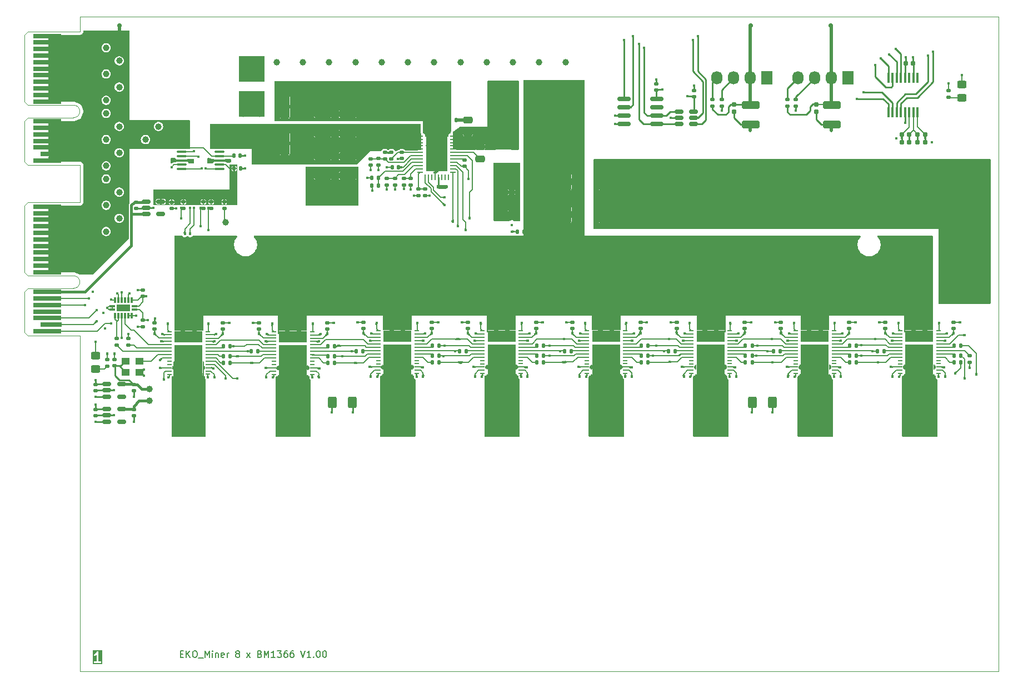
<source format=gbr>
%TF.GenerationSoftware,KiCad,Pcbnew,8.0.0*%
%TF.CreationDate,2024-03-29T21:32:46+01:00*%
%TF.ProjectId,EKO_Miner_BM1366,454b4f5f-4d69-46e6-9572-5f424d313336,rev?*%
%TF.SameCoordinates,Original*%
%TF.FileFunction,Copper,L1,Top*%
%TF.FilePolarity,Positive*%
%FSLAX46Y46*%
G04 Gerber Fmt 4.6, Leading zero omitted, Abs format (unit mm)*
G04 Created by KiCad (PCBNEW 8.0.0) date 2024-03-29 21:32:46*
%MOMM*%
%LPD*%
G01*
G04 APERTURE LIST*
G04 Aperture macros list*
%AMRoundRect*
0 Rectangle with rounded corners*
0 $1 Rounding radius*
0 $2 $3 $4 $5 $6 $7 $8 $9 X,Y pos of 4 corners*
0 Add a 4 corners polygon primitive as box body*
4,1,4,$2,$3,$4,$5,$6,$7,$8,$9,$2,$3,0*
0 Add four circle primitives for the rounded corners*
1,1,$1+$1,$2,$3*
1,1,$1+$1,$4,$5*
1,1,$1+$1,$6,$7*
1,1,$1+$1,$8,$9*
0 Add four rect primitives between the rounded corners*
20,1,$1+$1,$2,$3,$4,$5,0*
20,1,$1+$1,$4,$5,$6,$7,0*
20,1,$1+$1,$6,$7,$8,$9,0*
20,1,$1+$1,$8,$9,$2,$3,0*%
G04 Aperture macros list end*
%ADD10C,0.300000*%
%ADD11C,0.150000*%
%TA.AperFunction,NonConductor*%
%ADD12C,0.150000*%
%TD*%
%TA.AperFunction,EtchedComponent*%
%ADD13C,0.000000*%
%TD*%
%TA.AperFunction,SMDPad,CuDef*%
%ADD14RoundRect,0.250000X1.100000X-0.325000X1.100000X0.325000X-1.100000X0.325000X-1.100000X-0.325000X0*%
%TD*%
%TA.AperFunction,SMDPad,CuDef*%
%ADD15RoundRect,0.100000X-0.637500X-0.100000X0.637500X-0.100000X0.637500X0.100000X-0.637500X0.100000X0*%
%TD*%
%TA.AperFunction,SMDPad,CuDef*%
%ADD16RoundRect,0.135000X-0.135000X-0.185000X0.135000X-0.185000X0.135000X0.185000X-0.135000X0.185000X0*%
%TD*%
%TA.AperFunction,SMDPad,CuDef*%
%ADD17RoundRect,0.250000X0.475000X-0.250000X0.475000X0.250000X-0.475000X0.250000X-0.475000X-0.250000X0*%
%TD*%
%TA.AperFunction,SMDPad,CuDef*%
%ADD18C,1.000000*%
%TD*%
%TA.AperFunction,ComponentPad*%
%ADD19R,1.730000X2.030000*%
%TD*%
%TA.AperFunction,ComponentPad*%
%ADD20O,1.730000X2.030000*%
%TD*%
%TA.AperFunction,SMDPad,CuDef*%
%ADD21RoundRect,0.135000X-0.185000X0.135000X-0.185000X-0.135000X0.185000X-0.135000X0.185000X0.135000X0*%
%TD*%
%TA.AperFunction,SMDPad,CuDef*%
%ADD22RoundRect,0.140000X-0.170000X0.140000X-0.170000X-0.140000X0.170000X-0.140000X0.170000X0.140000X0*%
%TD*%
%TA.AperFunction,SMDPad,CuDef*%
%ADD23RoundRect,0.140000X0.170000X-0.140000X0.170000X0.140000X-0.170000X0.140000X-0.170000X-0.140000X0*%
%TD*%
%TA.AperFunction,SMDPad,CuDef*%
%ADD24RoundRect,0.150000X-0.512500X-0.150000X0.512500X-0.150000X0.512500X0.150000X-0.512500X0.150000X0*%
%TD*%
%TA.AperFunction,SMDPad,CuDef*%
%ADD25RoundRect,0.135000X0.185000X-0.135000X0.185000X0.135000X-0.185000X0.135000X-0.185000X-0.135000X0*%
%TD*%
%TA.AperFunction,SMDPad,CuDef*%
%ADD26RoundRect,0.140000X0.140000X0.170000X-0.140000X0.170000X-0.140000X-0.170000X0.140000X-0.170000X0*%
%TD*%
%TA.AperFunction,SMDPad,CuDef*%
%ADD27RoundRect,0.135000X0.135000X0.185000X-0.135000X0.185000X-0.135000X-0.185000X0.135000X-0.185000X0*%
%TD*%
%TA.AperFunction,SMDPad,CuDef*%
%ADD28R,0.792000X0.221000*%
%TD*%
%TA.AperFunction,SMDPad,CuDef*%
%ADD29R,4.277000X1.810000*%
%TD*%
%TA.AperFunction,SMDPad,CuDef*%
%ADD30R,4.277000X4.530000*%
%TD*%
%TA.AperFunction,ConnectorPad*%
%ADD31R,4.300000X0.700000*%
%TD*%
%TA.AperFunction,ConnectorPad*%
%ADD32R,3.200000X0.700000*%
%TD*%
%TA.AperFunction,SMDPad,CuDef*%
%ADD33RoundRect,0.155000X0.212500X0.155000X-0.212500X0.155000X-0.212500X-0.155000X0.212500X-0.155000X0*%
%TD*%
%TA.AperFunction,SMDPad,CuDef*%
%ADD34RoundRect,0.150000X-0.825000X-0.150000X0.825000X-0.150000X0.825000X0.150000X-0.825000X0.150000X0*%
%TD*%
%TA.AperFunction,SMDPad,CuDef*%
%ADD35RoundRect,0.250000X0.450000X-0.325000X0.450000X0.325000X-0.450000X0.325000X-0.450000X-0.325000X0*%
%TD*%
%TA.AperFunction,SMDPad,CuDef*%
%ADD36RoundRect,0.140000X-0.140000X-0.170000X0.140000X-0.170000X0.140000X0.170000X-0.140000X0.170000X0*%
%TD*%
%TA.AperFunction,SMDPad,CuDef*%
%ADD37RoundRect,0.250000X-1.100000X0.325000X-1.100000X-0.325000X1.100000X-0.325000X1.100000X0.325000X0*%
%TD*%
%TA.AperFunction,SMDPad,CuDef*%
%ADD38R,0.410000X1.600000*%
%TD*%
%TA.AperFunction,SMDPad,CuDef*%
%ADD39RoundRect,0.155000X-0.212500X-0.155000X0.212500X-0.155000X0.212500X0.155000X-0.212500X0.155000X0*%
%TD*%
%TA.AperFunction,SMDPad,CuDef*%
%ADD40RoundRect,0.250000X-0.875000X-1.025000X0.875000X-1.025000X0.875000X1.025000X-0.875000X1.025000X0*%
%TD*%
%TA.AperFunction,SMDPad,CuDef*%
%ADD41R,2.380000X9.000000*%
%TD*%
%TA.AperFunction,SMDPad,CuDef*%
%ADD42RoundRect,0.250000X0.550000X-1.500000X0.550000X1.500000X-0.550000X1.500000X-0.550000X-1.500000X0*%
%TD*%
%TA.AperFunction,ComponentPad*%
%ADD43C,1.300000*%
%TD*%
%TA.AperFunction,SMDPad,CuDef*%
%ADD44RoundRect,0.155000X-0.155000X0.212500X-0.155000X-0.212500X0.155000X-0.212500X0.155000X0.212500X0*%
%TD*%
%TA.AperFunction,ComponentPad*%
%ADD45C,0.600000*%
%TD*%
%TA.AperFunction,SMDPad,CuDef*%
%ADD46RoundRect,0.250000X0.325000X1.100000X-0.325000X1.100000X-0.325000X-1.100000X0.325000X-1.100000X0*%
%TD*%
%TA.AperFunction,SMDPad,CuDef*%
%ADD47R,1.300000X1.100000*%
%TD*%
%TA.AperFunction,SMDPad,CuDef*%
%ADD48RoundRect,0.250000X-0.400000X-0.625000X0.400000X-0.625000X0.400000X0.625000X-0.400000X0.625000X0*%
%TD*%
%TA.AperFunction,SMDPad,CuDef*%
%ADD49RoundRect,0.062500X0.337500X0.062500X-0.337500X0.062500X-0.337500X-0.062500X0.337500X-0.062500X0*%
%TD*%
%TA.AperFunction,SMDPad,CuDef*%
%ADD50RoundRect,0.062500X0.062500X0.337500X-0.062500X0.337500X-0.062500X-0.337500X0.062500X-0.337500X0*%
%TD*%
%TA.AperFunction,ComponentPad*%
%ADD51C,0.500000*%
%TD*%
%TA.AperFunction,SMDPad,CuDef*%
%ADD52R,3.300000X5.300000*%
%TD*%
%TA.AperFunction,SMDPad,CuDef*%
%ADD53RoundRect,0.028600X-0.401400X0.101400X-0.401400X-0.101400X0.401400X-0.101400X0.401400X0.101400X0*%
%TD*%
%TA.AperFunction,SMDPad,CuDef*%
%ADD54RoundRect,0.007800X-0.122200X0.422200X-0.122200X-0.422200X0.122200X-0.422200X0.122200X0.422200X0*%
%TD*%
%TA.AperFunction,ComponentPad*%
%ADD55C,0.400000*%
%TD*%
%TA.AperFunction,SMDPad,CuDef*%
%ADD56R,2.000000X1.000000*%
%TD*%
%TA.AperFunction,ViaPad*%
%ADD57C,0.400000*%
%TD*%
%TA.AperFunction,ViaPad*%
%ADD58C,1.000000*%
%TD*%
%TA.AperFunction,ViaPad*%
%ADD59C,0.700000*%
%TD*%
%TA.AperFunction,Conductor*%
%ADD60C,0.250000*%
%TD*%
%TA.AperFunction,Conductor*%
%ADD61C,0.200000*%
%TD*%
%TA.AperFunction,Conductor*%
%ADD62C,0.500000*%
%TD*%
%TA.AperFunction,Conductor*%
%ADD63C,0.400000*%
%TD*%
%TA.AperFunction,Profile*%
%ADD64C,0.100000*%
%TD*%
G04 APERTURE END LIST*
D10*
G36*
X78204010Y-123917495D02*
G01*
X76717593Y-123917495D01*
X76717593Y-122510639D01*
X76884260Y-122510639D01*
X76888409Y-122569019D01*
X76914583Y-122621368D01*
X76958798Y-122659715D01*
X77014321Y-122678222D01*
X77072701Y-122674073D01*
X77100164Y-122663564D01*
X77242706Y-122589554D01*
X77259274Y-122582692D01*
X77265044Y-122577956D01*
X77267907Y-122576470D01*
X77270503Y-122573476D01*
X77282005Y-122564037D01*
X77312467Y-122532806D01*
X77314200Y-123452700D01*
X77003818Y-123453710D01*
X76949746Y-123476108D01*
X76908362Y-123517492D01*
X76885964Y-123571564D01*
X76885964Y-123630092D01*
X76908362Y-123684164D01*
X76949746Y-123725548D01*
X77003818Y-123747946D01*
X77033082Y-123750828D01*
X77919489Y-123747946D01*
X77973561Y-123725548D01*
X78014945Y-123684164D01*
X78037343Y-123630092D01*
X78037343Y-123571564D01*
X78014945Y-123517492D01*
X77973561Y-123476108D01*
X77919489Y-123453710D01*
X77890225Y-123450828D01*
X77611372Y-123451734D01*
X77608852Y-122114827D01*
X77611653Y-122100670D01*
X77608798Y-122086400D01*
X77608771Y-122071564D01*
X77603087Y-122057843D01*
X77600175Y-122043281D01*
X77591996Y-122031068D01*
X77586373Y-122017492D01*
X77575874Y-122006993D01*
X77567609Y-121994651D01*
X77555378Y-121986497D01*
X77544989Y-121976108D01*
X77531270Y-121970425D01*
X77518910Y-121962185D01*
X77504491Y-121959332D01*
X77490917Y-121953710D01*
X77476066Y-121953710D01*
X77461496Y-121950828D01*
X77447086Y-121953710D01*
X77432389Y-121953710D01*
X77418667Y-121959393D01*
X77404106Y-121962306D01*
X77391893Y-121970484D01*
X77378317Y-121976108D01*
X77367818Y-121986606D01*
X77355476Y-121994872D01*
X77337044Y-122017380D01*
X77336933Y-122017492D01*
X77336912Y-122017542D01*
X77336846Y-122017623D01*
X77210494Y-122211339D01*
X77092525Y-122332286D01*
X76941114Y-122410901D01*
X76902767Y-122455116D01*
X76884260Y-122510639D01*
X76717593Y-122510639D01*
X76717593Y-121784161D01*
X78204010Y-121784161D01*
X78204010Y-123917495D01*
G37*
D11*
D12*
X90086779Y-122346009D02*
X90420112Y-122346009D01*
X90562969Y-122869819D02*
X90086779Y-122869819D01*
X90086779Y-122869819D02*
X90086779Y-121869819D01*
X90086779Y-121869819D02*
X90562969Y-121869819D01*
X90991541Y-122869819D02*
X90991541Y-121869819D01*
X91562969Y-122869819D02*
X91134398Y-122298390D01*
X91562969Y-121869819D02*
X90991541Y-122441247D01*
X92182017Y-121869819D02*
X92372493Y-121869819D01*
X92372493Y-121869819D02*
X92467731Y-121917438D01*
X92467731Y-121917438D02*
X92562969Y-122012676D01*
X92562969Y-122012676D02*
X92610588Y-122203152D01*
X92610588Y-122203152D02*
X92610588Y-122536485D01*
X92610588Y-122536485D02*
X92562969Y-122726961D01*
X92562969Y-122726961D02*
X92467731Y-122822200D01*
X92467731Y-122822200D02*
X92372493Y-122869819D01*
X92372493Y-122869819D02*
X92182017Y-122869819D01*
X92182017Y-122869819D02*
X92086779Y-122822200D01*
X92086779Y-122822200D02*
X91991541Y-122726961D01*
X91991541Y-122726961D02*
X91943922Y-122536485D01*
X91943922Y-122536485D02*
X91943922Y-122203152D01*
X91943922Y-122203152D02*
X91991541Y-122012676D01*
X91991541Y-122012676D02*
X92086779Y-121917438D01*
X92086779Y-121917438D02*
X92182017Y-121869819D01*
X92801065Y-122965057D02*
X93562969Y-122965057D01*
X93801065Y-122869819D02*
X93801065Y-121869819D01*
X93801065Y-121869819D02*
X94134398Y-122584104D01*
X94134398Y-122584104D02*
X94467731Y-121869819D01*
X94467731Y-121869819D02*
X94467731Y-122869819D01*
X94943922Y-122869819D02*
X94943922Y-122203152D01*
X94943922Y-121869819D02*
X94896303Y-121917438D01*
X94896303Y-121917438D02*
X94943922Y-121965057D01*
X94943922Y-121965057D02*
X94991541Y-121917438D01*
X94991541Y-121917438D02*
X94943922Y-121869819D01*
X94943922Y-121869819D02*
X94943922Y-121965057D01*
X95420112Y-122203152D02*
X95420112Y-122869819D01*
X95420112Y-122298390D02*
X95467731Y-122250771D01*
X95467731Y-122250771D02*
X95562969Y-122203152D01*
X95562969Y-122203152D02*
X95705826Y-122203152D01*
X95705826Y-122203152D02*
X95801064Y-122250771D01*
X95801064Y-122250771D02*
X95848683Y-122346009D01*
X95848683Y-122346009D02*
X95848683Y-122869819D01*
X96705826Y-122822200D02*
X96610588Y-122869819D01*
X96610588Y-122869819D02*
X96420112Y-122869819D01*
X96420112Y-122869819D02*
X96324874Y-122822200D01*
X96324874Y-122822200D02*
X96277255Y-122726961D01*
X96277255Y-122726961D02*
X96277255Y-122346009D01*
X96277255Y-122346009D02*
X96324874Y-122250771D01*
X96324874Y-122250771D02*
X96420112Y-122203152D01*
X96420112Y-122203152D02*
X96610588Y-122203152D01*
X96610588Y-122203152D02*
X96705826Y-122250771D01*
X96705826Y-122250771D02*
X96753445Y-122346009D01*
X96753445Y-122346009D02*
X96753445Y-122441247D01*
X96753445Y-122441247D02*
X96277255Y-122536485D01*
X97182017Y-122869819D02*
X97182017Y-122203152D01*
X97182017Y-122393628D02*
X97229636Y-122298390D01*
X97229636Y-122298390D02*
X97277255Y-122250771D01*
X97277255Y-122250771D02*
X97372493Y-122203152D01*
X97372493Y-122203152D02*
X97467731Y-122203152D01*
X98705827Y-122298390D02*
X98610589Y-122250771D01*
X98610589Y-122250771D02*
X98562970Y-122203152D01*
X98562970Y-122203152D02*
X98515351Y-122107914D01*
X98515351Y-122107914D02*
X98515351Y-122060295D01*
X98515351Y-122060295D02*
X98562970Y-121965057D01*
X98562970Y-121965057D02*
X98610589Y-121917438D01*
X98610589Y-121917438D02*
X98705827Y-121869819D01*
X98705827Y-121869819D02*
X98896303Y-121869819D01*
X98896303Y-121869819D02*
X98991541Y-121917438D01*
X98991541Y-121917438D02*
X99039160Y-121965057D01*
X99039160Y-121965057D02*
X99086779Y-122060295D01*
X99086779Y-122060295D02*
X99086779Y-122107914D01*
X99086779Y-122107914D02*
X99039160Y-122203152D01*
X99039160Y-122203152D02*
X98991541Y-122250771D01*
X98991541Y-122250771D02*
X98896303Y-122298390D01*
X98896303Y-122298390D02*
X98705827Y-122298390D01*
X98705827Y-122298390D02*
X98610589Y-122346009D01*
X98610589Y-122346009D02*
X98562970Y-122393628D01*
X98562970Y-122393628D02*
X98515351Y-122488866D01*
X98515351Y-122488866D02*
X98515351Y-122679342D01*
X98515351Y-122679342D02*
X98562970Y-122774580D01*
X98562970Y-122774580D02*
X98610589Y-122822200D01*
X98610589Y-122822200D02*
X98705827Y-122869819D01*
X98705827Y-122869819D02*
X98896303Y-122869819D01*
X98896303Y-122869819D02*
X98991541Y-122822200D01*
X98991541Y-122822200D02*
X99039160Y-122774580D01*
X99039160Y-122774580D02*
X99086779Y-122679342D01*
X99086779Y-122679342D02*
X99086779Y-122488866D01*
X99086779Y-122488866D02*
X99039160Y-122393628D01*
X99039160Y-122393628D02*
X98991541Y-122346009D01*
X98991541Y-122346009D02*
X98896303Y-122298390D01*
X100182018Y-122869819D02*
X100705827Y-122203152D01*
X100182018Y-122203152D02*
X100705827Y-122869819D01*
X102182018Y-122346009D02*
X102324875Y-122393628D01*
X102324875Y-122393628D02*
X102372494Y-122441247D01*
X102372494Y-122441247D02*
X102420113Y-122536485D01*
X102420113Y-122536485D02*
X102420113Y-122679342D01*
X102420113Y-122679342D02*
X102372494Y-122774580D01*
X102372494Y-122774580D02*
X102324875Y-122822200D01*
X102324875Y-122822200D02*
X102229637Y-122869819D01*
X102229637Y-122869819D02*
X101848685Y-122869819D01*
X101848685Y-122869819D02*
X101848685Y-121869819D01*
X101848685Y-121869819D02*
X102182018Y-121869819D01*
X102182018Y-121869819D02*
X102277256Y-121917438D01*
X102277256Y-121917438D02*
X102324875Y-121965057D01*
X102324875Y-121965057D02*
X102372494Y-122060295D01*
X102372494Y-122060295D02*
X102372494Y-122155533D01*
X102372494Y-122155533D02*
X102324875Y-122250771D01*
X102324875Y-122250771D02*
X102277256Y-122298390D01*
X102277256Y-122298390D02*
X102182018Y-122346009D01*
X102182018Y-122346009D02*
X101848685Y-122346009D01*
X102848685Y-122869819D02*
X102848685Y-121869819D01*
X102848685Y-121869819D02*
X103182018Y-122584104D01*
X103182018Y-122584104D02*
X103515351Y-121869819D01*
X103515351Y-121869819D02*
X103515351Y-122869819D01*
X104515351Y-122869819D02*
X103943923Y-122869819D01*
X104229637Y-122869819D02*
X104229637Y-121869819D01*
X104229637Y-121869819D02*
X104134399Y-122012676D01*
X104134399Y-122012676D02*
X104039161Y-122107914D01*
X104039161Y-122107914D02*
X103943923Y-122155533D01*
X104848685Y-121869819D02*
X105467732Y-121869819D01*
X105467732Y-121869819D02*
X105134399Y-122250771D01*
X105134399Y-122250771D02*
X105277256Y-122250771D01*
X105277256Y-122250771D02*
X105372494Y-122298390D01*
X105372494Y-122298390D02*
X105420113Y-122346009D01*
X105420113Y-122346009D02*
X105467732Y-122441247D01*
X105467732Y-122441247D02*
X105467732Y-122679342D01*
X105467732Y-122679342D02*
X105420113Y-122774580D01*
X105420113Y-122774580D02*
X105372494Y-122822200D01*
X105372494Y-122822200D02*
X105277256Y-122869819D01*
X105277256Y-122869819D02*
X104991542Y-122869819D01*
X104991542Y-122869819D02*
X104896304Y-122822200D01*
X104896304Y-122822200D02*
X104848685Y-122774580D01*
X106324875Y-121869819D02*
X106134399Y-121869819D01*
X106134399Y-121869819D02*
X106039161Y-121917438D01*
X106039161Y-121917438D02*
X105991542Y-121965057D01*
X105991542Y-121965057D02*
X105896304Y-122107914D01*
X105896304Y-122107914D02*
X105848685Y-122298390D01*
X105848685Y-122298390D02*
X105848685Y-122679342D01*
X105848685Y-122679342D02*
X105896304Y-122774580D01*
X105896304Y-122774580D02*
X105943923Y-122822200D01*
X105943923Y-122822200D02*
X106039161Y-122869819D01*
X106039161Y-122869819D02*
X106229637Y-122869819D01*
X106229637Y-122869819D02*
X106324875Y-122822200D01*
X106324875Y-122822200D02*
X106372494Y-122774580D01*
X106372494Y-122774580D02*
X106420113Y-122679342D01*
X106420113Y-122679342D02*
X106420113Y-122441247D01*
X106420113Y-122441247D02*
X106372494Y-122346009D01*
X106372494Y-122346009D02*
X106324875Y-122298390D01*
X106324875Y-122298390D02*
X106229637Y-122250771D01*
X106229637Y-122250771D02*
X106039161Y-122250771D01*
X106039161Y-122250771D02*
X105943923Y-122298390D01*
X105943923Y-122298390D02*
X105896304Y-122346009D01*
X105896304Y-122346009D02*
X105848685Y-122441247D01*
X107277256Y-121869819D02*
X107086780Y-121869819D01*
X107086780Y-121869819D02*
X106991542Y-121917438D01*
X106991542Y-121917438D02*
X106943923Y-121965057D01*
X106943923Y-121965057D02*
X106848685Y-122107914D01*
X106848685Y-122107914D02*
X106801066Y-122298390D01*
X106801066Y-122298390D02*
X106801066Y-122679342D01*
X106801066Y-122679342D02*
X106848685Y-122774580D01*
X106848685Y-122774580D02*
X106896304Y-122822200D01*
X106896304Y-122822200D02*
X106991542Y-122869819D01*
X106991542Y-122869819D02*
X107182018Y-122869819D01*
X107182018Y-122869819D02*
X107277256Y-122822200D01*
X107277256Y-122822200D02*
X107324875Y-122774580D01*
X107324875Y-122774580D02*
X107372494Y-122679342D01*
X107372494Y-122679342D02*
X107372494Y-122441247D01*
X107372494Y-122441247D02*
X107324875Y-122346009D01*
X107324875Y-122346009D02*
X107277256Y-122298390D01*
X107277256Y-122298390D02*
X107182018Y-122250771D01*
X107182018Y-122250771D02*
X106991542Y-122250771D01*
X106991542Y-122250771D02*
X106896304Y-122298390D01*
X106896304Y-122298390D02*
X106848685Y-122346009D01*
X106848685Y-122346009D02*
X106801066Y-122441247D01*
X108420114Y-121869819D02*
X108753447Y-122869819D01*
X108753447Y-122869819D02*
X109086780Y-121869819D01*
X109943923Y-122869819D02*
X109372495Y-122869819D01*
X109658209Y-122869819D02*
X109658209Y-121869819D01*
X109658209Y-121869819D02*
X109562971Y-122012676D01*
X109562971Y-122012676D02*
X109467733Y-122107914D01*
X109467733Y-122107914D02*
X109372495Y-122155533D01*
X110372495Y-122774580D02*
X110420114Y-122822200D01*
X110420114Y-122822200D02*
X110372495Y-122869819D01*
X110372495Y-122869819D02*
X110324876Y-122822200D01*
X110324876Y-122822200D02*
X110372495Y-122774580D01*
X110372495Y-122774580D02*
X110372495Y-122869819D01*
X111039161Y-121869819D02*
X111134399Y-121869819D01*
X111134399Y-121869819D02*
X111229637Y-121917438D01*
X111229637Y-121917438D02*
X111277256Y-121965057D01*
X111277256Y-121965057D02*
X111324875Y-122060295D01*
X111324875Y-122060295D02*
X111372494Y-122250771D01*
X111372494Y-122250771D02*
X111372494Y-122488866D01*
X111372494Y-122488866D02*
X111324875Y-122679342D01*
X111324875Y-122679342D02*
X111277256Y-122774580D01*
X111277256Y-122774580D02*
X111229637Y-122822200D01*
X111229637Y-122822200D02*
X111134399Y-122869819D01*
X111134399Y-122869819D02*
X111039161Y-122869819D01*
X111039161Y-122869819D02*
X110943923Y-122822200D01*
X110943923Y-122822200D02*
X110896304Y-122774580D01*
X110896304Y-122774580D02*
X110848685Y-122679342D01*
X110848685Y-122679342D02*
X110801066Y-122488866D01*
X110801066Y-122488866D02*
X110801066Y-122250771D01*
X110801066Y-122250771D02*
X110848685Y-122060295D01*
X110848685Y-122060295D02*
X110896304Y-121965057D01*
X110896304Y-121965057D02*
X110943923Y-121917438D01*
X110943923Y-121917438D02*
X111039161Y-121869819D01*
X111991542Y-121869819D02*
X112086780Y-121869819D01*
X112086780Y-121869819D02*
X112182018Y-121917438D01*
X112182018Y-121917438D02*
X112229637Y-121965057D01*
X112229637Y-121965057D02*
X112277256Y-122060295D01*
X112277256Y-122060295D02*
X112324875Y-122250771D01*
X112324875Y-122250771D02*
X112324875Y-122488866D01*
X112324875Y-122488866D02*
X112277256Y-122679342D01*
X112277256Y-122679342D02*
X112229637Y-122774580D01*
X112229637Y-122774580D02*
X112182018Y-122822200D01*
X112182018Y-122822200D02*
X112086780Y-122869819D01*
X112086780Y-122869819D02*
X111991542Y-122869819D01*
X111991542Y-122869819D02*
X111896304Y-122822200D01*
X111896304Y-122822200D02*
X111848685Y-122774580D01*
X111848685Y-122774580D02*
X111801066Y-122679342D01*
X111801066Y-122679342D02*
X111753447Y-122488866D01*
X111753447Y-122488866D02*
X111753447Y-122250771D01*
X111753447Y-122250771D02*
X111801066Y-122060295D01*
X111801066Y-122060295D02*
X111848685Y-121965057D01*
X111848685Y-121965057D02*
X111896304Y-121917438D01*
X111896304Y-121917438D02*
X111991542Y-121869819D01*
D13*
%TA.AperFunction,EtchedComponent*%
%TO.C,NT2*%
G36*
X102900000Y-40550000D02*
G01*
X99000000Y-40550000D01*
X99000000Y-36650000D01*
X102900000Y-36650000D01*
X102900000Y-40550000D01*
G37*
%TD.AperFunction*%
%TA.AperFunction,EtchedComponent*%
%TO.C,T1*%
G36*
X130550000Y-51500000D02*
G01*
X129350000Y-51500000D01*
X129350000Y-50900000D01*
X130550000Y-50900000D01*
X130550000Y-51500000D01*
G37*
%TD.AperFunction*%
%TA.AperFunction,EtchedComponent*%
%TO.C,NT1*%
G36*
X102900000Y-35150000D02*
G01*
X99000000Y-35150000D01*
X99000000Y-31250000D01*
X102900000Y-31250000D01*
X102900000Y-35150000D01*
G37*
%TD.AperFunction*%
%TD*%
D14*
%TO.P,C10,1*%
%TO.N,Net-(C10-Pad1)*%
X111750000Y-43075000D03*
%TO.P,C10,2*%
%TO.N,GNDPWR*%
X111750000Y-40125000D03*
%TD*%
D15*
%TO.P,U3,1,IN+*%
%TO.N,+12V_PWR*%
X90312500Y-43925000D03*
%TO.P,U3,2,IN+*%
X90312500Y-44575000D03*
%TO.P,U3,3,IN+*%
X90312500Y-45225000D03*
%TO.P,U3,4,A1*%
%TO.N,/ID1*%
X90312500Y-45875000D03*
%TO.P,U3,5,A0*%
%TO.N,/ID0*%
X90312500Y-46525000D03*
%TO.P,U3,6,GND*%
%TO.N,GND*%
X90312500Y-47175000D03*
%TO.P,U3,7,ALERT*%
%TO.N,/DB_ALERT_oc*%
X90312500Y-47825000D03*
%TO.P,U3,8,SDA*%
%TO.N,/DB_SDA*%
X90312500Y-48475000D03*
%TO.P,U3,9,SCL*%
%TO.N,/DB_SCL*%
X96037500Y-48475000D03*
%TO.P,U3,10,VS*%
%TO.N,+3.3V_DB*%
X96037500Y-47825000D03*
%TO.P,U3,11,GND*%
%TO.N,GND*%
X96037500Y-47175000D03*
%TO.P,U3,12,VBUS*%
%TO.N,+12V_PWR*%
X96037500Y-46525000D03*
%TO.P,U3,13,NC*%
%TO.N,unconnected-(U3-NC-Pad13)*%
X96037500Y-45875000D03*
%TO.P,U3,14,IN-*%
%TO.N,Net-(C10-Pad1)*%
X96037500Y-45225000D03*
%TO.P,U3,15,IN-*%
X96037500Y-44575000D03*
%TO.P,U3,16,IN-*%
X96037500Y-43925000D03*
%TD*%
D16*
%TO.P,R46,1*%
%TO.N,Net-(U15-BO)*%
X176164285Y-75392000D03*
%TO.P,R46,2*%
%TO.N,/ASICs_BM1366/BO6*%
X177184285Y-75392000D03*
%TD*%
%TO.P,R37,1*%
%TO.N,Net-(U13-CO)*%
X160259428Y-77892000D03*
%TO.P,R37,2*%
%TO.N,/ASICs_BM1366/CO5*%
X161279428Y-77892000D03*
%TD*%
D17*
%TO.P,C15,1*%
%TO.N,Net-(U5-BOOT)*%
X135750000Y-46950000D03*
%TO.P,C15,2*%
%TO.N,/PSU/SW*%
X135750000Y-45050000D03*
%TD*%
D18*
%TO.P,TP1,1,1*%
%TO.N,VPWR_ASIC*%
X144550000Y-57200000D03*
%TD*%
D19*
%TO.P,J3,1,Pin_1*%
%TO.N,GND*%
X191750000Y-34600000D03*
D20*
%TO.P,J3,2,Pin_2*%
%TO.N,+12V_PWR*%
X189210000Y-34600000D03*
%TO.P,J3,3,Pin_3*%
%TO.N,/FAN/FAN1_TACH*%
X186670000Y-34600000D03*
%TO.P,J3,4,Pin_4*%
%TO.N,/FAN/FAN1_PWM*%
X184130000Y-34600000D03*
%TD*%
D21*
%TO.P,R62,1*%
%TO.N,/FAN/FAN2_PWM*%
X171150000Y-37890000D03*
%TO.P,R62,2*%
%TO.N,+12V_PWR*%
X171150000Y-38910000D03*
%TD*%
D22*
%TO.P,C147,1*%
%TO.N,GNDPWR*%
X102054857Y-71925000D03*
%TO.P,C147,2*%
%TO.N,/ASICs_BM1366/BM1366-1/VDD3_0*%
X102054857Y-72885000D03*
%TD*%
D23*
%TO.P,C146,1*%
%TO.N,/ASICs_BM1366/BM1366-1/VDD3_1*%
X112454857Y-72885000D03*
%TO.P,C146,2*%
%TO.N,GNDPWR*%
X112454857Y-71925000D03*
%TD*%
D16*
%TO.P,R38,1*%
%TO.N,Net-(U11-BO)*%
X144354571Y-75392000D03*
%TO.P,R38,2*%
%TO.N,/ASICs_BM1366/BO4*%
X145374571Y-75392000D03*
%TD*%
%TO.P,R39,1*%
%TO.N,Net-(U11-CO)*%
X144354571Y-77892000D03*
%TO.P,R39,2*%
%TO.N,/ASICs_BM1366/CO4*%
X145374571Y-77892000D03*
%TD*%
%TO.P,R30,1*%
%TO.N,Net-(U12-BO)*%
X128449714Y-75392000D03*
%TO.P,R30,2*%
%TO.N,/ASICs_BM1366/BO3*%
X129469714Y-75392000D03*
%TD*%
D22*
%TO.P,C28,1*%
%TO.N,+0.8V*%
X82950000Y-85120000D03*
%TO.P,C28,2*%
%TO.N,GND*%
X82950000Y-86080000D03*
%TD*%
D16*
%TO.P,R40,1*%
%TO.N,Net-(U13-BO)*%
X160259428Y-75392000D03*
%TO.P,R40,2*%
%TO.N,/ASICs_BM1366/BO5*%
X161279428Y-75392000D03*
%TD*%
D24*
%TO.P,U1,1,VIN*%
%TO.N,+5V_STDBY*%
X84812500Y-53450000D03*
%TO.P,U1,2,GND*%
%TO.N,GND*%
X84812500Y-54400000D03*
%TO.P,U1,3,EN*%
%TO.N,+5V_STDBY*%
X84812500Y-55350000D03*
%TO.P,U1,4,PG*%
%TO.N,unconnected-(U1-PG-Pad4)*%
X87087500Y-55350000D03*
%TO.P,U1,5,VOUT*%
%TO.N,+3.3V_DB*%
X87087500Y-53450000D03*
%TD*%
D25*
%TO.P,R9,1*%
%TO.N,Net-(U5-BP1V5)*%
X122750000Y-50910000D03*
%TO.P,R9,2*%
%TO.N,Net-(U5-VSEL)*%
X122750000Y-49890000D03*
%TD*%
D16*
%TO.P,R59,1*%
%TO.N,Net-(U14-BO)*%
X192069142Y-75392000D03*
%TO.P,R59,2*%
%TO.N,/ASICs_BM1366/BO7*%
X193089142Y-75392000D03*
%TD*%
D26*
%TO.P,C17,1*%
%TO.N,+5V_STDBY*%
X123305000Y-48200000D03*
%TO.P,C17,2*%
%TO.N,GNDPWR*%
X122345000Y-48200000D03*
%TD*%
D25*
%TO.P,R8,1*%
%TO.N,/DB_SDA*%
X93550000Y-54510000D03*
%TO.P,R8,2*%
%TO.N,+3.3V_DB*%
X93550000Y-53490000D03*
%TD*%
D16*
%TO.P,R27,1*%
%TO.N,Net-(U9-CLKO)*%
X96640000Y-77000000D03*
%TO.P,R27,2*%
%TO.N,/ASICs_BM1366/CLKO1*%
X97660000Y-77000000D03*
%TD*%
D23*
%TO.P,C144,1*%
%TO.N,/ASICs_BM1366/BM1366-0/VDD3_1*%
X96550000Y-72880000D03*
%TO.P,C144,2*%
%TO.N,GNDPWR*%
X96550000Y-71920000D03*
%TD*%
D24*
%TO.P,U6,1,VIN*%
%TO.N,+5V_PSU*%
X78812500Y-81250000D03*
%TO.P,U6,2,GND*%
%TO.N,GND*%
X78812500Y-82200000D03*
%TO.P,U6,3,EN*%
%TO.N,+5V_PSU*%
X78812500Y-83150000D03*
%TO.P,U6,4,PG*%
%TO.N,unconnected-(U6-PG-Pad4)*%
X81087500Y-83150000D03*
%TO.P,U6,5,VOUT*%
%TO.N,+1.8V*%
X81087500Y-81250000D03*
%TD*%
D16*
%TO.P,R29,1*%
%TO.N,Net-(U10-CO)*%
X112544857Y-78005000D03*
%TO.P,R29,2*%
%TO.N,/ASICs_BM1366/CO2*%
X113564857Y-78005000D03*
%TD*%
D22*
%TO.P,C59,1*%
%TO.N,GNDPWR*%
X197484000Y-71812000D03*
%TO.P,C59,2*%
%TO.N,/ASICs_BM1366/BM1366-7/VDD3_0*%
X197484000Y-72772000D03*
%TD*%
D27*
%TO.P,R47,1*%
%TO.N,Net-(U14-RO)*%
X181460000Y-76200000D03*
%TO.P,R47,2*%
%TO.N,/ASICs_BM1366/RI6*%
X180440000Y-76200000D03*
%TD*%
D24*
%TO.P,U7,1,VIN*%
%TO.N,+5V_PSU*%
X78812500Y-85050000D03*
%TO.P,U7,2,GND*%
%TO.N,GND*%
X78812500Y-86000000D03*
%TO.P,U7,3,EN*%
%TO.N,+5V_PSU*%
X78812500Y-86950000D03*
%TO.P,U7,4,PG*%
%TO.N,unconnected-(U7-PG-Pad4)*%
X81087500Y-86950000D03*
%TO.P,U7,5,VOUT*%
%TO.N,+0.8V*%
X81087500Y-85050000D03*
%TD*%
D27*
%TO.P,R1,1*%
%TO.N,VPWR_ASIC*%
X142460000Y-58000000D03*
%TO.P,R1,2*%
%TO.N,Net-(U5-VOSNS)*%
X141440000Y-58000000D03*
%TD*%
D28*
%TO.P,U14,1,VDD1_0*%
%TO.N,/ASICs_BM1366/BM1366-6/VDD1_0*%
X183834000Y-73129000D03*
%TO.P,U14,2,VDD2_0*%
%TO.N,/ASICs_BM1366/BM1366-6/VDD2_0*%
X183834000Y-73631000D03*
%TO.P,U14,3,VDD3_0*%
%TO.N,/ASICs_BM1366/BM1366-6/VDD3_0*%
X183834000Y-74133000D03*
%TO.P,U14,4,VSS*%
%TO.N,GNDPWR*%
X183834000Y-74635000D03*
%TO.P,U14,5,NRSTI*%
%TO.N,/ASICs_BM1366/RSTO6*%
X183834000Y-75137000D03*
%TO.P,U14,6,BI*%
%TO.N,/ASICs_BM1366/BO6*%
X183834000Y-75639000D03*
%TO.P,U14,7,RO*%
%TO.N,Net-(U14-RO)*%
X183834000Y-76141000D03*
%TO.P,U14,8,CLKI*%
%TO.N,/ASICs_BM1366/CLKO6*%
X183834000Y-76643000D03*
%TO.P,U14,9,CI*%
%TO.N,/ASICs_BM1366/CO6*%
X183834000Y-77145000D03*
%TO.P,U14,10,ADDR0*%
%TO.N,unconnected-(U14-ADDR0-Pad10)*%
X183834000Y-77647000D03*
%TO.P,U14,11,ADDR1*%
%TO.N,unconnected-(U14-ADDR1-Pad11)*%
X183834000Y-78149000D03*
%TO.P,U14,12,PLL_VSS*%
%TO.N,GNDPWR*%
X183834000Y-78651000D03*
%TO.P,U14,13,VDDIO_08_0*%
%TO.N,+0.8V*%
X183834000Y-79153000D03*
%TO.P,U14,14,VDDIO_18_0*%
%TO.N,+1.8V*%
X183834000Y-79655000D03*
%TO.P,U14,15,VDDIO_18_1*%
X189666000Y-79642000D03*
%TO.P,U14,16,VDDIO_08_1*%
%TO.N,+0.8V*%
X189666000Y-79142000D03*
%TO.P,U14,17,VSS*%
%TO.N,GNDPWR*%
X189666000Y-78642000D03*
%TO.P,U14,18,PIN_MODE*%
%TO.N,/ASICs_BM1366/BM1366-6/PIN_MODE*%
X189666000Y-78142000D03*
%TO.P,U14,19,INV_CLKO*%
%TO.N,/ASICs_BM1366/BM1366-6/INV_CLKO*%
X189666000Y-77642000D03*
%TO.P,U14,20,CO*%
%TO.N,Net-(U14-CO)*%
X189666000Y-77145000D03*
%TO.P,U14,21,CLKO*%
%TO.N,Net-(U14-CLKO)*%
X189666000Y-76642000D03*
%TO.P,U14,22,RI*%
%TO.N,/ASICs_BM1366/RI7*%
X189666000Y-76141000D03*
%TO.P,U14,23,BO*%
%TO.N,Net-(U14-BO)*%
X189666000Y-75639000D03*
%TO.P,U14,24,NRSTO*%
%TO.N,/ASICs_BM1366/RSTO7*%
X189666000Y-75137000D03*
%TO.P,U14,25,VSS*%
%TO.N,GNDPWR*%
X189666000Y-74635000D03*
%TO.P,U14,26,VDD3_1*%
%TO.N,/ASICs_BM1366/BM1366-6/VDD3_1*%
X189666000Y-74142000D03*
%TO.P,U14,27,VDD2_1*%
%TO.N,/ASICs_BM1366/BM1366-6/VDD2_1*%
X189666000Y-73631000D03*
%TO.P,U14,28,VDD1_1*%
%TO.N,/ASICs_BM1366/BM1366-6/VDD1_1*%
X189666000Y-73142000D03*
D29*
%TO.P,U14,29,VDD*%
%TO.N,VPWR_ASIC*%
X186750000Y-73924000D03*
D30*
%TO.P,U14,30,VSS*%
%TO.N,GNDPWR*%
X186750000Y-77500000D03*
%TD*%
D16*
%TO.P,R44,1*%
%TO.N,Net-(U13-CLKO)*%
X160259428Y-76892000D03*
%TO.P,R44,2*%
%TO.N,/ASICs_BM1366/CLKO5*%
X161279428Y-76892000D03*
%TD*%
D31*
%TO.P,J2,B1,B1*%
%TO.N,+12V_PWR*%
X69800000Y-54200000D03*
%TO.P,J2,B2,B2*%
X69800000Y-55200000D03*
%TO.P,J2,B3,B3*%
X69800000Y-56200000D03*
%TO.P,J2,B4,B4*%
X69800000Y-57200000D03*
%TO.P,J2,B5,B5*%
X69800000Y-58200000D03*
%TO.P,J2,B6,B6*%
X69800000Y-59200000D03*
%TO.P,J2,B7,B7*%
X69800000Y-60200000D03*
%TO.P,J2,B8,B8*%
X69800000Y-61200000D03*
%TO.P,J2,B9,B9*%
X69800000Y-62200000D03*
%TO.P,J2,B10,B10*%
X69800000Y-63200000D03*
%TO.P,J2,B11,B11*%
X69800000Y-64200000D03*
%TO.P,J2,B12,B12*%
%TO.N,+5V_STDBY*%
X69800000Y-67200000D03*
%TO.P,J2,B13,B13*%
%TO.N,/DB_PGOOD*%
X69800000Y-68200000D03*
%TO.P,J2,B14,B14*%
%TO.N,/DB_ALERT_oc*%
X69800000Y-69200000D03*
%TO.P,J2,B15,B15*%
%TO.N,/DB_RSTn*%
X69800000Y-70200000D03*
%TO.P,J2,B16,B16*%
%TO.N,/DB_SDA*%
X69800000Y-71200000D03*
D32*
%TO.P,J2,B17,B17*%
%TO.N,/DB_RX*%
X70350000Y-72200000D03*
D31*
%TO.P,J2,B18,B18*%
%TO.N,/ID1*%
X69800000Y-73200000D03*
%TD*%
D33*
%TO.P,R61,1*%
%TO.N,Net-(U17-TH2)*%
X203517500Y-43200000D03*
%TO.P,R61,2*%
%TO.N,Net-(U17-REF)*%
X202382500Y-43200000D03*
%TD*%
D16*
%TO.P,R16,1*%
%TO.N,Net-(U5-BP1V5)*%
X119240000Y-49800000D03*
%TO.P,R16,2*%
%TO.N,Net-(U5-MSEL2)*%
X120260000Y-49800000D03*
%TD*%
D23*
%TO.P,C3,1*%
%TO.N,+3.3V_DB*%
X168350000Y-37480000D03*
%TO.P,C3,2*%
%TO.N,GND*%
X168350000Y-36520000D03*
%TD*%
D34*
%TO.P,U2,1,A0*%
%TO.N,/ID0*%
X157675000Y-37795000D03*
%TO.P,U2,2,A1*%
%TO.N,/ID1*%
X157675000Y-39065000D03*
%TO.P,U2,3,A2*%
%TO.N,GND*%
X157675000Y-40335000D03*
%TO.P,U2,4,VSS*%
X157675000Y-41605000D03*
%TO.P,U2,5,SDA*%
%TO.N,/DB_SDA*%
X162625000Y-41605000D03*
%TO.P,U2,6,SCL*%
%TO.N,/DB_SCL*%
X162625000Y-40335000D03*
%TO.P,U2,7,WP*%
%TO.N,unconnected-(U2-WP-Pad7)*%
X162625000Y-39065000D03*
%TO.P,U2,8,VDD*%
%TO.N,+3.3V_DB*%
X162625000Y-37795000D03*
%TD*%
D27*
%TO.P,R51,1*%
%TO.N,Net-(U16-RO)*%
X197260000Y-76200000D03*
%TO.P,R51,2*%
%TO.N,/ASICs_BM1366/RI7*%
X196240000Y-76200000D03*
%TD*%
D25*
%TO.P,R2,1*%
%TO.N,/DB_SCL*%
X94750000Y-54510000D03*
%TO.P,R2,2*%
%TO.N,+3.3V_DB*%
X94750000Y-53490000D03*
%TD*%
D18*
%TO.P,TP2,1,1*%
%TO.N,+1.8V*%
X85350000Y-82000000D03*
%TD*%
D33*
%TO.P,R68,1*%
%TO.N,Net-(U17-REF)*%
X201117500Y-43200000D03*
%TO.P,R68,2*%
%TO.N,Net-(U17-TH1)*%
X199982500Y-43200000D03*
%TD*%
D23*
%TO.P,C1,1*%
%TO.N,+3.3V_DB*%
X84350000Y-67880000D03*
%TO.P,C1,2*%
%TO.N,GND*%
X84350000Y-66920000D03*
%TD*%
%TO.P,C63,1*%
%TO.N,/ASICs_BM1366/BM1366-6/VDD3_1*%
X191979142Y-72772000D03*
%TO.P,C63,2*%
%TO.N,GNDPWR*%
X191979142Y-71812000D03*
%TD*%
D27*
%TO.P,R5,1*%
%TO.N,Net-(C18-Pad2)*%
X132135000Y-41000000D03*
%TO.P,R5,2*%
%TO.N,GNDPWR*%
X131115000Y-41000000D03*
%TD*%
D16*
%TO.P,R25,1*%
%TO.N,Net-(U9-BO)*%
X96640000Y-75500000D03*
%TO.P,R25,2*%
%TO.N,/ASICs_BM1366/BO1*%
X97660000Y-75500000D03*
%TD*%
D35*
%TO.P,D2,1,K*%
%TO.N,Net-(D2-K)*%
X77150000Y-78980000D03*
%TO.P,D2,2,A*%
%TO.N,Net-(D2-A)*%
X77150000Y-76930000D03*
%TD*%
D27*
%TO.P,R50,1*%
%TO.N,Net-(U15-RO)*%
X165460000Y-76200000D03*
%TO.P,R50,2*%
%TO.N,/ASICs_BM1366/RI5*%
X164440000Y-76200000D03*
%TD*%
D31*
%TO.P,J5,B1,B1*%
%TO.N,+12V_PWR*%
X69800000Y-28200000D03*
%TO.P,J5,B2,B2*%
X69800000Y-29200000D03*
%TO.P,J5,B3,B3*%
X69800000Y-30200000D03*
%TO.P,J5,B4,B4*%
X69800000Y-31200000D03*
%TO.P,J5,B5,B5*%
X69800000Y-32200000D03*
%TO.P,J5,B6,B6*%
X69800000Y-33200000D03*
%TO.P,J5,B7,B7*%
X69800000Y-34200000D03*
%TO.P,J5,B8,B8*%
X69800000Y-35200000D03*
%TO.P,J5,B9,B9*%
X69800000Y-36200000D03*
%TO.P,J5,B10,B10*%
X69800000Y-37200000D03*
%TO.P,J5,B11,B11*%
X69800000Y-38200000D03*
%TO.P,J5,B12,B12*%
X69800000Y-41200000D03*
%TO.P,J5,B13,B13*%
X69800000Y-42200000D03*
%TO.P,J5,B14,B14*%
X69800000Y-43200000D03*
%TO.P,J5,B15,B15*%
X69800000Y-44200000D03*
%TO.P,J5,B16,B16*%
X69800000Y-45200000D03*
D32*
%TO.P,J5,B17,B17*%
X70350000Y-46200000D03*
D31*
%TO.P,J5,B18,B18*%
X69800000Y-47200000D03*
%TD*%
D36*
%TO.P,C6,1*%
%TO.N,+3.3V_DB*%
X98270000Y-48400000D03*
%TO.P,C6,2*%
%TO.N,GND*%
X99230000Y-48400000D03*
%TD*%
D23*
%TO.P,C20,1*%
%TO.N,GNDA*%
X123825000Y-46880000D03*
%TO.P,C20,2*%
%TO.N,Net-(U5-AVIN)*%
X123825000Y-45920000D03*
%TD*%
D37*
%TO.P,C49,1*%
%TO.N,+12V_PWR*%
X189350000Y-38725000D03*
%TO.P,C49,2*%
%TO.N,GND*%
X189350000Y-41675000D03*
%TD*%
D22*
%TO.P,C2,1*%
%TO.N,+1.8V*%
X84350000Y-71520000D03*
%TO.P,C2,2*%
%TO.N,GND*%
X84350000Y-72480000D03*
%TD*%
D28*
%TO.P,U15,1,VDD1_0*%
%TO.N,/ASICs_BM1366/BM1366-5/VDD1_0*%
X167929143Y-73129000D03*
%TO.P,U15,2,VDD2_0*%
%TO.N,/ASICs_BM1366/BM1366-5/VDD2_0*%
X167929143Y-73631000D03*
%TO.P,U15,3,VDD3_0*%
%TO.N,/ASICs_BM1366/BM1366-5/VDD3_0*%
X167929143Y-74133000D03*
%TO.P,U15,4,VSS*%
%TO.N,GNDPWR*%
X167929143Y-74635000D03*
%TO.P,U15,5,NRSTI*%
%TO.N,/ASICs_BM1366/RSTO5*%
X167929143Y-75137000D03*
%TO.P,U15,6,BI*%
%TO.N,/ASICs_BM1366/BO5*%
X167929143Y-75639000D03*
%TO.P,U15,7,RO*%
%TO.N,Net-(U15-RO)*%
X167929143Y-76141000D03*
%TO.P,U15,8,CLKI*%
%TO.N,/ASICs_BM1366/CLKO5*%
X167929143Y-76643000D03*
%TO.P,U15,9,CI*%
%TO.N,/ASICs_BM1366/CO5*%
X167929143Y-77145000D03*
%TO.P,U15,10,ADDR0*%
%TO.N,unconnected-(U15-ADDR0-Pad10)*%
X167929143Y-77647000D03*
%TO.P,U15,11,ADDR1*%
%TO.N,unconnected-(U15-ADDR1-Pad11)*%
X167929143Y-78149000D03*
%TO.P,U15,12,PLL_VSS*%
%TO.N,GNDPWR*%
X167929143Y-78651000D03*
%TO.P,U15,13,VDDIO_08_0*%
%TO.N,+0.8V*%
X167929143Y-79153000D03*
%TO.P,U15,14,VDDIO_18_0*%
%TO.N,+1.8V*%
X167929143Y-79655000D03*
%TO.P,U15,15,VDDIO_18_1*%
X173761143Y-79642000D03*
%TO.P,U15,16,VDDIO_08_1*%
%TO.N,+0.8V*%
X173761143Y-79142000D03*
%TO.P,U15,17,VSS*%
%TO.N,GNDPWR*%
X173761143Y-78642000D03*
%TO.P,U15,18,PIN_MODE*%
%TO.N,/ASICs_BM1366/BM1366-5/PIN_MODE*%
X173761143Y-78142000D03*
%TO.P,U15,19,INV_CLKO*%
%TO.N,/ASICs_BM1366/BM1366-5/INV_CLKO*%
X173761143Y-77642000D03*
%TO.P,U15,20,CO*%
%TO.N,Net-(U15-CO)*%
X173761143Y-77145000D03*
%TO.P,U15,21,CLKO*%
%TO.N,Net-(U15-CLKO)*%
X173761143Y-76642000D03*
%TO.P,U15,22,RI*%
%TO.N,/ASICs_BM1366/RI6*%
X173761143Y-76141000D03*
%TO.P,U15,23,BO*%
%TO.N,Net-(U15-BO)*%
X173761143Y-75639000D03*
%TO.P,U15,24,NRSTO*%
%TO.N,/ASICs_BM1366/RSTO6*%
X173761143Y-75137000D03*
%TO.P,U15,25,VSS*%
%TO.N,GNDPWR*%
X173761143Y-74635000D03*
%TO.P,U15,26,VDD3_1*%
%TO.N,/ASICs_BM1366/BM1366-5/VDD3_1*%
X173761143Y-74142000D03*
%TO.P,U15,27,VDD2_1*%
%TO.N,/ASICs_BM1366/BM1366-5/VDD2_1*%
X173761143Y-73631000D03*
%TO.P,U15,28,VDD1_1*%
%TO.N,/ASICs_BM1366/BM1366-5/VDD1_1*%
X173761143Y-73142000D03*
D29*
%TO.P,U15,29,VDD*%
%TO.N,VPWR_ASIC*%
X170845143Y-73924000D03*
D30*
%TO.P,U15,30,VSS*%
%TO.N,GNDPWR*%
X170845143Y-77500000D03*
%TD*%
D22*
%TO.P,C26,1*%
%TO.N,+1.8V*%
X82950000Y-81320000D03*
%TO.P,C26,2*%
%TO.N,GND*%
X82950000Y-82280000D03*
%TD*%
D25*
%TO.P,R22,1*%
%TO.N,/DB_ALERT_oc*%
X90550000Y-54510000D03*
%TO.P,R22,2*%
%TO.N,+3.3V_DB*%
X90550000Y-53490000D03*
%TD*%
D21*
%TO.P,R24,1*%
%TO.N,GND*%
X207150000Y-36490000D03*
%TO.P,R24,2*%
%TO.N,Net-(D1-K)*%
X207150000Y-37510000D03*
%TD*%
D22*
%TO.P,C16,1*%
%TO.N,Net-(U5-EN{slash}UVLO)*%
X119025000Y-46920000D03*
%TO.P,C16,2*%
%TO.N,GNDA*%
X119025000Y-47880000D03*
%TD*%
D17*
%TO.P,C18,1*%
%TO.N,/PSU/SW*%
X133875000Y-42950000D03*
%TO.P,C18,2*%
%TO.N,Net-(C18-Pad2)*%
X133875000Y-41050000D03*
%TD*%
D23*
%TO.P,C133,1*%
%TO.N,/ASICs_BM1366/BM1366-2/VDD3_1*%
X128359714Y-72772000D03*
%TO.P,C133,2*%
%TO.N,GNDPWR*%
X128359714Y-71812000D03*
%TD*%
D21*
%TO.P,R32,1*%
%TO.N,GND*%
X78950000Y-77490000D03*
%TO.P,R32,2*%
%TO.N,Net-(D2-K)*%
X78950000Y-78510000D03*
%TD*%
D19*
%TO.P,J4,1,Pin_1*%
%TO.N,GND*%
X179450000Y-34600000D03*
D20*
%TO.P,J4,2,Pin_2*%
%TO.N,+12V_PWR*%
X176910000Y-34600000D03*
%TO.P,J4,3,Pin_3*%
%TO.N,/FAN/FAN2_TACH*%
X174370000Y-34600000D03*
%TO.P,J4,4,Pin_4*%
%TO.N,/FAN/FAN2_PWM*%
X171830000Y-34600000D03*
%TD*%
D22*
%TO.P,C172,1*%
%TO.N,GNDPWR*%
X86150000Y-71920000D03*
%TO.P,C172,2*%
%TO.N,/ASICs_BM1366/BM1366-0/VDD3_0*%
X86150000Y-72880000D03*
%TD*%
D25*
%TO.P,R13,1*%
%TO.N,Net-(U5-BP1V5)*%
X126350000Y-52510000D03*
%TO.P,R13,2*%
%TO.N,Net-(U5-MSEL1)*%
X126350000Y-51490000D03*
%TD*%
D21*
%TO.P,R14,1*%
%TO.N,Net-(U5-EN{slash}UVLO)*%
X120225000Y-46890000D03*
%TO.P,R14,2*%
%TO.N,GNDA*%
X120225000Y-47910000D03*
%TD*%
D25*
%TO.P,R15,1*%
%TO.N,GNDA*%
X125150000Y-50910000D03*
%TO.P,R15,2*%
%TO.N,Net-(U5-ADRSEL)*%
X125150000Y-49890000D03*
%TD*%
D23*
%TO.P,C84,1*%
%TO.N,/ASICs_BM1366/BM1366-5/VDD3_1*%
X176074285Y-72772000D03*
%TO.P,C84,2*%
%TO.N,GNDPWR*%
X176074285Y-71812000D03*
%TD*%
D22*
%TO.P,C25,1*%
%TO.N,+5V_PSU*%
X77150000Y-81320000D03*
%TO.P,C25,2*%
%TO.N,GND*%
X77150000Y-82280000D03*
%TD*%
D16*
%TO.P,R57,1*%
%TO.N,Net-(U16-BO)*%
X207974000Y-75392000D03*
%TO.P,R57,2*%
%TO.N,/ASICs_BM1366/BO8*%
X208994000Y-75392000D03*
%TD*%
D21*
%TO.P,R65,1*%
%TO.N,/FAN/FAN2_TACH*%
X172550000Y-37890000D03*
%TO.P,R65,2*%
%TO.N,+3.3V_DB*%
X172550000Y-38910000D03*
%TD*%
%TO.P,R63,1*%
%TO.N,/FAN/FAN1_PWM*%
X182550000Y-37890000D03*
%TO.P,R63,2*%
%TO.N,+12V_PWR*%
X182550000Y-38910000D03*
%TD*%
%TO.P,R19,1*%
%TO.N,GND*%
X82150000Y-74290000D03*
%TO.P,R19,2*%
%TO.N,/ASICs_BM1366/BM1366-0/BI*%
X82150000Y-75310000D03*
%TD*%
D22*
%TO.P,C120,1*%
%TO.N,GNDPWR*%
X149769428Y-71812000D03*
%TO.P,C120,2*%
%TO.N,/ASICs_BM1366/BM1366-4/VDD3_0*%
X149769428Y-72772000D03*
%TD*%
D16*
%TO.P,R26,1*%
%TO.N,Net-(U10-CLKO)*%
X112544857Y-77005000D03*
%TO.P,R26,2*%
%TO.N,/ASICs_BM1366/CLKO2*%
X113564857Y-77005000D03*
%TD*%
D27*
%TO.P,R31,1*%
%TO.N,Net-(U11-RO)*%
X133660000Y-76200000D03*
%TO.P,R31,2*%
%TO.N,/ASICs_BM1366/RI3*%
X132640000Y-76200000D03*
%TD*%
D22*
%TO.P,C27,1*%
%TO.N,+5V_PSU*%
X77150000Y-85120000D03*
%TO.P,C27,2*%
%TO.N,GND*%
X77150000Y-86080000D03*
%TD*%
D23*
%TO.P,C4,1*%
%TO.N,+3.3V_DB*%
X162550000Y-36480000D03*
%TO.P,C4,2*%
%TO.N,GND*%
X162550000Y-35520000D03*
%TD*%
D22*
%TO.P,C175,1*%
%TO.N,+3.3V_DB*%
X88750000Y-53520000D03*
%TO.P,C175,2*%
%TO.N,GND*%
X88750000Y-54480000D03*
%TD*%
D16*
%TO.P,R35,1*%
%TO.N,Net-(U12-CO)*%
X128449714Y-77892000D03*
%TO.P,R35,2*%
%TO.N,/ASICs_BM1366/CO3*%
X129469714Y-77892000D03*
%TD*%
D18*
%TO.P,TP27,1,1*%
%TO.N,/DB_PGOOD*%
X96950000Y-56600000D03*
%TD*%
D16*
%TO.P,R55,1*%
%TO.N,Net-(U14-CLKO)*%
X192069142Y-76892000D03*
%TO.P,R55,2*%
%TO.N,/ASICs_BM1366/CLKO7*%
X193089142Y-76892000D03*
%TD*%
D38*
%TO.P,U17,1,PWM1*%
%TO.N,/FAN/FAN1_PWM*%
X197927500Y-39854300D03*
%TO.P,U17,2,TACH1*%
%TO.N,/FAN/FAN1_TACH*%
X198562500Y-39854300D03*
%TO.P,U17,3,ADD0*%
%TO.N,/ID0*%
X199197500Y-39854300D03*
%TO.P,U17,4,ADD1*%
%TO.N,/ID1*%
X199832500Y-39854300D03*
%TO.P,U17,5,GND*%
%TO.N,GND*%
X200467500Y-39854300D03*
%TO.P,U17,6,TH1*%
%TO.N,Net-(U17-TH1)*%
X201102500Y-39854300D03*
%TO.P,U17,7,REF*%
%TO.N,Net-(U17-REF)*%
X201737500Y-39854300D03*
%TO.P,U17,8,TH2*%
%TO.N,Net-(U17-TH2)*%
X202372500Y-39854300D03*
%TO.P,U17,9,~{FAN_FAIL}*%
%TO.N,unconnected-(U17-~{FAN_FAIL}-Pad9)*%
X202372500Y-34545700D03*
%TO.P,U17,10,GND*%
%TO.N,GND*%
X201737500Y-34545700D03*
%TO.P,U17,11,~{OT}*%
%TO.N,unconnected-(U17-~{OT}-Pad11)*%
X201102500Y-34545700D03*
%TO.P,U17,12,VCC*%
%TO.N,+3.3V_DB*%
X200467500Y-34545700D03*
%TO.P,U17,13,SDA*%
%TO.N,/DB_SDA*%
X199832500Y-34545700D03*
%TO.P,U17,14,SCL*%
%TO.N,/DB_SCL*%
X199197500Y-34545700D03*
%TO.P,U17,15,TACH2*%
%TO.N,/FAN/FAN2_TACH*%
X198562500Y-34545700D03*
%TO.P,U17,16,PWM2*%
%TO.N,/FAN/FAN2_PWM*%
X197927500Y-34545700D03*
%TD*%
D35*
%TO.P,D1,1,K*%
%TO.N,Net-(D1-K)*%
X209150000Y-37625000D03*
%TO.P,D1,2,A*%
%TO.N,+3.3V_DB*%
X209150000Y-35575000D03*
%TD*%
D39*
%TO.P,C51,1*%
%TO.N,+3.3V_DB*%
X200582500Y-32400000D03*
%TO.P,C51,2*%
%TO.N,GND*%
X201717500Y-32400000D03*
%TD*%
D40*
%TO.P,C177,1*%
%TO.N,VPWR_ASIC*%
X148550000Y-55400000D03*
%TO.P,C177,2*%
%TO.N,GNDPWR*%
X154950000Y-55400000D03*
%TD*%
D23*
%TO.P,C5,1*%
%TO.N,Net-(C10-Pad1)*%
X124825000Y-41880000D03*
%TO.P,C5,2*%
%TO.N,GNDPWR*%
X124825000Y-40920000D03*
%TD*%
D41*
%TO.P,L1,1,1*%
%TO.N,/PSU/SW*%
X139300000Y-41000000D03*
%TO.P,L1,2,2*%
%TO.N,VPWR_ASIC*%
X145950000Y-41000000D03*
%TD*%
D14*
%TO.P,C13,1*%
%TO.N,Net-(C10-Pad1)*%
X115550000Y-43075000D03*
%TO.P,C13,2*%
%TO.N,GNDPWR*%
X115550000Y-40125000D03*
%TD*%
D21*
%TO.P,R12,1*%
%TO.N,+5V_STDBY*%
X121225000Y-45890000D03*
%TO.P,R12,2*%
%TO.N,Net-(U5-EN{slash}UVLO)*%
X121225000Y-46910000D03*
%TD*%
D27*
%TO.P,R33,1*%
%TO.N,Net-(U12-RO)*%
X117860000Y-76200000D03*
%TO.P,R33,2*%
%TO.N,/ASICs_BM1366/RI02*%
X116840000Y-76200000D03*
%TD*%
D21*
%TO.P,R11,1*%
%TO.N,Net-(U5-MSEL1)*%
X127350000Y-51490000D03*
%TO.P,R11,2*%
%TO.N,GNDA*%
X127350000Y-52510000D03*
%TD*%
D28*
%TO.P,U12,1,VDD1_0*%
%TO.N,/ASICs_BM1366/BM1366-2/VDD1_0*%
X120214572Y-73129000D03*
%TO.P,U12,2,VDD2_0*%
%TO.N,/ASICs_BM1366/BM1366-2/VDD2_0*%
X120214572Y-73631000D03*
%TO.P,U12,3,VDD3_0*%
%TO.N,/ASICs_BM1366/BM1366-2/VDD3_0*%
X120214572Y-74133000D03*
%TO.P,U12,4,VSS*%
%TO.N,GNDPWR*%
X120214572Y-74635000D03*
%TO.P,U12,5,NRSTI*%
%TO.N,/ASICs_BM1366/RSTO2*%
X120214572Y-75137000D03*
%TO.P,U12,6,BI*%
%TO.N,/ASICs_BM1366/BO2*%
X120214572Y-75639000D03*
%TO.P,U12,7,RO*%
%TO.N,Net-(U12-RO)*%
X120214572Y-76141000D03*
%TO.P,U12,8,CLKI*%
%TO.N,/ASICs_BM1366/CLKO2*%
X120214572Y-76643000D03*
%TO.P,U12,9,CI*%
%TO.N,/ASICs_BM1366/CO2*%
X120214572Y-77145000D03*
%TO.P,U12,10,ADDR0*%
%TO.N,unconnected-(U12-ADDR0-Pad10)*%
X120214572Y-77647000D03*
%TO.P,U12,11,ADDR1*%
%TO.N,unconnected-(U12-ADDR1-Pad11)*%
X120214572Y-78149000D03*
%TO.P,U12,12,PLL_VSS*%
%TO.N,GNDPWR*%
X120214572Y-78651000D03*
%TO.P,U12,13,VDDIO_08_0*%
%TO.N,+0.8V*%
X120214572Y-79153000D03*
%TO.P,U12,14,VDDIO_18_0*%
%TO.N,+1.8V*%
X120214572Y-79655000D03*
%TO.P,U12,15,VDDIO_18_1*%
X126046572Y-79642000D03*
%TO.P,U12,16,VDDIO_08_1*%
%TO.N,+0.8V*%
X126046572Y-79142000D03*
%TO.P,U12,17,VSS*%
%TO.N,GNDPWR*%
X126046572Y-78642000D03*
%TO.P,U12,18,PIN_MODE*%
%TO.N,/ASICs_BM1366/BM1366-2/PIN_MODE*%
X126046572Y-78142000D03*
%TO.P,U12,19,INV_CLKO*%
%TO.N,/ASICs_BM1366/BM1366-2/INV_CLKO*%
X126046572Y-77642000D03*
%TO.P,U12,20,CO*%
%TO.N,Net-(U12-CO)*%
X126046572Y-77145000D03*
%TO.P,U12,21,CLKO*%
%TO.N,Net-(U12-CLKO)*%
X126046572Y-76642000D03*
%TO.P,U12,22,RI*%
%TO.N,/ASICs_BM1366/RI3*%
X126046572Y-76141000D03*
%TO.P,U12,23,BO*%
%TO.N,Net-(U12-BO)*%
X126046572Y-75639000D03*
%TO.P,U12,24,NRSTO*%
%TO.N,/ASICs_BM1366/RSTO3*%
X126046572Y-75137000D03*
%TO.P,U12,25,VSS*%
%TO.N,GNDPWR*%
X126046572Y-74635000D03*
%TO.P,U12,26,VDD3_1*%
%TO.N,/ASICs_BM1366/BM1366-2/VDD3_1*%
X126046572Y-74142000D03*
%TO.P,U12,27,VDD2_1*%
%TO.N,/ASICs_BM1366/BM1366-2/VDD2_1*%
X126046572Y-73631000D03*
%TO.P,U12,28,VDD1_1*%
%TO.N,/ASICs_BM1366/BM1366-2/VDD1_1*%
X126046572Y-73142000D03*
D29*
%TO.P,U12,29,VDD*%
%TO.N,VPWR_ASIC*%
X123130572Y-73924000D03*
D30*
%TO.P,U12,30,VSS*%
%TO.N,GNDPWR*%
X123130572Y-77500000D03*
%TD*%
D36*
%TO.P,C174,1*%
%TO.N,+12V_PWR*%
X98195000Y-46450000D03*
%TO.P,C174,2*%
%TO.N,GND*%
X99155000Y-46450000D03*
%TD*%
D42*
%TO.P,C11,1*%
%TO.N,Net-(C10-Pad1)*%
X105950000Y-44600000D03*
%TO.P,C11,2*%
%TO.N,GNDPWR*%
X105950000Y-39000000D03*
%TD*%
D43*
%TO.P,NT2,1,1*%
%TO.N,GNDPWR*%
X102250000Y-39900000D03*
%TO.P,NT2,2,2*%
%TO.N,GND*%
X99650000Y-39900000D03*
%TO.P,NT2,3,3*%
%TO.N,GNDPWR*%
X102250000Y-37300000D03*
%TO.P,NT2,4,4*%
%TO.N,GND*%
X99650000Y-37300000D03*
%TD*%
D44*
%TO.P,C47,1*%
%TO.N,+12V_PWR*%
X186950000Y-38632500D03*
%TO.P,C47,2*%
%TO.N,GND*%
X186950000Y-39767500D03*
%TD*%
D16*
%TO.P,R10,1*%
%TO.N,GNDA*%
X119240000Y-51000000D03*
%TO.P,R10,2*%
%TO.N,Net-(U5-MSEL2)*%
X120260000Y-51000000D03*
%TD*%
D28*
%TO.P,U11,1,VDD1_0*%
%TO.N,/ASICs_BM1366/BM1366-3/VDD1_0*%
X136119429Y-73129000D03*
%TO.P,U11,2,VDD2_0*%
%TO.N,/ASICs_BM1366/BM1366-3/VDD2_0*%
X136119429Y-73631000D03*
%TO.P,U11,3,VDD3_0*%
%TO.N,/ASICs_BM1366/BM1366-3/VDD3_0*%
X136119429Y-74133000D03*
%TO.P,U11,4,VSS*%
%TO.N,GNDPWR*%
X136119429Y-74635000D03*
%TO.P,U11,5,NRSTI*%
%TO.N,/ASICs_BM1366/RSTO3*%
X136119429Y-75137000D03*
%TO.P,U11,6,BI*%
%TO.N,/ASICs_BM1366/BO3*%
X136119429Y-75639000D03*
%TO.P,U11,7,RO*%
%TO.N,Net-(U11-RO)*%
X136119429Y-76141000D03*
%TO.P,U11,8,CLKI*%
%TO.N,/ASICs_BM1366/CLKO3*%
X136119429Y-76643000D03*
%TO.P,U11,9,CI*%
%TO.N,/ASICs_BM1366/CO3*%
X136119429Y-77145000D03*
%TO.P,U11,10,ADDR0*%
%TO.N,unconnected-(U11-ADDR0-Pad10)*%
X136119429Y-77647000D03*
%TO.P,U11,11,ADDR1*%
%TO.N,unconnected-(U11-ADDR1-Pad11)*%
X136119429Y-78149000D03*
%TO.P,U11,12,PLL_VSS*%
%TO.N,GNDPWR*%
X136119429Y-78651000D03*
%TO.P,U11,13,VDDIO_08_0*%
%TO.N,+0.8V*%
X136119429Y-79153000D03*
%TO.P,U11,14,VDDIO_18_0*%
%TO.N,+1.8V*%
X136119429Y-79655000D03*
%TO.P,U11,15,VDDIO_18_1*%
X141951429Y-79642000D03*
%TO.P,U11,16,VDDIO_08_1*%
%TO.N,+0.8V*%
X141951429Y-79142000D03*
%TO.P,U11,17,VSS*%
%TO.N,GNDPWR*%
X141951429Y-78642000D03*
%TO.P,U11,18,PIN_MODE*%
%TO.N,/ASICs_BM1366/BM1366-3/PIN_MODE*%
X141951429Y-78142000D03*
%TO.P,U11,19,INV_CLKO*%
%TO.N,/ASICs_BM1366/BM1366-3/INV_CLKO*%
X141951429Y-77642000D03*
%TO.P,U11,20,CO*%
%TO.N,Net-(U11-CO)*%
X141951429Y-77145000D03*
%TO.P,U11,21,CLKO*%
%TO.N,Net-(U11-CLKO)*%
X141951429Y-76642000D03*
%TO.P,U11,22,RI*%
%TO.N,/ASICs_BM1366/RI4*%
X141951429Y-76141000D03*
%TO.P,U11,23,BO*%
%TO.N,Net-(U11-BO)*%
X141951429Y-75639000D03*
%TO.P,U11,24,NRSTO*%
%TO.N,/ASICs_BM1366/RSTO4*%
X141951429Y-75137000D03*
%TO.P,U11,25,VSS*%
%TO.N,GNDPWR*%
X141951429Y-74635000D03*
%TO.P,U11,26,VDD3_1*%
%TO.N,/ASICs_BM1366/BM1366-3/VDD3_1*%
X141951429Y-74142000D03*
%TO.P,U11,27,VDD2_1*%
%TO.N,/ASICs_BM1366/BM1366-3/VDD2_1*%
X141951429Y-73631000D03*
%TO.P,U11,28,VDD1_1*%
%TO.N,/ASICs_BM1366/BM1366-3/VDD1_1*%
X141951429Y-73142000D03*
D29*
%TO.P,U11,29,VDD*%
%TO.N,VPWR_ASIC*%
X139035429Y-73924000D03*
D30*
%TO.P,U11,30,VSS*%
%TO.N,GNDPWR*%
X139035429Y-77500000D03*
%TD*%
D28*
%TO.P,U16,1,VDD1_0*%
%TO.N,/ASICs_BM1366/BM1366-7/VDD1_0*%
X199738858Y-73129000D03*
%TO.P,U16,2,VDD2_0*%
%TO.N,/ASICs_BM1366/BM1366-7/VDD2_0*%
X199738858Y-73631000D03*
%TO.P,U16,3,VDD3_0*%
%TO.N,/ASICs_BM1366/BM1366-7/VDD3_0*%
X199738858Y-74133000D03*
%TO.P,U16,4,VSS*%
%TO.N,GNDPWR*%
X199738858Y-74635000D03*
%TO.P,U16,5,NRSTI*%
%TO.N,/ASICs_BM1366/RSTO7*%
X199738858Y-75137000D03*
%TO.P,U16,6,BI*%
%TO.N,/ASICs_BM1366/BO7*%
X199738858Y-75639000D03*
%TO.P,U16,7,RO*%
%TO.N,Net-(U16-RO)*%
X199738858Y-76141000D03*
%TO.P,U16,8,CLKI*%
%TO.N,/ASICs_BM1366/CLKO7*%
X199738858Y-76643000D03*
%TO.P,U16,9,CI*%
%TO.N,/ASICs_BM1366/CO7*%
X199738858Y-77145000D03*
%TO.P,U16,10,ADDR0*%
%TO.N,unconnected-(U16-ADDR0-Pad10)*%
X199738858Y-77647000D03*
%TO.P,U16,11,ADDR1*%
%TO.N,unconnected-(U16-ADDR1-Pad11)*%
X199738858Y-78149000D03*
%TO.P,U16,12,PLL_VSS*%
%TO.N,GNDPWR*%
X199738858Y-78651000D03*
%TO.P,U16,13,VDDIO_08_0*%
%TO.N,+0.8V*%
X199738858Y-79153000D03*
%TO.P,U16,14,VDDIO_18_0*%
%TO.N,+1.8V*%
X199738858Y-79655000D03*
%TO.P,U16,15,VDDIO_18_1*%
X205570858Y-79642000D03*
%TO.P,U16,16,VDDIO_08_1*%
%TO.N,+0.8V*%
X205570858Y-79142000D03*
%TO.P,U16,17,VSS*%
%TO.N,GNDPWR*%
X205570858Y-78642000D03*
%TO.P,U16,18,PIN_MODE*%
%TO.N,/ASICs_BM1366/BM1366-7/PIN_MODE*%
X205570858Y-78142000D03*
%TO.P,U16,19,INV_CLKO*%
%TO.N,/ASICs_BM1366/BM1366-7/INV_CLKO*%
X205570858Y-77642000D03*
%TO.P,U16,20,CO*%
%TO.N,Net-(U16-CO)*%
X205570858Y-77145000D03*
%TO.P,U16,21,CLKO*%
%TO.N,Net-(U16-CLKO)*%
X205570858Y-76642000D03*
%TO.P,U16,22,RI*%
%TO.N,/ASICs_BM1366/BM1366-7/RI*%
X205570858Y-76141000D03*
%TO.P,U16,23,BO*%
%TO.N,Net-(U16-BO)*%
X205570858Y-75639000D03*
%TO.P,U16,24,NRSTO*%
%TO.N,/ASICs_BM1366/RSTO8*%
X205570858Y-75137000D03*
%TO.P,U16,25,VSS*%
%TO.N,GNDPWR*%
X205570858Y-74635000D03*
%TO.P,U16,26,VDD3_1*%
%TO.N,/ASICs_BM1366/BM1366-7/VDD3_1*%
X205570858Y-74142000D03*
%TO.P,U16,27,VDD2_1*%
%TO.N,/ASICs_BM1366/BM1366-7/VDD2_1*%
X205570858Y-73631000D03*
%TO.P,U16,28,VDD1_1*%
%TO.N,/ASICs_BM1366/BM1366-7/VDD1_1*%
X205570858Y-73142000D03*
D29*
%TO.P,U16,29,VDD*%
%TO.N,VPWR_ASIC*%
X202654858Y-73924000D03*
D30*
%TO.P,U16,30,VSS*%
%TO.N,GNDPWR*%
X202654858Y-77500000D03*
%TD*%
D28*
%TO.P,U13,1,VDD1_0*%
%TO.N,/ASICs_BM1366/BM1366-4/VDD1_0*%
X152024286Y-73129000D03*
%TO.P,U13,2,VDD2_0*%
%TO.N,/ASICs_BM1366/BM1366-4/VDD2_0*%
X152024286Y-73631000D03*
%TO.P,U13,3,VDD3_0*%
%TO.N,/ASICs_BM1366/BM1366-4/VDD3_0*%
X152024286Y-74133000D03*
%TO.P,U13,4,VSS*%
%TO.N,GNDPWR*%
X152024286Y-74635000D03*
%TO.P,U13,5,NRSTI*%
%TO.N,/ASICs_BM1366/RSTO4*%
X152024286Y-75137000D03*
%TO.P,U13,6,BI*%
%TO.N,/ASICs_BM1366/BO4*%
X152024286Y-75639000D03*
%TO.P,U13,7,RO*%
%TO.N,Net-(U13-RO)*%
X152024286Y-76141000D03*
%TO.P,U13,8,CLKI*%
%TO.N,/ASICs_BM1366/CLKO4*%
X152024286Y-76643000D03*
%TO.P,U13,9,CI*%
%TO.N,/ASICs_BM1366/CO4*%
X152024286Y-77145000D03*
%TO.P,U13,10,ADDR0*%
%TO.N,unconnected-(U13-ADDR0-Pad10)*%
X152024286Y-77647000D03*
%TO.P,U13,11,ADDR1*%
%TO.N,unconnected-(U13-ADDR1-Pad11)*%
X152024286Y-78149000D03*
%TO.P,U13,12,PLL_VSS*%
%TO.N,GNDPWR*%
X152024286Y-78651000D03*
%TO.P,U13,13,VDDIO_08_0*%
%TO.N,+0.8V*%
X152024286Y-79153000D03*
%TO.P,U13,14,VDDIO_18_0*%
%TO.N,+1.8V*%
X152024286Y-79655000D03*
%TO.P,U13,15,VDDIO_18_1*%
X157856286Y-79642000D03*
%TO.P,U13,16,VDDIO_08_1*%
%TO.N,+0.8V*%
X157856286Y-79142000D03*
%TO.P,U13,17,VSS*%
%TO.N,GNDPWR*%
X157856286Y-78642000D03*
%TO.P,U13,18,PIN_MODE*%
%TO.N,/ASICs_BM1366/BM1366-4/PIN_MODE*%
X157856286Y-78142000D03*
%TO.P,U13,19,INV_CLKO*%
%TO.N,/ASICs_BM1366/BM1366-4/INV_CLKO*%
X157856286Y-77642000D03*
%TO.P,U13,20,CO*%
%TO.N,Net-(U13-CO)*%
X157856286Y-77145000D03*
%TO.P,U13,21,CLKO*%
%TO.N,Net-(U13-CLKO)*%
X157856286Y-76642000D03*
%TO.P,U13,22,RI*%
%TO.N,/ASICs_BM1366/RI5*%
X157856286Y-76141000D03*
%TO.P,U13,23,BO*%
%TO.N,Net-(U13-BO)*%
X157856286Y-75639000D03*
%TO.P,U13,24,NRSTO*%
%TO.N,/ASICs_BM1366/RSTO5*%
X157856286Y-75137000D03*
%TO.P,U13,25,VSS*%
%TO.N,GNDPWR*%
X157856286Y-74635000D03*
%TO.P,U13,26,VDD3_1*%
%TO.N,/ASICs_BM1366/BM1366-4/VDD3_1*%
X157856286Y-74142000D03*
%TO.P,U13,27,VDD2_1*%
%TO.N,/ASICs_BM1366/BM1366-4/VDD2_1*%
X157856286Y-73631000D03*
%TO.P,U13,28,VDD1_1*%
%TO.N,/ASICs_BM1366/BM1366-4/VDD1_1*%
X157856286Y-73142000D03*
D29*
%TO.P,U13,29,VDD*%
%TO.N,VPWR_ASIC*%
X154940286Y-73924000D03*
D30*
%TO.P,U13,30,VSS*%
%TO.N,GNDPWR*%
X154940286Y-77500000D03*
%TD*%
D40*
%TO.P,C176,1*%
%TO.N,VPWR_ASIC*%
X148550000Y-50400000D03*
%TO.P,C176,2*%
%TO.N,GNDPWR*%
X154950000Y-50400000D03*
%TD*%
D37*
%TO.P,C12,1*%
%TO.N,Net-(C10-Pad1)*%
X115550000Y-46525000D03*
%TO.P,C12,2*%
%TO.N,GNDPWR*%
X115550000Y-49475000D03*
%TD*%
D16*
%TO.P,R28,1*%
%TO.N,Net-(U10-BO)*%
X112544857Y-75505000D03*
%TO.P,R28,2*%
%TO.N,/ASICs_BM1366/BO2*%
X113564857Y-75505000D03*
%TD*%
%TO.P,R48,1*%
%TO.N,Net-(U15-CO)*%
X176164285Y-77892000D03*
%TO.P,R48,2*%
%TO.N,/ASICs_BM1366/CO6*%
X177184285Y-77892000D03*
%TD*%
%TO.P,R21,1*%
%TO.N,Net-(U9-CO)*%
X96640000Y-78000000D03*
%TO.P,R21,2*%
%TO.N,/ASICs_BM1366/CO1*%
X97660000Y-78000000D03*
%TD*%
D22*
%TO.P,C137,1*%
%TO.N,GNDPWR*%
X133864571Y-71812000D03*
%TO.P,C137,2*%
%TO.N,/ASICs_BM1366/BM1366-3/VDD3_0*%
X133864571Y-72772000D03*
%TD*%
D16*
%TO.P,R36,1*%
%TO.N,Net-(U11-CLKO)*%
X144354571Y-76892000D03*
%TO.P,R36,2*%
%TO.N,/ASICs_BM1366/CLKO4*%
X145374571Y-76892000D03*
%TD*%
D44*
%TO.P,C53,1*%
%TO.N,+12V_PWR*%
X174450000Y-38632500D03*
%TO.P,C53,2*%
%TO.N,GND*%
X174450000Y-39767500D03*
%TD*%
D45*
%TO.P,T1,1*%
%TO.N,GNDA*%
X129350000Y-51200000D03*
%TO.P,T1,2*%
%TO.N,GNDPWR*%
X130550000Y-51200000D03*
%TD*%
D46*
%TO.P,C23,1*%
%TO.N,VPWR_ASIC*%
X143500000Y-53600000D03*
%TO.P,C23,2*%
%TO.N,GNDPWR*%
X140550000Y-53600000D03*
%TD*%
D39*
%TO.P,C48,1*%
%TO.N,Net-(U17-REF)*%
X202382500Y-44400000D03*
%TO.P,C48,2*%
%TO.N,Net-(U17-TH2)*%
X203517500Y-44400000D03*
%TD*%
D23*
%TO.P,C105,1*%
%TO.N,/ASICs_BM1366/BM1366-3/VDD3_1*%
X144264571Y-72772000D03*
%TO.P,C105,2*%
%TO.N,GNDPWR*%
X144264571Y-71812000D03*
%TD*%
D25*
%TO.P,R6,1*%
%TO.N,/DB_PGOOD*%
X96750000Y-54510000D03*
%TO.P,R6,2*%
%TO.N,+3.3V_DB*%
X96750000Y-53490000D03*
%TD*%
D23*
%TO.P,C29,1*%
%TO.N,+1.8V*%
X80050000Y-78480000D03*
%TO.P,C29,2*%
%TO.N,GND*%
X80050000Y-77520000D03*
%TD*%
D47*
%TO.P,U8,1,EN*%
%TO.N,+1.8V*%
X81700000Y-79425000D03*
%TO.P,U8,2,GND*%
%TO.N,GND*%
X83800000Y-79425000D03*
%TO.P,U8,3,OUT*%
%TO.N,/ASICs_BM1366/CLKI*%
X83800000Y-77775000D03*
%TO.P,U8,4,VIN*%
%TO.N,+1.8V*%
X81700000Y-77775000D03*
%TD*%
D48*
%TO.P,TH1,1*%
%TO.N,Net-(U17-TH2)*%
X113200000Y-84000000D03*
%TO.P,TH1,2*%
%TO.N,GND*%
X116300000Y-84000000D03*
%TD*%
D39*
%TO.P,C52,1*%
%TO.N,Net-(U17-TH1)*%
X199982500Y-44400000D03*
%TO.P,C52,2*%
%TO.N,Net-(U17-REF)*%
X201117500Y-44400000D03*
%TD*%
D23*
%TO.P,C8,1*%
%TO.N,Net-(C10-Pad1)*%
X121025000Y-41880000D03*
%TO.P,C8,2*%
%TO.N,GNDPWR*%
X121025000Y-40920000D03*
%TD*%
D21*
%TO.P,R4,1*%
%TO.N,Net-(U5-VSEL)*%
X121550000Y-49890000D03*
%TO.P,R4,2*%
%TO.N,GNDA*%
X121550000Y-50910000D03*
%TD*%
D16*
%TO.P,R53,1*%
%TO.N,Net-(U16-CLKO)*%
X207974000Y-76892000D03*
%TO.P,R53,2*%
%TO.N,/ASICs_BM1366/CLKO8*%
X208994000Y-76892000D03*
%TD*%
D23*
%TO.P,C65,1*%
%TO.N,/ASICs_BM1366/BM1366-7/VDD3_1*%
X207884000Y-72772000D03*
%TO.P,C65,2*%
%TO.N,GNDPWR*%
X207884000Y-71812000D03*
%TD*%
D28*
%TO.P,U9,1,VDD1_0*%
%TO.N,/ASICs_BM1366/BM1366-0/VDD1_0*%
X88404858Y-73237000D03*
%TO.P,U9,2,VDD2_0*%
%TO.N,/ASICs_BM1366/BM1366-0/VDD2_0*%
X88404858Y-73739000D03*
%TO.P,U9,3,VDD3_0*%
%TO.N,/ASICs_BM1366/BM1366-0/VDD3_0*%
X88404858Y-74241000D03*
%TO.P,U9,4,VSS*%
%TO.N,GNDPWR*%
X88404858Y-74743000D03*
%TO.P,U9,5,NRSTI*%
%TO.N,/ASICs_BM1366/RST_n*%
X88404858Y-75245000D03*
%TO.P,U9,6,BI*%
%TO.N,/ASICs_BM1366/BM1366-0/BI*%
X88404858Y-75747000D03*
%TO.P,U9,7,RO*%
%TO.N,Net-(U9-RO)*%
X88404858Y-76249000D03*
%TO.P,U9,8,CLKI*%
%TO.N,/ASICs_BM1366/CLKI*%
X88404858Y-76751000D03*
%TO.P,U9,9,CI*%
%TO.N,/ASICs_BM1366/CI*%
X88404858Y-77253000D03*
%TO.P,U9,10,ADDR0*%
%TO.N,unconnected-(U9-ADDR0-Pad10)*%
X88404858Y-77755000D03*
%TO.P,U9,11,ADDR1*%
%TO.N,unconnected-(U9-ADDR1-Pad11)*%
X88404858Y-78257000D03*
%TO.P,U9,12,PLL_VSS*%
%TO.N,GNDPWR*%
X88404858Y-78759000D03*
%TO.P,U9,13,VDDIO_08_0*%
%TO.N,+0.8V*%
X88404858Y-79261000D03*
%TO.P,U9,14,VDDIO_18_0*%
%TO.N,+1.8V*%
X88404858Y-79763000D03*
%TO.P,U9,15,VDDIO_18_1*%
X94236858Y-79750000D03*
%TO.P,U9,16,VDDIO_08_1*%
%TO.N,+0.8V*%
X94236858Y-79250000D03*
%TO.P,U9,17,VSS*%
%TO.N,GNDPWR*%
X94236858Y-78750000D03*
%TO.P,U9,18,PIN_MODE*%
%TO.N,/ASICs_BM1366/PIN_MODE*%
X94236858Y-78250000D03*
%TO.P,U9,19,INV_CLKO*%
%TO.N,/ASICs_BM1366/INV_CLKO*%
X94236858Y-77750000D03*
%TO.P,U9,20,CO*%
%TO.N,Net-(U9-CO)*%
X94236858Y-77253000D03*
%TO.P,U9,21,CLKO*%
%TO.N,Net-(U9-CLKO)*%
X94236858Y-76750000D03*
%TO.P,U9,22,RI*%
%TO.N,/ASICs_BM1366/RI1*%
X94236858Y-76249000D03*
%TO.P,U9,23,BO*%
%TO.N,Net-(U9-BO)*%
X94236858Y-75747000D03*
%TO.P,U9,24,NRSTO*%
%TO.N,/ASICs_BM1366/RSTO1*%
X94236858Y-75245000D03*
%TO.P,U9,25,VSS*%
%TO.N,GNDPWR*%
X94236858Y-74743000D03*
%TO.P,U9,26,VDD3_1*%
%TO.N,/ASICs_BM1366/BM1366-0/VDD3_1*%
X94236858Y-74250000D03*
%TO.P,U9,27,VDD2_1*%
%TO.N,/ASICs_BM1366/BM1366-0/VDD2_1*%
X94236858Y-73739000D03*
%TO.P,U9,28,VDD1_1*%
%TO.N,/ASICs_BM1366/BM1366-0/VDD1_1*%
X94236858Y-73250000D03*
D29*
%TO.P,U9,29,VDD*%
%TO.N,VPWR_ASIC*%
X91320858Y-74032000D03*
D30*
%TO.P,U9,30,VSS*%
%TO.N,GNDPWR*%
X91320858Y-77608000D03*
%TD*%
D22*
%TO.P,C78,1*%
%TO.N,GNDPWR*%
X165674285Y-71812000D03*
%TO.P,C78,2*%
%TO.N,/ASICs_BM1366/BM1366-5/VDD3_0*%
X165674285Y-72772000D03*
%TD*%
%TO.P,C50,1*%
%TO.N,+5V_STDBY*%
X83350000Y-53520000D03*
%TO.P,C50,2*%
%TO.N,GND*%
X83350000Y-54480000D03*
%TD*%
D25*
%TO.P,R56,1*%
%TO.N,+1.8V*%
X210350000Y-77910000D03*
%TO.P,R56,2*%
%TO.N,/ASICs_BM1366/BM1366-7/RI*%
X210350000Y-76890000D03*
%TD*%
D18*
%TO.P,TP3,1,1*%
%TO.N,+0.8V*%
X85350000Y-83800000D03*
%TD*%
D16*
%TO.P,R34,1*%
%TO.N,Net-(U12-CLKO)*%
X128449714Y-76892000D03*
%TO.P,R34,2*%
%TO.N,/ASICs_BM1366/CLKO3*%
X129469714Y-76892000D03*
%TD*%
D28*
%TO.P,U10,1,VDD1_0*%
%TO.N,/ASICs_BM1366/BM1366-1/VDD1_0*%
X104309715Y-73242000D03*
%TO.P,U10,2,VDD2_0*%
%TO.N,/ASICs_BM1366/BM1366-1/VDD2_0*%
X104309715Y-73744000D03*
%TO.P,U10,3,VDD3_0*%
%TO.N,/ASICs_BM1366/BM1366-1/VDD3_0*%
X104309715Y-74246000D03*
%TO.P,U10,4,VSS*%
%TO.N,GNDPWR*%
X104309715Y-74748000D03*
%TO.P,U10,5,NRSTI*%
%TO.N,/ASICs_BM1366/RSTO1*%
X104309715Y-75250000D03*
%TO.P,U10,6,BI*%
%TO.N,/ASICs_BM1366/BO1*%
X104309715Y-75752000D03*
%TO.P,U10,7,RO*%
%TO.N,Net-(U10-RO)*%
X104309715Y-76254000D03*
%TO.P,U10,8,CLKI*%
%TO.N,/ASICs_BM1366/CLKO1*%
X104309715Y-76756000D03*
%TO.P,U10,9,CI*%
%TO.N,/ASICs_BM1366/CO1*%
X104309715Y-77258000D03*
%TO.P,U10,10,ADDR0*%
%TO.N,unconnected-(U10-ADDR0-Pad10)*%
X104309715Y-77760000D03*
%TO.P,U10,11,ADDR1*%
%TO.N,unconnected-(U10-ADDR1-Pad11)*%
X104309715Y-78262000D03*
%TO.P,U10,12,PLL_VSS*%
%TO.N,GNDPWR*%
X104309715Y-78764000D03*
%TO.P,U10,13,VDDIO_08_0*%
%TO.N,+0.8V*%
X104309715Y-79266000D03*
%TO.P,U10,14,VDDIO_18_0*%
%TO.N,+1.8V*%
X104309715Y-79768000D03*
%TO.P,U10,15,VDDIO_18_1*%
X110141715Y-79755000D03*
%TO.P,U10,16,VDDIO_08_1*%
%TO.N,+0.8V*%
X110141715Y-79255000D03*
%TO.P,U10,17,VSS*%
%TO.N,GNDPWR*%
X110141715Y-78755000D03*
%TO.P,U10,18,PIN_MODE*%
%TO.N,/ASICs_BM1366/BM1366-1/PIN_MODE*%
X110141715Y-78255000D03*
%TO.P,U10,19,INV_CLKO*%
%TO.N,/ASICs_BM1366/BM1366-1/INV_CLKO*%
X110141715Y-77755000D03*
%TO.P,U10,20,CO*%
%TO.N,Net-(U10-CO)*%
X110141715Y-77258000D03*
%TO.P,U10,21,CLKO*%
%TO.N,Net-(U10-CLKO)*%
X110141715Y-76755000D03*
%TO.P,U10,22,RI*%
%TO.N,/ASICs_BM1366/RI02*%
X110141715Y-76254000D03*
%TO.P,U10,23,BO*%
%TO.N,Net-(U10-BO)*%
X110141715Y-75752000D03*
%TO.P,U10,24,NRSTO*%
%TO.N,/ASICs_BM1366/RSTO2*%
X110141715Y-75250000D03*
%TO.P,U10,25,VSS*%
%TO.N,GNDPWR*%
X110141715Y-74748000D03*
%TO.P,U10,26,VDD3_1*%
%TO.N,/ASICs_BM1366/BM1366-1/VDD3_1*%
X110141715Y-74255000D03*
%TO.P,U10,27,VDD2_1*%
%TO.N,/ASICs_BM1366/BM1366-1/VDD2_1*%
X110141715Y-73744000D03*
%TO.P,U10,28,VDD1_1*%
%TO.N,/ASICs_BM1366/BM1366-1/VDD1_1*%
X110141715Y-73255000D03*
D29*
%TO.P,U10,29,VDD*%
%TO.N,VPWR_ASIC*%
X107225715Y-74037000D03*
D30*
%TO.P,U10,30,VSS*%
%TO.N,GNDPWR*%
X107225715Y-77613000D03*
%TD*%
D25*
%TO.P,R20,1*%
%TO.N,Net-(U9-RO)*%
X80350000Y-75310000D03*
%TO.P,R20,2*%
%TO.N,/ASICs_BM1366/RO*%
X80350000Y-74290000D03*
%TD*%
D23*
%TO.P,C107,1*%
%TO.N,/ASICs_BM1366/BM1366-4/VDD3_1*%
X160169428Y-72772000D03*
%TO.P,C107,2*%
%TO.N,GNDPWR*%
X160169428Y-71812000D03*
%TD*%
D25*
%TO.P,R17,1*%
%TO.N,Net-(U5-BP1V5)*%
X124100000Y-50910000D03*
%TO.P,R17,2*%
%TO.N,Net-(U5-ADRSEL)*%
X124100000Y-49890000D03*
%TD*%
D27*
%TO.P,R23,1*%
%TO.N,Net-(U10-RO)*%
X101860000Y-76200000D03*
%TO.P,R23,2*%
%TO.N,/ASICs_BM1366/RI1*%
X100840000Y-76200000D03*
%TD*%
D21*
%TO.P,R66,1*%
%TO.N,/FAN/FAN1_TACH*%
X183850000Y-37890000D03*
%TO.P,R66,2*%
%TO.N,+3.3V_DB*%
X183850000Y-38910000D03*
%TD*%
D23*
%TO.P,C19,1*%
%TO.N,Net-(U5-BP1V5)*%
X133350000Y-48080000D03*
%TO.P,C19,2*%
%TO.N,Net-(U5-DRTN)*%
X133350000Y-47120000D03*
%TD*%
D24*
%TO.P,U18,1,SCL*%
%TO.N,/DB_SCL*%
X166012500Y-39750000D03*
%TO.P,U18,2,VSS*%
%TO.N,GND*%
X166012500Y-40700000D03*
%TO.P,U18,3,SDA*%
%TO.N,/DB_SDA*%
X166012500Y-41650000D03*
%TO.P,U18,4,A1*%
%TO.N,/ID1*%
X168287500Y-41650000D03*
%TO.P,U18,5,A0*%
%TO.N,/ID0*%
X168287500Y-40700000D03*
%TO.P,U18,6,VCC*%
%TO.N,+3.3V_DB*%
X168287500Y-39750000D03*
%TD*%
D16*
%TO.P,R60,1*%
%TO.N,Net-(U16-CO)*%
X207974000Y-77892000D03*
%TO.P,R60,2*%
%TO.N,/ASICs_BM1366/CO8*%
X208994000Y-77892000D03*
%TD*%
D37*
%TO.P,C7,1*%
%TO.N,Net-(C10-Pad1)*%
X111750000Y-46525000D03*
%TO.P,C7,2*%
%TO.N,GNDPWR*%
X111750000Y-49475000D03*
%TD*%
D46*
%TO.P,C22,1*%
%TO.N,VPWR_ASIC*%
X143500000Y-50400000D03*
%TO.P,C22,2*%
%TO.N,GNDPWR*%
X140550000Y-50400000D03*
%TD*%
D23*
%TO.P,C9,1*%
%TO.N,Net-(C10-Pad1)*%
X123025000Y-41880000D03*
%TO.P,C9,2*%
%TO.N,GNDPWR*%
X123025000Y-40920000D03*
%TD*%
D49*
%TO.P,U5,1,PGD*%
%TO.N,/DB_PGOOD*%
X131625000Y-48950000D03*
%TO.P,U5,2,PMB_DATA*%
%TO.N,/DB_SDA*%
X131625000Y-48450000D03*
%TO.P,U5,3,PMB_CLK*%
%TO.N,/DB_SCL*%
X131625000Y-47950000D03*
%TO.P,U5,4,BP1V5*%
%TO.N,Net-(U5-BP1V5)*%
X131625000Y-47450000D03*
%TO.P,U5,5,DRTN*%
%TO.N,Net-(U5-DRTN)*%
X131625000Y-46950000D03*
%TO.P,U5,6,SMB_ALRT*%
%TO.N,/DB_ALERT_oc*%
X131625000Y-46450000D03*
%TO.P,U5,7,BOOT*%
%TO.N,Net-(U5-BOOT)*%
X131625000Y-45950000D03*
%TO.P,U5,8,SW*%
%TO.N,/PSU/SW*%
X131625000Y-45450000D03*
%TO.P,U5,9,SW*%
X131625000Y-44950000D03*
%TO.P,U5,10,SW*%
X131625000Y-44450000D03*
%TO.P,U5,11,SW*%
X131625000Y-43950000D03*
%TO.P,U5,12,SW*%
X131625000Y-43450000D03*
D50*
%TO.P,U5,13,PGND*%
%TO.N,GNDPWR*%
X130875000Y-42700000D03*
%TO.P,U5,14,PGND*%
X130375000Y-42700000D03*
%TO.P,U5,15,PGND*%
X129875000Y-42700000D03*
%TO.P,U5,16,PGND*%
X129375000Y-42700000D03*
%TO.P,U5,17,PGND*%
X128875000Y-42700000D03*
%TO.P,U5,18,PGND*%
X128375000Y-42700000D03*
%TO.P,U5,19,PGND*%
X127875000Y-42700000D03*
%TO.P,U5,20,PGND*%
X127375000Y-42700000D03*
D49*
%TO.P,U5,21,PVIN*%
%TO.N,Net-(C10-Pad1)*%
X126625000Y-43450000D03*
%TO.P,U5,22,PVIN*%
X126625000Y-43950000D03*
%TO.P,U5,23,PVIN*%
X126625000Y-44450000D03*
%TO.P,U5,24,PVIN*%
X126625000Y-44950000D03*
%TO.P,U5,25,PVIN*%
X126625000Y-45450000D03*
%TO.P,U5,26,AVIN*%
%TO.N,Net-(U5-AVIN)*%
X126625000Y-45950000D03*
%TO.P,U5,27,EN/UVLO*%
%TO.N,Net-(U5-EN{slash}UVLO)*%
X126625000Y-46450000D03*
%TO.P,U5,28,VDD5*%
%TO.N,+5V_STDBY*%
X126625000Y-46950000D03*
%TO.P,U5,29,MSEL2*%
%TO.N,Net-(U5-MSEL2)*%
X126625000Y-47450000D03*
%TO.P,U5,30,VSEL*%
%TO.N,Net-(U5-VSEL)*%
X126625000Y-47950000D03*
%TO.P,U5,31,ADRSEL*%
%TO.N,Net-(U5-ADRSEL)*%
X126625000Y-48450000D03*
%TO.P,U5,32,MSEL1*%
%TO.N,Net-(U5-MSEL1)*%
X126625000Y-48950000D03*
D50*
%TO.P,U5,33,VOSNS*%
%TO.N,Net-(U5-VOSNS)*%
X127375000Y-49700000D03*
%TO.P,U5,34,GOSNS*%
%TO.N,Net-(U5-GOSNS)*%
X127875000Y-49700000D03*
%TO.P,U5,35,VSHARE*%
%TO.N,unconnected-(U5-VSHARE-Pad35)*%
X128375000Y-49700000D03*
%TO.P,U5,36,NC*%
%TO.N,GNDPWR*%
X128875000Y-49700000D03*
%TO.P,U5,37,AGND*%
%TO.N,GNDA*%
X129375000Y-49700000D03*
%TO.P,U5,38,SYNC*%
%TO.N,unconnected-(U5-SYNC-Pad38)*%
X129875000Y-49700000D03*
%TO.P,U5,39,BCX_CLK*%
%TO.N,unconnected-(U5-BCX_CLK-Pad39)*%
X130375000Y-49700000D03*
%TO.P,U5,40,BCX_DAT*%
%TO.N,unconnected-(U5-BCX_DAT-Pad40)*%
X130875000Y-49700000D03*
D51*
%TO.P,U5,41,PAD*%
%TO.N,GNDPWR*%
X130405000Y-47600000D03*
X130405000Y-46200000D03*
X130405000Y-44800000D03*
X129125000Y-48600000D03*
X129125000Y-47600000D03*
X129125000Y-46200000D03*
D52*
X129125000Y-46200000D03*
D51*
X129125000Y-44800000D03*
X129125000Y-43800000D03*
X127845000Y-47600000D03*
X127845000Y-46200000D03*
X127725000Y-44920000D03*
%TD*%
D27*
%TO.P,R42,1*%
%TO.N,Net-(U13-RO)*%
X149660000Y-76200000D03*
%TO.P,R42,2*%
%TO.N,/ASICs_BM1366/RI4*%
X148640000Y-76200000D03*
%TD*%
D37*
%TO.P,C21,1*%
%TO.N,+12V_PWR*%
X176950000Y-38725000D03*
%TO.P,C21,2*%
%TO.N,GND*%
X176950000Y-41675000D03*
%TD*%
D22*
%TO.P,C74,1*%
%TO.N,GNDPWR*%
X181579142Y-71812000D03*
%TO.P,C74,2*%
%TO.N,/ASICs_BM1366/BM1366-6/VDD3_0*%
X181579142Y-72772000D03*
%TD*%
D43*
%TO.P,NT1,1,1*%
%TO.N,GNDPWR*%
X102250000Y-34500000D03*
%TO.P,NT1,2,2*%
%TO.N,GND*%
X99650000Y-34500000D03*
%TO.P,NT1,3,3*%
%TO.N,GNDPWR*%
X102250000Y-31900000D03*
%TO.P,NT1,4,4*%
%TO.N,GND*%
X99650000Y-31900000D03*
%TD*%
D22*
%TO.P,C143,1*%
%TO.N,GNDPWR*%
X117959714Y-71812000D03*
%TO.P,C143,2*%
%TO.N,/ASICs_BM1366/BM1366-2/VDD3_0*%
X117959714Y-72772000D03*
%TD*%
D16*
%TO.P,R52,1*%
%TO.N,Net-(U14-CO)*%
X192069142Y-77892000D03*
%TO.P,R52,2*%
%TO.N,/ASICs_BM1366/CO7*%
X193089142Y-77892000D03*
%TD*%
D53*
%TO.P,U4,1,VCCA*%
%TO.N,+3.3V_DB*%
X83085000Y-69365000D03*
D54*
%TO.P,U4,2,1DIR*%
X82650000Y-68430000D03*
%TO.P,U4,3,2DIR*%
%TO.N,GND*%
X82150000Y-68430000D03*
%TO.P,U4,4,1A1*%
%TO.N,/ASICs_BM1366/DB_RSTn*%
X81650000Y-68430000D03*
%TO.P,U4,5,1A2*%
%TO.N,/DB_TX*%
X81150000Y-68430000D03*
%TO.P,U4,6,2A1*%
%TO.N,/DB_RX*%
X80650000Y-68430000D03*
%TO.P,U4,7,2A2*%
%TO.N,Net-(D2-A)*%
X80150000Y-68430000D03*
D53*
%TO.P,U4,8,GND*%
%TO.N,GND*%
X79715000Y-69365000D03*
%TO.P,U4,9,GND*%
X79715000Y-69865000D03*
D54*
%TO.P,U4,10,2B2*%
%TO.N,/ASICs_BM1366/RO*%
X80150000Y-70800000D03*
%TO.P,U4,11,2B1*%
X80650000Y-70800000D03*
%TO.P,U4,12,1B2*%
%TO.N,/ASICs_BM1366/CI*%
X81150000Y-70800000D03*
%TO.P,U4,13,1B1*%
%TO.N,/ASICs_BM1366/RST_n*%
X81650000Y-70800000D03*
%TO.P,U4,14,2~{OE}*%
%TO.N,GND*%
X82150000Y-70800000D03*
%TO.P,U4,15,1~{OE}*%
X82650000Y-70800000D03*
D53*
%TO.P,U4,16,VCCB*%
%TO.N,+1.8V*%
X83085000Y-69865000D03*
D55*
%TO.P,U4,17*%
%TO.N,N/C*%
X82100000Y-69615000D03*
D56*
X81400000Y-69615000D03*
D55*
X80700000Y-69615000D03*
%TD*%
D48*
%TO.P,TH2,1*%
%TO.N,Net-(U17-TH1)*%
X177200000Y-84000000D03*
%TO.P,TH2,2*%
%TO.N,GND*%
X180300000Y-84000000D03*
%TD*%
D21*
%TO.P,R3,1*%
%TO.N,+5V_STDBY*%
X122225000Y-45890000D03*
%TO.P,R3,2*%
%TO.N,Net-(U5-AVIN)*%
X122225000Y-46910000D03*
%TD*%
D16*
%TO.P,R45,1*%
%TO.N,Net-(U15-CLKO)*%
X176164285Y-76892000D03*
%TO.P,R45,2*%
%TO.N,/ASICs_BM1366/CLKO6*%
X177184285Y-76892000D03*
%TD*%
D57*
%TO.N,GND*%
X82150000Y-73600008D03*
D58*
X80750000Y-32000000D03*
X80750000Y-52000000D03*
D57*
X94675000Y-47200000D03*
X79950000Y-86000000D03*
X79950000Y-82200000D03*
X80050000Y-76600000D03*
X199150000Y-43800000D03*
X82950000Y-87000000D03*
X201717496Y-31467496D03*
D58*
X78750000Y-40000000D03*
D57*
X156350000Y-40335000D03*
D58*
X78750000Y-34000000D03*
X78750000Y-44000000D03*
D57*
X89430000Y-54480000D03*
X204550000Y-44400000D03*
X162550000Y-34800000D03*
D58*
X80750000Y-56000000D03*
D57*
X91600000Y-47200000D03*
X99899996Y-46450004D03*
D58*
X78750000Y-30000000D03*
D57*
X88925000Y-47200000D03*
X84550000Y-79000000D03*
X83550000Y-72480000D03*
X200467493Y-41482486D03*
X82350000Y-67400000D03*
X189270000Y-42600000D03*
X97425000Y-47200000D03*
X156350000Y-41605000D03*
D58*
X78750000Y-48000000D03*
X80750000Y-46000000D03*
X78750000Y-54000000D03*
D57*
X116349996Y-85549996D03*
D58*
X78750000Y-50000000D03*
D57*
X78950000Y-69600000D03*
X180299996Y-85549996D03*
X83350000Y-70800000D03*
X84550000Y-80000000D03*
X82950000Y-83200000D03*
X99894996Y-48400004D03*
D58*
X84750000Y-44000000D03*
X86750000Y-42000000D03*
D57*
X85950000Y-54400000D03*
X176870000Y-42600000D03*
X207150000Y-35400000D03*
X78950000Y-76600000D03*
D58*
X80750000Y-36000000D03*
D57*
X83550000Y-66920000D03*
D58*
X78750000Y-58000000D03*
X80750000Y-42000000D03*
X78750000Y-38000000D03*
D57*
X164750000Y-40700000D03*
X168350000Y-35800000D03*
%TO.N,+1.8V*%
X110154857Y-80255000D03*
X94250000Y-80250000D03*
X173774285Y-80142000D03*
X210350000Y-78800000D03*
D59*
X85350000Y-82000000D03*
D57*
X120059714Y-80141992D03*
X189679142Y-80142000D03*
X141964571Y-80142000D03*
X104154857Y-80254992D03*
X167774285Y-80141992D03*
X183679142Y-80141992D03*
X85150000Y-71520000D03*
X151869428Y-80141992D03*
X126059714Y-80142000D03*
X88250000Y-80249992D03*
X135964571Y-80141992D03*
X199584000Y-80141992D03*
X205584000Y-80142000D03*
X157869428Y-80142000D03*
D58*
%TO.N,+12V_PWR*%
X80750000Y-34000000D03*
X80750000Y-38000000D03*
X80750000Y-50000000D03*
D59*
X80750000Y-26600000D03*
D58*
X80750000Y-40000000D03*
X78750000Y-42000000D03*
X78750000Y-56000000D03*
X78750000Y-52000000D03*
X78750000Y-36000000D03*
D59*
X176950000Y-26600000D03*
D58*
X80750000Y-54000000D03*
X80750000Y-58000000D03*
X80750000Y-44000000D03*
X80750000Y-30000000D03*
X78750000Y-32000000D03*
X78750000Y-46000000D03*
X84750000Y-42000000D03*
X86750000Y-44000000D03*
D59*
X189150000Y-26600000D03*
D58*
X80750000Y-48000000D03*
D57*
%TO.N,/ASICs_BM1366/BM1366-0/VDD3_0*%
X86150000Y-73600000D03*
%TO.N,Net-(U5-GOSNS)*%
X140550000Y-57000000D03*
X130350000Y-52800000D03*
%TO.N,/ASICs_BM1366/BM1366-0/VDD2_0*%
X87350000Y-73600000D03*
%TO.N,+0.8V*%
X127059714Y-80142010D03*
X182679142Y-80142000D03*
X190679142Y-80142010D03*
X111154857Y-80255010D03*
X150869428Y-80142000D03*
X198584000Y-80142000D03*
X174774285Y-80142010D03*
X158869428Y-80142010D03*
X166774285Y-80142000D03*
X119059714Y-80142000D03*
X95250000Y-80250010D03*
D59*
X85350000Y-83800000D03*
D57*
X103154857Y-80255000D03*
X134964571Y-80142000D03*
X206584000Y-80142010D03*
X142964571Y-80142010D03*
X87581587Y-80581587D03*
%TO.N,/ASICs_BM1366/BM1366-0/VDD1_0*%
X88150000Y-72000000D03*
D58*
%TO.N,GNDPWR*%
X124950000Y-83800000D03*
D57*
X95095405Y-78854595D03*
X127040547Y-78695595D03*
X161169428Y-71811998D03*
D58*
X89550000Y-83800000D03*
X113750000Y-51000000D03*
D57*
X118895142Y-78600000D03*
D58*
X138425000Y-52200000D03*
X108950000Y-86000000D03*
X139150000Y-85000000D03*
X137350000Y-83800000D03*
X181150000Y-52000000D03*
X207550000Y-63000000D03*
X123225000Y-38400000D03*
D57*
X101134858Y-71924999D03*
D58*
X121550000Y-88400000D03*
D57*
X121550000Y-48200000D03*
X97550000Y-71919998D03*
D58*
X128750000Y-32200000D03*
X170950000Y-87200000D03*
D57*
X111240547Y-78895595D03*
X158840547Y-78695595D03*
X174640547Y-78695595D03*
X198484000Y-74635002D03*
D58*
X105550000Y-86000000D03*
X159150000Y-54200000D03*
X156750000Y-88400000D03*
X205150000Y-52000000D03*
X155150000Y-85000000D03*
X159150000Y-51800000D03*
X189150000Y-52000000D03*
X121550000Y-83800000D03*
X185150000Y-83800000D03*
X207550000Y-55000000D03*
D57*
X206440547Y-78695595D03*
D58*
X186950000Y-85000000D03*
D57*
X177074285Y-71811998D03*
D58*
X128950000Y-39400000D03*
X123350000Y-85000000D03*
D57*
X206627158Y-74642000D03*
X190722142Y-74642000D03*
D58*
X177150000Y-52000000D03*
X140225000Y-48200000D03*
X121025000Y-36400000D03*
D57*
X196564001Y-71811999D03*
X86950000Y-78759000D03*
D58*
X156750000Y-86000000D03*
X91350000Y-87200000D03*
X125625000Y-36400000D03*
X186950000Y-87200000D03*
X210950000Y-67000000D03*
X169150000Y-86000000D03*
X105550000Y-83800000D03*
X115550000Y-52750000D03*
D57*
X158912428Y-74642000D03*
D58*
X124950000Y-88400000D03*
X153350000Y-86000000D03*
X140425000Y-55800000D03*
X116550000Y-51000000D03*
D57*
X190640547Y-78695595D03*
X103054857Y-74748002D03*
X118959714Y-74635002D03*
D58*
X193150000Y-52000000D03*
X119025000Y-38400000D03*
X185150000Y-52000000D03*
X105550000Y-88400000D03*
D57*
X150695142Y-78600000D03*
D58*
X111025000Y-38400000D03*
X123350000Y-87200000D03*
X116750000Y-32200000D03*
X204350000Y-83800000D03*
X109025000Y-36400000D03*
D57*
X86214397Y-71240000D03*
D58*
X92950000Y-88400000D03*
D57*
X198295142Y-78600000D03*
D58*
X140750000Y-86000000D03*
X107350000Y-85000000D03*
X170950000Y-85000000D03*
X139150000Y-87200000D03*
X111750000Y-52750000D03*
X188550000Y-86000000D03*
X200950000Y-86000000D03*
X112750000Y-32200000D03*
X188550000Y-88400000D03*
X165150000Y-52000000D03*
X120750000Y-32200000D03*
X172550000Y-88400000D03*
X115025000Y-38400000D03*
X89550000Y-86000000D03*
D57*
X182495142Y-78600000D03*
D58*
X188550000Y-83800000D03*
D57*
X103095142Y-78800000D03*
D58*
X136750000Y-32200000D03*
X210950000Y-63000000D03*
X210950000Y-55000000D03*
X169150000Y-83800000D03*
X121550000Y-86000000D03*
X107350000Y-87200000D03*
D57*
X192979142Y-71811998D03*
X174817614Y-74642000D03*
X164754286Y-71811999D03*
D58*
X200950000Y-88400000D03*
X129950000Y-41000000D03*
X169150000Y-52000000D03*
X154950000Y-48000000D03*
X155150000Y-87200000D03*
X144750000Y-32200000D03*
X137350000Y-88400000D03*
X185150000Y-86000000D03*
D57*
X134864571Y-74635002D03*
X134695142Y-78600000D03*
D58*
X140750000Y-88400000D03*
X110150000Y-51000000D03*
D57*
X166674285Y-74635002D03*
D58*
X124750000Y-32200000D03*
D57*
X142840547Y-78695595D03*
X145264571Y-71811998D03*
X208884000Y-71811998D03*
D58*
X156750000Y-83800000D03*
D57*
X166495142Y-78600000D03*
D58*
X138425000Y-50200000D03*
X204350000Y-88400000D03*
D57*
X95293000Y-74750000D03*
D58*
X153350000Y-83800000D03*
X200950000Y-83800000D03*
X104750000Y-32200000D03*
X89550000Y-88400000D03*
X201150000Y-52000000D03*
X204350000Y-86000000D03*
X148750000Y-32200000D03*
D57*
X150769428Y-74635002D03*
D58*
X172550000Y-86000000D03*
D57*
X127102714Y-74642000D03*
D58*
X157350000Y-55400000D03*
X137350000Y-86000000D03*
X169150000Y-88400000D03*
X113025000Y-36400000D03*
X209150000Y-52000000D03*
X124950000Y-86000000D03*
X108950000Y-83800000D03*
D57*
X111198309Y-74755000D03*
X129359714Y-71811998D03*
D58*
X140700000Y-32200000D03*
X117025000Y-36400000D03*
X138425000Y-48200000D03*
D57*
X87150000Y-74743002D03*
D58*
X91350000Y-85000000D03*
X210950000Y-59000000D03*
X173150000Y-52000000D03*
D57*
X143008121Y-74642000D03*
D58*
X185150000Y-88400000D03*
D57*
X117039715Y-71811999D03*
D58*
X197150000Y-52000000D03*
X157425000Y-50600000D03*
X132750000Y-32200000D03*
D57*
X132944572Y-71811999D03*
D58*
X207550000Y-59000000D03*
X157425000Y-52800000D03*
D57*
X180659143Y-71811999D03*
X182579142Y-74635002D03*
X148849429Y-71811999D03*
D58*
X172550000Y-83800000D03*
X127950000Y-41000000D03*
X153350000Y-88400000D03*
X138425000Y-54400000D03*
X92950000Y-86000000D03*
X108750000Y-32200000D03*
X92950000Y-83800000D03*
X108950000Y-88400000D03*
X202750000Y-85000000D03*
D57*
X113454857Y-71924998D03*
D58*
X207550000Y-67000000D03*
X140750000Y-83800000D03*
X202750000Y-87200000D03*
%TO.N,VPWR_ASIC*%
X138950000Y-68000000D03*
X121750000Y-65800000D03*
X140350000Y-65800000D03*
X89950000Y-66000000D03*
X105750000Y-66000000D03*
X123150000Y-70600000D03*
X156350000Y-69200000D03*
X143350000Y-38900000D03*
X202550000Y-70600000D03*
X92750000Y-69400000D03*
X154950000Y-68000000D03*
X143350000Y-46400000D03*
X153550000Y-69200000D03*
X150125000Y-43900000D03*
X203950000Y-69200000D03*
X91350000Y-70800000D03*
X121750000Y-69200000D03*
X145850000Y-59400000D03*
X185350000Y-65800000D03*
X148350000Y-59400000D03*
X137550000Y-65800000D03*
X140350000Y-69200000D03*
X185350000Y-69200000D03*
X108550000Y-69400000D03*
X169550000Y-65800000D03*
X150850000Y-59400000D03*
X124550000Y-69200000D03*
X201150000Y-65800000D03*
X172350000Y-65800000D03*
X123150000Y-68000000D03*
X156350000Y-65800000D03*
X169550000Y-69200000D03*
X150125000Y-46400000D03*
X172350000Y-69200000D03*
X91350000Y-68200000D03*
X143350000Y-43900000D03*
X203950000Y-65800000D03*
X137550000Y-69200000D03*
X150125000Y-41400000D03*
X170950000Y-68000000D03*
X154950000Y-70600000D03*
X107150000Y-70800000D03*
X170950000Y-70600000D03*
X150125000Y-38900000D03*
X89950000Y-69400000D03*
X138950000Y-70600000D03*
X150125000Y-36400000D03*
X188150000Y-65800000D03*
X186750000Y-70600000D03*
X202550000Y-68000000D03*
X186750000Y-68000000D03*
X92750000Y-66000000D03*
X124550000Y-65800000D03*
X201150000Y-69200000D03*
X188150000Y-69200000D03*
X143350000Y-41400000D03*
X153550000Y-65800000D03*
X108550000Y-66000000D03*
X107150000Y-68200000D03*
X143350000Y-36400000D03*
X143350000Y-59400000D03*
X105750000Y-69400000D03*
D57*
%TO.N,+3.3V_DB*%
X209150000Y-34200000D03*
X172550000Y-39600000D03*
X88750000Y-52600000D03*
X87150000Y-52600000D03*
X200582505Y-31467495D03*
X183850000Y-39600000D03*
X84870000Y-67880000D03*
X167350000Y-37400000D03*
X163550000Y-36400000D03*
%TO.N,Net-(U5-BP1V5)*%
X122750000Y-51600000D03*
X124100001Y-51549998D03*
X134000000Y-50000000D03*
X125640000Y-52510002D03*
X118550001Y-49799999D03*
D58*
%TO.N,/PSU/SW*%
X139150000Y-35800000D03*
X136750000Y-43000000D03*
X133950000Y-44600000D03*
%TO.N,Net-(C10-Pad1)*%
X102750000Y-44600000D03*
X108550000Y-43200000D03*
X95950000Y-42600000D03*
X102750000Y-42600000D03*
X98750000Y-42600000D03*
X113750000Y-44600000D03*
X124825000Y-44400000D03*
X121625000Y-44400000D03*
X98750000Y-44600000D03*
X117825000Y-44400000D03*
X108550000Y-46600000D03*
D57*
%TO.N,Net-(U5-VOSNS)*%
X140550000Y-58000000D03*
X130350000Y-54000000D03*
%TO.N,/ASICs_BM1366/BM1366-0/VDD1_1*%
X94350000Y-72000000D03*
%TO.N,/ASICs_BM1366/BM1366-0/VDD2_1*%
X95550022Y-73600000D03*
%TO.N,/ASICs_BM1366/BM1366-0/VDD3_1*%
X96550000Y-73600000D03*
%TO.N,/ASICs_BM1366/BM1366-1/VDD3_0*%
X102054857Y-73605000D03*
%TO.N,/ASICs_BM1366/BM1366-1/VDD2_0*%
X103254857Y-73605000D03*
%TO.N,/ASICs_BM1366/BM1366-1/VDD1_0*%
X104054857Y-72005000D03*
%TO.N,/ASICs_BM1366/BM1366-1/VDD1_1*%
X110254857Y-72005000D03*
%TO.N,/ASICs_BM1366/BM1366-1/VDD2_1*%
X111454879Y-73605000D03*
%TO.N,/ASICs_BM1366/BM1366-1/VDD3_1*%
X112454857Y-73605000D03*
%TO.N,/ASICs_BM1366/BM1366-2/VDD3_0*%
X117959714Y-73492000D03*
%TO.N,/ASICs_BM1366/BM1366-2/VDD2_0*%
X119159714Y-73492000D03*
%TO.N,/ASICs_BM1366/BM1366-2/VDD1_0*%
X119959714Y-71892000D03*
%TO.N,/ASICs_BM1366/BM1366-2/VDD1_1*%
X126159714Y-71892000D03*
%TO.N,/ASICs_BM1366/BM1366-2/VDD2_1*%
X127359736Y-73492000D03*
%TO.N,/ASICs_BM1366/BM1366-2/VDD3_1*%
X128359714Y-73492000D03*
%TO.N,/ASICs_BM1366/BM1366-3/VDD3_0*%
X133864571Y-73492000D03*
%TO.N,/ASICs_BM1366/BM1366-3/VDD2_0*%
X135064571Y-73492000D03*
%TO.N,/ASICs_BM1366/BM1366-3/VDD1_0*%
X135864571Y-71892000D03*
%TO.N,/ASICs_BM1366/BM1366-3/VDD1_1*%
X142064571Y-71892000D03*
%TO.N,/ASICs_BM1366/BM1366-3/VDD2_1*%
X143264593Y-73492000D03*
%TO.N,/ASICs_BM1366/BM1366-3/VDD3_1*%
X144264571Y-73492000D03*
%TO.N,/ASICs_BM1366/BM1366-4/VDD3_0*%
X149769428Y-73492000D03*
%TO.N,/ASICs_BM1366/BM1366-4/VDD2_0*%
X150969428Y-73492000D03*
%TO.N,/ASICs_BM1366/BM1366-4/VDD1_0*%
X151769428Y-71892000D03*
%TO.N,/ASICs_BM1366/BM1366-4/VDD1_1*%
X157969428Y-71892000D03*
%TO.N,/ASICs_BM1366/BM1366-4/VDD2_1*%
X159169450Y-73492000D03*
%TO.N,/ASICs_BM1366/BM1366-4/VDD3_1*%
X160169428Y-73492000D03*
%TO.N,/ASICs_BM1366/BM1366-5/VDD3_0*%
X165674285Y-73492000D03*
%TO.N,/ASICs_BM1366/BM1366-5/VDD2_0*%
X166874285Y-73492000D03*
%TO.N,/ASICs_BM1366/BM1366-5/VDD1_0*%
X167674285Y-71892000D03*
%TO.N,/ASICs_BM1366/BM1366-5/VDD1_1*%
X173874285Y-71892000D03*
%TO.N,/ASICs_BM1366/BM1366-5/VDD2_1*%
X175074307Y-73492000D03*
%TO.N,/ASICs_BM1366/BM1366-5/VDD3_1*%
X176074285Y-73492000D03*
%TO.N,/ASICs_BM1366/BM1366-6/VDD3_0*%
X181579142Y-73492000D03*
%TO.N,/ASICs_BM1366/BM1366-6/VDD2_0*%
X182779142Y-73492000D03*
%TO.N,/ASICs_BM1366/BM1366-6/VDD1_0*%
X183579142Y-71892000D03*
%TO.N,/ASICs_BM1366/BM1366-6/VDD1_1*%
X189779142Y-71892000D03*
%TO.N,/ASICs_BM1366/BM1366-6/VDD2_1*%
X190979164Y-73492000D03*
%TO.N,/ASICs_BM1366/BM1366-6/VDD3_1*%
X191979142Y-73492000D03*
%TO.N,/ASICs_BM1366/BM1366-7/VDD3_0*%
X197484000Y-73492000D03*
%TO.N,/ASICs_BM1366/BM1366-7/VDD2_0*%
X198684000Y-73492000D03*
%TO.N,/ASICs_BM1366/BM1366-7/VDD1_0*%
X199484000Y-71892000D03*
%TO.N,/ASICs_BM1366/BM1366-7/VDD1_1*%
X205684000Y-71892000D03*
%TO.N,/ASICs_BM1366/BM1366-7/VDD2_1*%
X206884022Y-73492000D03*
%TO.N,/ASICs_BM1366/BM1366-7/VDD3_1*%
X207884000Y-73492000D03*
%TO.N,/DB_SCL*%
X93950000Y-48400000D03*
X78350000Y-70400000D03*
X198050000Y-31000000D03*
X94350000Y-54400000D03*
X160750000Y-30000000D03*
X94350000Y-57800000D03*
X133550000Y-57800016D03*
%TO.N,/DB_SDA*%
X93350000Y-48400000D03*
X93150000Y-57200000D03*
X159950000Y-29400000D03*
X93150011Y-54399989D03*
X77350000Y-70000000D03*
X132350000Y-57200000D03*
X199050000Y-30200000D03*
%TO.N,/DB_RX*%
X77350000Y-71650000D03*
X80470169Y-67420365D03*
%TO.N,/ID0*%
X203950000Y-31200000D03*
X92150000Y-54400000D03*
X168150000Y-28800000D03*
X78550004Y-72800000D03*
X91550000Y-58349992D03*
X157674994Y-28800000D03*
X92800000Y-46645968D03*
%TO.N,/DB_TX*%
X81100000Y-67259692D03*
%TO.N,/ID1*%
X79550000Y-72000000D03*
X91550000Y-54400000D03*
X159050009Y-28200000D03*
X204750000Y-30600000D03*
X168950000Y-28200000D03*
X90750000Y-58350000D03*
X92150000Y-45800000D03*
%TO.N,Net-(U17-TH2)*%
X203517507Y-43767507D03*
X113149996Y-85549996D03*
%TO.N,Net-(U17-TH1)*%
X177149996Y-85549996D03*
X199982510Y-43767490D03*
%TO.N,/ASICs_BM1366/INV_CLKO*%
X98750000Y-80400000D03*
%TO.N,/ASICs_BM1366/PIN_MODE*%
X96950008Y-80400008D03*
%TO.N,/FAN/FAN1_PWM*%
X193150000Y-37800000D03*
%TO.N,GNDA*%
X119350000Y-51800000D03*
X123225000Y-46910000D03*
X119025000Y-48599998D03*
X120225000Y-48599998D03*
X128060000Y-52509998D03*
X121550000Y-51600000D03*
X125150000Y-51600016D03*
%TO.N,/ASICs_BM1366/BO1*%
X98150000Y-75500000D03*
%TO.N,/ASICs_BM1366/CLKO1*%
X98750000Y-77000000D03*
%TO.N,/ASICs_BM1366/CO1*%
X100950000Y-78000000D03*
%TO.N,/ASICs_BM1366/RI1*%
X100350000Y-76200000D03*
%TO.N,/ASICs_BM1366/BO2*%
X114150000Y-75400000D03*
%TO.N,/ASICs_BM1366/CLKO2*%
X114750000Y-77000000D03*
%TO.N,/ASICs_BM1366/CO2*%
X116750000Y-78000000D03*
%TO.N,/ASICs_BM1366/RI02*%
X116150000Y-76200000D03*
%TO.N,/ASICs_BM1366/BO3*%
X130350000Y-75400000D03*
%TO.N,/ASICs_BM1366/CLKO3*%
X130150000Y-77000000D03*
%TO.N,/ASICs_BM1366/CO3*%
X132751000Y-78000000D03*
%TO.N,/ASICs_BM1366/RSTO3*%
X132350000Y-74402000D03*
%TO.N,/ASICs_BM1366/RI3*%
X131950000Y-76200000D03*
%TO.N,/ASICs_BM1366/BO4*%
X146350000Y-75392000D03*
%TO.N,/ASICs_BM1366/CLKO4*%
X146350000Y-76892000D03*
%TO.N,/ASICs_BM1366/CO4*%
X148550000Y-77892000D03*
%TO.N,/ASICs_BM1366/RSTO4*%
X148550000Y-74400000D03*
%TO.N,/ASICs_BM1366/RI4*%
X147950000Y-76200000D03*
%TO.N,/ASICs_BM1366/BO5*%
X162542010Y-75392010D03*
%TO.N,/ASICs_BM1366/CLKO5*%
X162058003Y-76891997D03*
%TO.N,/ASICs_BM1366/CO5*%
X164569438Y-77887010D03*
%TO.N,/ASICs_BM1366/RSTO5*%
X164550000Y-74402000D03*
%TO.N,/ASICs_BM1366/RI5*%
X163750000Y-76200000D03*
%TO.N,/ASICs_BM1366/BO6*%
X177950000Y-75392000D03*
%TO.N,/ASICs_BM1366/CLKO6*%
X177857998Y-76892000D03*
%TO.N,/ASICs_BM1366/CO6*%
X180242002Y-77892000D03*
%TO.N,/ASICs_BM1366/RSTO6*%
X180150000Y-74400000D03*
%TO.N,/ASICs_BM1366/RI6*%
X179549998Y-76200002D03*
%TO.N,/ASICs_BM1366/BO7*%
X193822010Y-75272010D03*
%TO.N,/ASICs_BM1366/CLKO7*%
X193857984Y-76892000D03*
%TO.N,/ASICs_BM1366/CO7*%
X196374153Y-77891986D03*
%TO.N,/ASICs_BM1366/RSTO7*%
X195950000Y-74400000D03*
%TO.N,/ASICs_BM1366/RI7*%
X195549998Y-76199998D03*
%TO.N,/ASICs_BM1366/CI*%
X81150000Y-74200018D03*
X86950000Y-77600000D03*
%TO.N,/DB_PGOOD*%
X96950000Y-56600000D03*
X76150000Y-68200000D03*
X131550000Y-56550000D03*
%TO.N,/FAN/FAN2_PWM*%
X196750000Y-31600000D03*
%TO.N,/ASICs_BM1366/BO8*%
X211339609Y-79787867D03*
%TO.N,/ASICs_BM1366/CLKO8*%
X209550000Y-80400000D03*
%TO.N,+5V_PSU*%
X77150000Y-80600000D03*
X77150000Y-83200012D03*
X76750000Y-67200000D03*
X77150000Y-84400000D03*
X77150000Y-87000000D03*
%TO.N,/ASICs_BM1366/CO8*%
X208150002Y-79600000D03*
%TO.N,/ASICs_BM1366/RSTO8*%
X209550000Y-73800000D03*
%TO.N,/FAN/FAN1_TACH*%
X194150000Y-36800000D03*
%TO.N,/FAN/FAN2_TACH*%
X195950000Y-32600000D03*
%TO.N,+5V_STDBY*%
X121750001Y-46000001D03*
X123750000Y-48200000D03*
X83350000Y-55400000D03*
%TO.N,/DB_ALERT_oc*%
X90150000Y-56000000D03*
X90150000Y-54400000D03*
X75550000Y-69200000D03*
X134150002Y-56000000D03*
X88750000Y-48200000D03*
%TO.N,Net-(D2-A)*%
X77149997Y-74800003D03*
X79550000Y-68400000D03*
%TD*%
D60*
%TO.N,GND*%
X201737500Y-34545700D02*
X201737500Y-32420000D01*
D61*
X78950000Y-77490000D02*
X78950000Y-76600000D01*
D62*
X176870000Y-41600000D02*
X176870000Y-42600000D01*
D60*
X83350000Y-54480000D02*
X84732500Y-54480000D01*
D61*
X84150000Y-66920000D02*
X83550000Y-66920000D01*
X83975000Y-79425000D02*
X84550000Y-80000000D01*
D60*
X186950000Y-39767500D02*
X186950000Y-40900000D01*
X99150000Y-48400000D02*
X99894992Y-48400000D01*
X157675000Y-41605000D02*
X156350000Y-41605000D01*
X78812500Y-86000000D02*
X79950000Y-86000000D01*
D61*
X82150000Y-70800000D02*
X83350000Y-70800000D01*
D60*
X116350000Y-84000000D02*
X116350000Y-85549992D01*
D61*
X84125000Y-79425000D02*
X84550000Y-79000000D01*
D60*
X77230000Y-86000000D02*
X77150000Y-86080000D01*
X201737500Y-32420000D02*
X201717500Y-32400000D01*
X200467500Y-39854300D02*
X200467500Y-41482502D01*
X157675000Y-40335000D02*
X156350000Y-40335000D01*
X187725000Y-41675000D02*
X189350000Y-41675000D01*
X99899992Y-46450000D02*
X99899996Y-46450004D01*
X168350000Y-36420000D02*
X168350000Y-35800000D01*
D61*
X84732500Y-54480000D02*
X84812500Y-54400000D01*
X83800000Y-79425000D02*
X83975000Y-79425000D01*
D60*
X176950000Y-41675000D02*
X175425000Y-41675000D01*
D62*
X189270000Y-41600000D02*
X189270000Y-42600000D01*
D60*
X82950000Y-86080000D02*
X82950000Y-87000000D01*
D61*
X80050000Y-77520000D02*
X80050000Y-76600000D01*
X79715000Y-69365000D02*
X79185000Y-69365000D01*
D60*
X78812500Y-82200000D02*
X77230000Y-82200000D01*
D61*
X79715000Y-69365000D02*
X79715000Y-69865000D01*
D60*
X78812500Y-82200000D02*
X79950000Y-82200000D01*
X180300000Y-84000000D02*
X180300000Y-85549992D01*
X77230000Y-82200000D02*
X77150000Y-82280000D01*
D61*
X88750000Y-54480000D02*
X89430000Y-54480000D01*
X84150000Y-72480000D02*
X83550000Y-72480000D01*
D60*
X201717500Y-31467500D02*
X201717496Y-31467496D01*
X186950000Y-40900000D02*
X187725000Y-41675000D01*
X174450000Y-40700000D02*
X174450000Y-39767500D01*
X162550000Y-35420000D02*
X162550000Y-34800000D01*
D61*
X79185000Y-69365000D02*
X78950000Y-69600000D01*
D60*
X82950000Y-82280000D02*
X82950000Y-83200000D01*
X78812500Y-86000000D02*
X77230000Y-86000000D01*
D61*
X83800000Y-79425000D02*
X84125000Y-79425000D01*
D60*
X166012500Y-40700000D02*
X164750000Y-40700000D01*
D61*
X79215000Y-69865000D02*
X78950000Y-69600000D01*
X180300000Y-85549992D02*
X180299996Y-85549996D01*
D60*
X201717500Y-32400000D02*
X201717500Y-31467500D01*
X200467493Y-41482495D02*
X200467493Y-41482486D01*
X200467500Y-41482502D02*
X200467493Y-41482495D01*
D61*
X79715000Y-69865000D02*
X79215000Y-69865000D01*
X82150000Y-74290000D02*
X82150000Y-73600008D01*
X82150000Y-68430000D02*
X82150000Y-67600000D01*
D60*
X99155000Y-46450000D02*
X99899992Y-46450000D01*
D61*
X207150000Y-36490000D02*
X207150000Y-35400000D01*
D60*
X84812500Y-54400000D02*
X85950000Y-54400000D01*
D61*
X82150000Y-67600000D02*
X82350000Y-67400000D01*
D60*
X175425000Y-41675000D02*
X174450000Y-40700000D01*
%TO.N,+1.8V*%
X80995000Y-78480000D02*
X81700000Y-77775000D01*
D61*
X183834000Y-79987134D02*
X183679142Y-80141992D01*
X126046572Y-79642000D02*
X126046572Y-80128858D01*
D63*
X84150000Y-82000000D02*
X85350000Y-82000000D01*
D61*
X199738858Y-79655000D02*
X199738858Y-79987134D01*
D63*
X81087500Y-81250000D02*
X82880000Y-81250000D01*
D61*
X84350000Y-70400000D02*
X83815000Y-69865000D01*
X173761143Y-80128858D02*
X173774285Y-80142000D01*
D60*
X80050000Y-78480000D02*
X80995000Y-78480000D01*
D61*
X205570858Y-80128858D02*
X205584000Y-80142000D01*
D60*
X80087500Y-78517500D02*
X80050000Y-78480000D01*
D61*
X120214572Y-79655000D02*
X120214572Y-79987134D01*
D60*
X80050000Y-78480000D02*
X80755000Y-78480000D01*
D61*
X189666000Y-80128858D02*
X189679142Y-80142000D01*
X94236858Y-79750000D02*
X94236858Y-80236858D01*
X83815000Y-69865000D02*
X83085000Y-69865000D01*
X183834000Y-79655000D02*
X183834000Y-79987134D01*
X126046572Y-80128858D02*
X126059714Y-80142000D01*
X167929143Y-79655000D02*
X167929143Y-79987134D01*
X110141715Y-80241858D02*
X110154857Y-80255000D01*
X157856286Y-79642000D02*
X157856286Y-80128858D01*
X110141715Y-79755000D02*
X110141715Y-80241858D01*
X136119429Y-79987134D02*
X135964571Y-80141992D01*
X136119429Y-79655000D02*
X136119429Y-79987134D01*
X88404858Y-80095134D02*
X88250000Y-80249992D01*
D60*
X80750000Y-80600000D02*
X80087500Y-79937500D01*
D61*
X173761143Y-79642000D02*
X173761143Y-80128858D01*
D60*
X80087500Y-79937500D02*
X80087500Y-78517500D01*
D63*
X82950000Y-81320000D02*
X83470000Y-81320000D01*
D60*
X82230000Y-80600000D02*
X80750000Y-80600000D01*
D61*
X157856286Y-80128858D02*
X157869428Y-80142000D01*
X141951429Y-79642000D02*
X141951429Y-80128858D01*
D63*
X83470000Y-81320000D02*
X84150000Y-82000000D01*
D61*
X167929143Y-79987134D02*
X167774285Y-80141992D01*
X94236858Y-80236858D02*
X94250000Y-80250000D01*
X120214572Y-79987134D02*
X120059714Y-80141992D01*
D60*
X82880000Y-81250000D02*
X82950000Y-81320000D01*
D61*
X88404858Y-79763000D02*
X88404858Y-80095134D01*
X152024286Y-79655000D02*
X152024286Y-79987134D01*
X104309715Y-80100134D02*
X104154857Y-80254992D01*
X199738858Y-79987134D02*
X199584000Y-80141992D01*
D60*
X82950000Y-81320000D02*
X82230000Y-80600000D01*
D61*
X210350000Y-77910000D02*
X210350000Y-78800000D01*
D60*
X80755000Y-78480000D02*
X81700000Y-79425000D01*
D61*
X85150000Y-71520000D02*
X84350000Y-71520000D01*
X205570858Y-79642000D02*
X205570858Y-80128858D01*
X141951429Y-80128858D02*
X141964571Y-80142000D01*
X152024286Y-79987134D02*
X151869428Y-80141992D01*
X84350000Y-71520000D02*
X84350000Y-70400000D01*
X104309715Y-79768000D02*
X104309715Y-80100134D01*
X189666000Y-79642000D02*
X189666000Y-80128858D01*
%TO.N,+12V_PWR*%
X176910000Y-38385000D02*
X176862500Y-38432500D01*
X189162500Y-38632500D02*
X186950000Y-38632500D01*
D60*
X186417500Y-38600000D02*
X186050000Y-38967500D01*
D62*
X189210000Y-33600000D02*
X189210000Y-38585000D01*
D60*
X173550000Y-39800000D02*
X173150000Y-40200000D01*
X186050000Y-38967500D02*
X186050000Y-39567500D01*
D61*
X94875000Y-46525000D02*
X93575000Y-45225000D01*
X176910000Y-38385000D02*
X177050000Y-38525000D01*
D60*
X174450000Y-38632500D02*
X176857500Y-38632500D01*
D62*
X176910000Y-33600000D02*
X176910000Y-26640000D01*
X80750000Y-26600000D02*
X80750000Y-30000000D01*
D60*
X176857500Y-38632500D02*
X176950000Y-38725000D01*
D61*
X93575000Y-45225000D02*
X90312500Y-45225000D01*
D60*
X186050000Y-39567500D02*
X185417500Y-40200000D01*
D61*
X96037500Y-46525000D02*
X98120000Y-46525000D01*
D60*
X182550000Y-39800000D02*
X182550000Y-38910000D01*
D61*
X98120000Y-46525000D02*
X98195000Y-46450000D01*
D60*
X186950000Y-38600000D02*
X186417500Y-38600000D01*
D61*
X189210000Y-38585000D02*
X189350000Y-38725000D01*
D62*
X189210000Y-33600000D02*
X189210000Y-26660000D01*
X176910000Y-33600000D02*
X176910000Y-38385000D01*
D60*
X182950000Y-40200000D02*
X182550000Y-39800000D01*
X173550000Y-39000000D02*
X173550000Y-39800000D01*
X174450000Y-38632500D02*
X173917500Y-38632500D01*
X173150000Y-40200000D02*
X171950000Y-40200000D01*
X171950000Y-40200000D02*
X171150000Y-39400000D01*
D62*
X176910000Y-26640000D02*
X176950000Y-26600000D01*
D60*
X173917500Y-38632500D02*
X173550000Y-39000000D01*
X185417500Y-40200000D02*
X182950000Y-40200000D01*
D61*
X96037500Y-46525000D02*
X94875000Y-46525000D01*
X189210000Y-38585000D02*
X189162500Y-38632500D01*
D60*
X171150000Y-39400000D02*
X171150000Y-38910000D01*
D62*
X189210000Y-26660000D02*
X189150000Y-26600000D01*
D61*
%TO.N,/ASICs_BM1366/BM1366-0/VDD3_0*%
X86150000Y-72880000D02*
X86150000Y-73600000D01*
X88404858Y-74241000D02*
X86791000Y-74241000D01*
X86791000Y-74241000D02*
X86150000Y-73600000D01*
%TO.N,Net-(U5-GOSNS)*%
X128657305Y-51292695D02*
X128657305Y-51707305D01*
X127875000Y-49700000D02*
X127875000Y-50510390D01*
X127875000Y-50510390D02*
X128657305Y-51292695D01*
X129750000Y-52800000D02*
X130350000Y-52800000D01*
X128657305Y-51707305D02*
X129750000Y-52800000D01*
%TO.N,Net-(U5-BOOT)*%
X134750000Y-45950000D02*
X135750000Y-46950000D01*
X131625000Y-45950000D02*
X134750000Y-45950000D01*
%TO.N,/ASICs_BM1366/BM1366-0/VDD2_0*%
X87489000Y-73739000D02*
X87350000Y-73600000D01*
X88404858Y-73739000D02*
X87489000Y-73739000D01*
%TO.N,+0.8V*%
X103154857Y-79816358D02*
X103154857Y-80255000D01*
X190272500Y-79142000D02*
X190679142Y-79548642D01*
X135514929Y-79153000D02*
X134964571Y-79703358D01*
X206177358Y-79142000D02*
X206584000Y-79548642D01*
X150869428Y-79703358D02*
X150869428Y-80142000D01*
X158869428Y-79548642D02*
X158869428Y-80142010D01*
X88404858Y-79261000D02*
X87800358Y-79261000D01*
X142964571Y-79548642D02*
X142964571Y-80142010D01*
X198584000Y-79703358D02*
X198584000Y-80142000D01*
X166774285Y-79703358D02*
X166774285Y-80142000D01*
X158462786Y-79142000D02*
X158869428Y-79548642D01*
X157856286Y-79142000D02*
X158462786Y-79142000D01*
X183229500Y-79153000D02*
X182679142Y-79703358D01*
X136119429Y-79153000D02*
X135514929Y-79153000D01*
X111154857Y-79661642D02*
X111154857Y-80255010D01*
X141951429Y-79142000D02*
X142557929Y-79142000D01*
X182679142Y-79703358D02*
X182679142Y-80142000D01*
D63*
X81087500Y-85050000D02*
X82880000Y-85050000D01*
D61*
X126653072Y-79142000D02*
X127059714Y-79548642D01*
X205570858Y-79142000D02*
X206177358Y-79142000D01*
X104309715Y-79266000D02*
X103705215Y-79266000D01*
X142557929Y-79142000D02*
X142964571Y-79548642D01*
X189666000Y-79142000D02*
X190272500Y-79142000D01*
X103705215Y-79266000D02*
X103154857Y-79816358D01*
X199738858Y-79153000D02*
X199134358Y-79153000D01*
X87581587Y-79479771D02*
X87581587Y-80581587D01*
X95250000Y-79787008D02*
X95250000Y-80250010D01*
X110141715Y-79255000D02*
X110748215Y-79255000D01*
D63*
X82950000Y-84600000D02*
X83750000Y-83800000D01*
D61*
X94236858Y-79250000D02*
X94712992Y-79250000D01*
X94712992Y-79250000D02*
X95250000Y-79787008D01*
X119059714Y-79703358D02*
X119059714Y-80142000D01*
X126046572Y-79142000D02*
X126653072Y-79142000D01*
X174774285Y-79548642D02*
X174774285Y-80142010D01*
X120214572Y-79153000D02*
X119610072Y-79153000D01*
X174367643Y-79142000D02*
X174774285Y-79548642D01*
X119610072Y-79153000D02*
X119059714Y-79703358D01*
X87800358Y-79261000D02*
X87581587Y-79479771D01*
X152024286Y-79153000D02*
X151419786Y-79153000D01*
X173761143Y-79142000D02*
X174367643Y-79142000D01*
X167929143Y-79153000D02*
X167324643Y-79153000D01*
X199134358Y-79153000D02*
X198584000Y-79703358D01*
D63*
X82950000Y-85120000D02*
X82950000Y-84600000D01*
D61*
X167324643Y-79153000D02*
X166774285Y-79703358D01*
D60*
X82880000Y-85050000D02*
X82950000Y-85120000D01*
D63*
X83750000Y-83800000D02*
X85350000Y-83800000D01*
D61*
X127059714Y-79548642D02*
X127059714Y-80142010D01*
X110748215Y-79255000D02*
X111154857Y-79661642D01*
X206584000Y-79548642D02*
X206584000Y-80142010D01*
X134964571Y-79703358D02*
X134964571Y-80142000D01*
X183834000Y-79153000D02*
X183229500Y-79153000D01*
X190679142Y-79548642D02*
X190679142Y-80142010D01*
X151419786Y-79153000D02*
X150869428Y-79703358D01*
%TO.N,/ASICs_BM1366/BM1366-0/VDD1_0*%
X88150000Y-72982142D02*
X88404858Y-73237000D01*
X88150000Y-72000000D02*
X88150000Y-72982142D01*
%TO.N,Net-(U5-EN{slash}UVLO)*%
X121795000Y-47480000D02*
X124161134Y-47480000D01*
X121795000Y-47480000D02*
X121225000Y-46910000D01*
X124161134Y-47480000D02*
X125191134Y-46450000D01*
X126625000Y-46450000D02*
X125191134Y-46450000D01*
X119035000Y-46910000D02*
X119025000Y-46920000D01*
X121225000Y-46910000D02*
X119035000Y-46910000D01*
%TO.N,GNDPWR*%
X199738858Y-78651000D02*
X198346142Y-78651000D01*
X183834000Y-78651000D02*
X182546142Y-78651000D01*
X183834000Y-74635000D02*
X182579142Y-74635000D01*
X112454857Y-71925000D02*
X113454857Y-71925000D01*
X206620158Y-74635000D02*
X206627158Y-74642000D01*
X133864571Y-71812000D02*
X132944571Y-71812000D01*
X127095714Y-74635000D02*
X127102714Y-74642000D01*
X86150000Y-71304397D02*
X86214397Y-71240000D01*
X102054857Y-71925000D02*
X101134857Y-71925000D01*
X149769428Y-71812000D02*
X148849428Y-71812000D01*
X160169428Y-71812000D02*
X161169428Y-71812000D01*
X190715142Y-74635000D02*
X190722142Y-74642000D01*
X94236858Y-78750000D02*
X95100000Y-78750000D01*
X136119429Y-78651000D02*
X134746142Y-78651000D01*
X190586952Y-78642000D02*
X190640547Y-78695595D01*
X111099952Y-78755000D02*
X111240547Y-78895595D01*
X158786952Y-78642000D02*
X158840547Y-78695595D01*
X191979142Y-71812000D02*
X192979142Y-71812000D01*
X96550000Y-71920000D02*
X97550000Y-71920000D01*
X167929143Y-74635000D02*
X166674285Y-74635000D01*
X158905428Y-74635000D02*
X158912428Y-74642000D01*
X181579142Y-71812000D02*
X180659142Y-71812000D01*
X134746142Y-78651000D02*
X134695142Y-78600000D01*
X95286000Y-74743000D02*
X95293000Y-74750000D01*
X189666000Y-78642000D02*
X190586952Y-78642000D01*
X141951429Y-78642000D02*
X142786952Y-78642000D01*
X103131142Y-78764000D02*
X103095142Y-78800000D01*
X110141715Y-74748000D02*
X111191309Y-74748000D01*
X117959714Y-71812000D02*
X117039714Y-71812000D01*
X174586952Y-78642000D02*
X174640547Y-78695595D01*
X207884000Y-71812000D02*
X208884000Y-71812000D01*
X157856286Y-78642000D02*
X158786952Y-78642000D01*
X166546142Y-78651000D02*
X166495142Y-78600000D01*
X128875000Y-48850000D02*
X129125000Y-48600000D01*
X128359714Y-71812000D02*
X129359714Y-71812000D01*
X152024286Y-74635000D02*
X150769428Y-74635000D01*
X143001121Y-74635000D02*
X143008121Y-74642000D01*
X199738858Y-74635000D02*
X198484000Y-74635000D01*
X110141715Y-78755000D02*
X111099952Y-78755000D01*
X122345000Y-48200000D02*
X121550000Y-48200000D01*
X205570858Y-78642000D02*
X206386952Y-78642000D01*
X142786952Y-78642000D02*
X142840547Y-78695595D01*
X118946142Y-78651000D02*
X118895142Y-78600000D01*
X198346142Y-78651000D02*
X198295142Y-78600000D01*
X126046572Y-78642000D02*
X126986952Y-78642000D01*
X173761143Y-78642000D02*
X174586952Y-78642000D01*
X189666000Y-74635000D02*
X190715142Y-74635000D01*
X152024286Y-78651000D02*
X150746142Y-78651000D01*
X144264571Y-71812000D02*
X145264571Y-71812000D01*
X174810614Y-74635000D02*
X174817614Y-74642000D01*
X126046572Y-74635000D02*
X127095714Y-74635000D01*
X88404858Y-74743000D02*
X87150000Y-74743000D01*
X86150000Y-71920000D02*
X86150000Y-71304397D01*
X167929143Y-78651000D02*
X166546142Y-78651000D01*
X128875000Y-49700000D02*
X128875000Y-48850000D01*
X205570858Y-74635000D02*
X206620158Y-74635000D01*
X206386952Y-78642000D02*
X206440547Y-78695595D01*
X141951429Y-74635000D02*
X143001121Y-74635000D01*
X173761143Y-74635000D02*
X174810614Y-74635000D01*
X157856286Y-74635000D02*
X158905428Y-74635000D01*
X104309715Y-74748000D02*
X103054857Y-74748000D01*
X136119429Y-74635000D02*
X134864571Y-74635000D01*
X88404858Y-78759000D02*
X86950000Y-78759000D01*
X176074285Y-71812000D02*
X177074285Y-71812000D01*
X182546142Y-78651000D02*
X182495142Y-78600000D01*
X111191309Y-74748000D02*
X111198309Y-74755000D01*
X120214572Y-78651000D02*
X118946142Y-78651000D01*
X104309715Y-78764000D02*
X103131142Y-78764000D01*
X126986952Y-78642000D02*
X127040547Y-78695595D01*
X197484000Y-71812000D02*
X196564000Y-71812000D01*
X120214572Y-74635000D02*
X118959714Y-74635000D01*
X94236858Y-74743000D02*
X95286000Y-74743000D01*
X165674285Y-71812000D02*
X164754285Y-71812000D01*
X150746142Y-78651000D02*
X150695142Y-78600000D01*
%TO.N,Net-(C18-Pad2)*%
X133825000Y-41000000D02*
X133875000Y-41050000D01*
D62*
X132135000Y-41000000D02*
X133825000Y-41000000D01*
D61*
%TO.N,+3.3V_DB*%
X83715000Y-69365000D02*
X83085000Y-69365000D01*
X97550000Y-48400000D02*
X96975000Y-47825000D01*
X84350000Y-67880000D02*
X84350000Y-68730000D01*
D60*
X200582500Y-31467500D02*
X200582505Y-31467495D01*
D61*
X209150000Y-35575000D02*
X209150000Y-34200000D01*
X98270000Y-48400000D02*
X97550000Y-48400000D01*
D60*
X167370000Y-37380000D02*
X167350000Y-37400000D01*
D61*
X83600000Y-68430000D02*
X84150000Y-67880000D01*
X84350000Y-68730000D02*
X83715000Y-69365000D01*
D60*
X183850000Y-39055000D02*
X183850000Y-39600000D01*
D61*
X84150000Y-67880000D02*
X84870000Y-67880000D01*
D60*
X162550000Y-36380000D02*
X162550000Y-37720000D01*
D61*
X82650000Y-68430000D02*
X83600000Y-68430000D01*
D60*
X163550000Y-36400000D02*
X163530000Y-36380000D01*
X200582500Y-32400000D02*
X200582500Y-31467500D01*
X200467500Y-34545700D02*
X200467500Y-32515000D01*
X200467500Y-32515000D02*
X200582500Y-32400000D01*
X168350000Y-39687500D02*
X168287500Y-39750000D01*
X168350000Y-37380000D02*
X168350000Y-39687500D01*
X172550000Y-39000000D02*
X172550000Y-39600000D01*
X162550000Y-37720000D02*
X162625000Y-37795000D01*
X168350000Y-37380000D02*
X167370000Y-37380000D01*
X162550000Y-36380000D02*
X163530000Y-36380000D01*
D61*
X96975000Y-47825000D02*
X96037500Y-47825000D01*
%TO.N,Net-(U5-BP1V5)*%
X122750000Y-50910000D02*
X122750000Y-51600000D01*
X132830000Y-48080000D02*
X133350000Y-48080000D01*
X131625000Y-47450000D02*
X132200000Y-47450000D01*
X126350000Y-52510000D02*
X125640000Y-52510000D01*
X132200000Y-47450000D02*
X132830000Y-48080000D01*
X133350000Y-48080000D02*
X134000000Y-48730000D01*
X124100000Y-50910000D02*
X124100000Y-51550000D01*
X134000000Y-48730000D02*
X134000000Y-50000000D01*
X119240000Y-49800000D02*
X118550000Y-49800000D01*
%TO.N,Net-(U5-DRTN)*%
X133180000Y-46950000D02*
X133350000Y-47120000D01*
X131625000Y-46950000D02*
X133180000Y-46950000D01*
X131625000Y-46950000D02*
X133120000Y-46950000D01*
%TO.N,Net-(U5-AVIN)*%
X123855000Y-45950000D02*
X123825000Y-45920000D01*
X123855000Y-45950000D02*
X126625000Y-45950000D01*
X123215000Y-45920000D02*
X122225000Y-46910000D01*
X123825000Y-45920000D02*
X123215000Y-45920000D01*
%TO.N,Net-(U5-VOSNS)*%
X127375000Y-49700000D02*
X127375000Y-50576076D01*
X141440000Y-58000000D02*
X140549990Y-58000000D01*
X127375000Y-50576076D02*
X128257305Y-51458381D01*
X128257305Y-51458381D02*
X128257305Y-51907305D01*
X128257305Y-51907305D02*
X130350000Y-54000000D01*
D60*
%TO.N,Net-(U17-REF)*%
X202382500Y-44400000D02*
X202382500Y-43200000D01*
D61*
X201737500Y-42580000D02*
X201117500Y-43200000D01*
X201737500Y-42555000D02*
X202382500Y-43200000D01*
X201737500Y-39854300D02*
X201737500Y-42580000D01*
D60*
X201117500Y-44400000D02*
X201117500Y-43200000D01*
D61*
X201737500Y-39854300D02*
X201737500Y-42555000D01*
%TO.N,/ASICs_BM1366/BM1366-0/VDD1_1*%
X94350000Y-73136858D02*
X94236858Y-73250000D01*
X94350000Y-72000000D02*
X94350000Y-73136858D01*
%TO.N,/ASICs_BM1366/BM1366-0/VDD2_1*%
X95411022Y-73739000D02*
X95550022Y-73600000D01*
X94236858Y-73739000D02*
X95411022Y-73739000D01*
%TO.N,/ASICs_BM1366/BM1366-0/VDD3_1*%
X95900000Y-74250000D02*
X96550000Y-73600000D01*
X96550000Y-72880000D02*
X96550000Y-73600000D01*
X94236858Y-74250000D02*
X95900000Y-74250000D01*
%TO.N,/ASICs_BM1366/BM1366-1/VDD3_0*%
X104309715Y-74246000D02*
X102695857Y-74246000D01*
X102054857Y-72885000D02*
X102054857Y-73605000D01*
X102695857Y-74246000D02*
X102054857Y-73605000D01*
%TO.N,/ASICs_BM1366/BM1366-1/VDD2_0*%
X104309715Y-73744000D02*
X103393857Y-73744000D01*
X103393857Y-73744000D02*
X103254857Y-73605000D01*
%TO.N,/ASICs_BM1366/BM1366-1/VDD1_0*%
X104054857Y-72005000D02*
X104054857Y-72987142D01*
X104054857Y-72987142D02*
X104309715Y-73242000D01*
%TO.N,/ASICs_BM1366/BM1366-1/VDD1_1*%
X110254857Y-73141858D02*
X110141715Y-73255000D01*
X110254857Y-72005000D02*
X110254857Y-73141858D01*
%TO.N,/ASICs_BM1366/BM1366-1/VDD2_1*%
X110141715Y-73744000D02*
X111315879Y-73744000D01*
X111315879Y-73744000D02*
X111454879Y-73605000D01*
%TO.N,/ASICs_BM1366/BM1366-1/VDD3_1*%
X112454857Y-72885000D02*
X112454857Y-73605000D01*
X110141715Y-74255000D02*
X111804857Y-74255000D01*
X111804857Y-74255000D02*
X112454857Y-73605000D01*
%TO.N,/ASICs_BM1366/BM1366-2/VDD3_0*%
X117959714Y-72772000D02*
X117959714Y-73492000D01*
X120214572Y-74133000D02*
X118600714Y-74133000D01*
X118600714Y-74133000D02*
X117959714Y-73492000D01*
%TO.N,/ASICs_BM1366/BM1366-2/VDD2_0*%
X119298714Y-73631000D02*
X119159714Y-73492000D01*
X120214572Y-73631000D02*
X119298714Y-73631000D01*
%TO.N,/ASICs_BM1366/BM1366-2/VDD1_0*%
X119959714Y-72874142D02*
X120214572Y-73129000D01*
X119959714Y-71892000D02*
X119959714Y-72874142D01*
%TO.N,/ASICs_BM1366/BM1366-2/VDD1_1*%
X126159714Y-73028858D02*
X126046572Y-73142000D01*
X126159714Y-71892000D02*
X126159714Y-73028858D01*
%TO.N,/ASICs_BM1366/BM1366-2/VDD2_1*%
X127220736Y-73631000D02*
X127359736Y-73492000D01*
X126046572Y-73631000D02*
X127220736Y-73631000D01*
%TO.N,/ASICs_BM1366/BM1366-2/VDD3_1*%
X126046572Y-74142000D02*
X127709714Y-74142000D01*
X127709714Y-74142000D02*
X128359714Y-73492000D01*
X128359714Y-72772000D02*
X128359714Y-73492000D01*
%TO.N,/ASICs_BM1366/BM1366-3/VDD3_0*%
X134505571Y-74133000D02*
X133864571Y-73492000D01*
X136119429Y-74133000D02*
X134505571Y-74133000D01*
X133864571Y-72772000D02*
X133864571Y-73492000D01*
%TO.N,/ASICs_BM1366/BM1366-3/VDD2_0*%
X136119429Y-73631000D02*
X135203571Y-73631000D01*
X135203571Y-73631000D02*
X135064571Y-73492000D01*
%TO.N,/ASICs_BM1366/BM1366-3/VDD1_0*%
X135864571Y-71892000D02*
X135864571Y-72874142D01*
X135864571Y-72874142D02*
X136119429Y-73129000D01*
%TO.N,/ASICs_BM1366/BM1366-3/VDD1_1*%
X142064571Y-71892000D02*
X142064571Y-73028858D01*
X142064571Y-73028858D02*
X141951429Y-73142000D01*
%TO.N,/ASICs_BM1366/BM1366-3/VDD2_1*%
X143125593Y-73631000D02*
X143264593Y-73492000D01*
X141951429Y-73631000D02*
X143125593Y-73631000D01*
%TO.N,/ASICs_BM1366/BM1366-3/VDD3_1*%
X143614571Y-74142000D02*
X144264571Y-73492000D01*
X141951429Y-74142000D02*
X143614571Y-74142000D01*
X144264571Y-72772000D02*
X144264571Y-73492000D01*
%TO.N,/ASICs_BM1366/BM1366-4/VDD3_0*%
X152024286Y-74133000D02*
X150410428Y-74133000D01*
X149769428Y-72772000D02*
X149769428Y-73492000D01*
X150410428Y-74133000D02*
X149769428Y-73492000D01*
%TO.N,/ASICs_BM1366/BM1366-4/VDD2_0*%
X151108428Y-73631000D02*
X150969428Y-73492000D01*
X152024286Y-73631000D02*
X151108428Y-73631000D01*
%TO.N,/ASICs_BM1366/BM1366-4/VDD1_0*%
X151769428Y-72874142D02*
X152024286Y-73129000D01*
X151769428Y-71892000D02*
X151769428Y-72874142D01*
%TO.N,/ASICs_BM1366/BM1366-4/VDD1_1*%
X157969428Y-71892000D02*
X157969428Y-73028858D01*
X157969428Y-73028858D02*
X157856286Y-73142000D01*
%TO.N,/ASICs_BM1366/BM1366-4/VDD2_1*%
X157856286Y-73631000D02*
X159030450Y-73631000D01*
X159030450Y-73631000D02*
X159169450Y-73492000D01*
%TO.N,/ASICs_BM1366/BM1366-4/VDD3_1*%
X160169428Y-72772000D02*
X160169428Y-73492000D01*
X157856286Y-74142000D02*
X159519428Y-74142000D01*
X159519428Y-74142000D02*
X160169428Y-73492000D01*
%TO.N,/ASICs_BM1366/BM1366-5/VDD3_0*%
X166315285Y-74133000D02*
X165674285Y-73492000D01*
X167929143Y-74133000D02*
X166315285Y-74133000D01*
X165674285Y-72772000D02*
X165674285Y-73492000D01*
%TO.N,/ASICs_BM1366/BM1366-5/VDD2_0*%
X167929143Y-73631000D02*
X167013285Y-73631000D01*
X167013285Y-73631000D02*
X166874285Y-73492000D01*
%TO.N,/ASICs_BM1366/BM1366-5/VDD1_0*%
X167674285Y-72874142D02*
X167929143Y-73129000D01*
X167674285Y-71892000D02*
X167674285Y-72874142D01*
%TO.N,/ASICs_BM1366/BM1366-5/VDD1_1*%
X173874285Y-73028858D02*
X173761143Y-73142000D01*
X173874285Y-71892000D02*
X173874285Y-73028858D01*
%TO.N,/ASICs_BM1366/BM1366-5/VDD2_1*%
X173761143Y-73631000D02*
X174935307Y-73631000D01*
X174935307Y-73631000D02*
X175074307Y-73492000D01*
%TO.N,/ASICs_BM1366/BM1366-5/VDD3_1*%
X175424285Y-74142000D02*
X176074285Y-73492000D01*
X176074285Y-72772000D02*
X176074285Y-73492000D01*
X173761143Y-74142000D02*
X175424285Y-74142000D01*
%TO.N,/ASICs_BM1366/BM1366-6/VDD3_0*%
X183834000Y-74133000D02*
X182220142Y-74133000D01*
X182220142Y-74133000D02*
X181579142Y-73492000D01*
X181579142Y-72772000D02*
X181579142Y-73492000D01*
%TO.N,/ASICs_BM1366/BM1366-6/VDD2_0*%
X182918142Y-73631000D02*
X182779142Y-73492000D01*
X183834000Y-73631000D02*
X182918142Y-73631000D01*
%TO.N,/ASICs_BM1366/BM1366-6/VDD1_0*%
X183579142Y-72874142D02*
X183834000Y-73129000D01*
X183579142Y-71892000D02*
X183579142Y-72874142D01*
%TO.N,/ASICs_BM1366/BM1366-6/VDD1_1*%
X189779142Y-71892000D02*
X189779142Y-73028858D01*
X189779142Y-73028858D02*
X189666000Y-73142000D01*
%TO.N,/ASICs_BM1366/BM1366-6/VDD2_1*%
X190840164Y-73631000D02*
X190979164Y-73492000D01*
X189666000Y-73631000D02*
X190840164Y-73631000D01*
%TO.N,/ASICs_BM1366/BM1366-6/VDD3_1*%
X189666000Y-74142000D02*
X191329142Y-74142000D01*
X191979142Y-72772000D02*
X191979142Y-73492000D01*
X191329142Y-74142000D02*
X191979142Y-73492000D01*
%TO.N,/ASICs_BM1366/BM1366-7/VDD3_0*%
X198125000Y-74133000D02*
X197484000Y-73492000D01*
X197484000Y-72772000D02*
X197484000Y-73492000D01*
X199738858Y-74133000D02*
X198125000Y-74133000D01*
%TO.N,/ASICs_BM1366/BM1366-7/VDD2_0*%
X198823000Y-73631000D02*
X198684000Y-73492000D01*
X199738858Y-73631000D02*
X198823000Y-73631000D01*
%TO.N,/ASICs_BM1366/BM1366-7/VDD1_0*%
X199484000Y-72874142D02*
X199738858Y-73129000D01*
X199484000Y-71892000D02*
X199484000Y-72874142D01*
%TO.N,/ASICs_BM1366/BM1366-7/VDD1_1*%
X205684000Y-73028858D02*
X205570858Y-73142000D01*
X205684000Y-71892000D02*
X205684000Y-73028858D01*
%TO.N,/ASICs_BM1366/BM1366-7/VDD2_1*%
X206745022Y-73631000D02*
X206884022Y-73492000D01*
X205570858Y-73631000D02*
X206745022Y-73631000D01*
%TO.N,/ASICs_BM1366/BM1366-7/VDD3_1*%
X207234000Y-74142000D02*
X207884000Y-73492000D01*
X207884000Y-72772000D02*
X207884000Y-73492000D01*
X205570858Y-74142000D02*
X207234000Y-74142000D01*
%TO.N,/DB_SCL*%
X133550000Y-57800016D02*
X133550000Y-56600000D01*
D60*
X199197500Y-34545700D02*
X199197500Y-32147500D01*
D61*
X94350000Y-54400000D02*
X94350000Y-57800000D01*
X94025000Y-48475000D02*
X93950000Y-48400000D01*
X132105072Y-47950000D02*
X131625000Y-47950000D01*
X133150000Y-56200000D02*
X133150000Y-48994928D01*
D60*
X166012500Y-39750000D02*
X164700016Y-39750000D01*
D61*
X133150000Y-48994928D02*
X132105072Y-47950000D01*
D60*
X162625000Y-40335000D02*
X164115000Y-40335000D01*
X162625000Y-40335000D02*
X161185000Y-40335000D01*
X199197500Y-32147500D02*
X198050000Y-31000000D01*
X160750000Y-39900000D02*
X160750000Y-30000000D01*
D61*
X133550000Y-56600000D02*
X133150000Y-56200000D01*
D60*
X164115000Y-40335000D02*
X164700008Y-39749992D01*
D61*
X96037500Y-48475000D02*
X94025000Y-48475000D01*
X131625000Y-47950000D02*
X132134314Y-47950000D01*
D60*
X164700016Y-39750000D02*
X164700008Y-39749992D01*
X161185000Y-40335000D02*
X160750000Y-39900000D01*
D61*
%TO.N,/DB_SDA*%
X93150011Y-54399989D02*
X93150000Y-54400000D01*
X93275000Y-48475000D02*
X93350000Y-48400000D01*
D60*
X166012500Y-41650000D02*
X165950000Y-41650000D01*
X199832500Y-30982500D02*
X199050000Y-30200000D01*
X199832500Y-34545700D02*
X199832500Y-30982500D01*
X160655000Y-41605000D02*
X159950000Y-40900000D01*
D61*
X90312500Y-48475000D02*
X93275000Y-48475000D01*
X76150000Y-71200000D02*
X77350000Y-70000000D01*
X69800000Y-71200000D02*
X76150000Y-71200000D01*
D60*
X159950000Y-40900000D02*
X159950000Y-29400000D01*
D61*
X131625000Y-48450000D02*
X132039386Y-48450000D01*
D60*
X165905000Y-41605000D02*
X162625000Y-41605000D01*
D61*
X132039386Y-48450000D02*
X132350000Y-48760614D01*
X132350000Y-48760614D02*
X132350000Y-57200000D01*
X93150000Y-54400000D02*
X93150000Y-57200000D01*
D60*
X162625000Y-41605000D02*
X160655000Y-41605000D01*
X165950000Y-41650000D02*
X165905000Y-41605000D01*
D61*
%TO.N,/DB_RX*%
X70350000Y-72200000D02*
X76800000Y-72200000D01*
X76800000Y-72200000D02*
X77350000Y-71650000D01*
X80650000Y-67600196D02*
X80470169Y-67420365D01*
X80650000Y-68430000D02*
X80650000Y-67600196D01*
D60*
%TO.N,/ID0*%
X168150000Y-33600000D02*
X168150000Y-28800000D01*
X157675000Y-28800006D02*
X157674994Y-28800000D01*
X169700000Y-39949999D02*
X169700000Y-35150000D01*
X202150000Y-37000000D02*
X203950000Y-35200000D01*
X157675000Y-28800000D02*
X157674994Y-28800000D01*
X168949999Y-40700000D02*
X169700000Y-39949999D01*
X200550000Y-37000000D02*
X202150000Y-37000000D01*
D61*
X91550000Y-58349992D02*
X91550000Y-57600000D01*
D60*
X203950000Y-35200000D02*
X203950000Y-31200000D01*
X168287500Y-40700000D02*
X168949999Y-40700000D01*
X199197500Y-38352500D02*
X200550000Y-37000000D01*
D61*
X90312500Y-46525000D02*
X92679032Y-46525000D01*
X92679032Y-46525000D02*
X92800000Y-46645968D01*
X92150000Y-57000000D02*
X92150000Y-54400000D01*
X91550000Y-57600000D02*
X92150000Y-57000000D01*
D60*
X157675000Y-37795000D02*
X157675000Y-28800006D01*
X199197500Y-39854300D02*
X199197500Y-38352500D01*
X169700000Y-35150000D02*
X168150000Y-33600000D01*
D61*
%TO.N,/DB_TX*%
X81150000Y-68430000D02*
X81150000Y-67309692D01*
X81150000Y-67309692D02*
X81100000Y-67259692D01*
D60*
%TO.N,/ID1*%
X200750000Y-37600000D02*
X202350000Y-37600000D01*
X199832500Y-39854300D02*
X199832500Y-38517500D01*
D61*
X90750000Y-57600000D02*
X91550000Y-56800000D01*
D60*
X170150000Y-41000000D02*
X170150000Y-34800000D01*
D61*
X77372182Y-73200000D02*
X78572182Y-72000000D01*
X90750000Y-58350000D02*
X90750000Y-57600000D01*
D60*
X168287500Y-41650000D02*
X169500000Y-41650000D01*
X158649999Y-39065000D02*
X159049993Y-38665006D01*
X159049993Y-38665006D02*
X159049993Y-28200000D01*
X157675000Y-39065000D02*
X158649999Y-39065000D01*
D61*
X92075000Y-45875000D02*
X92150000Y-45800000D01*
D60*
X168950000Y-33600000D02*
X168950000Y-28200000D01*
X204750000Y-35200000D02*
X204750000Y-30600000D01*
D61*
X78572182Y-72000000D02*
X79550000Y-72000000D01*
X91550000Y-56800000D02*
X91550000Y-54400000D01*
D60*
X199832500Y-38517500D02*
X200750000Y-37600000D01*
X169500000Y-41650000D02*
X170150000Y-41000000D01*
D61*
X69800000Y-73200000D02*
X77372182Y-73200000D01*
D60*
X170150000Y-34800000D02*
X168950000Y-33600000D01*
X202350000Y-37600000D02*
X204750000Y-35200000D01*
D61*
X90312500Y-45875000D02*
X92075000Y-45875000D01*
D60*
%TO.N,Net-(U17-TH2)*%
X113150000Y-84000000D02*
X113150000Y-85549992D01*
X203517500Y-44400000D02*
X203517500Y-43767514D01*
D61*
X202372500Y-39854300D02*
X202372500Y-42055000D01*
D60*
X203517500Y-43200000D02*
X203517500Y-43767500D01*
X203517500Y-43767514D02*
X203517507Y-43767507D01*
D61*
X202372500Y-42055000D02*
X203517500Y-43200000D01*
D60*
X203517500Y-43767500D02*
X203517507Y-43767507D01*
%TO.N,Net-(U17-TH1)*%
X199982500Y-43767500D02*
X199982510Y-43767490D01*
D61*
X201102500Y-39854300D02*
X201102500Y-42080000D01*
D60*
X199982500Y-43767480D02*
X199982510Y-43767490D01*
X177150000Y-84000000D02*
X177150000Y-85549992D01*
X199982500Y-44400000D02*
X199982500Y-43767500D01*
D61*
X201102500Y-42080000D02*
X199982500Y-43200000D01*
D60*
X199982500Y-43200000D02*
X199982500Y-43767480D01*
D61*
%TO.N,/ASICs_BM1366/INV_CLKO*%
X98067157Y-80400000D02*
X98750000Y-80400000D01*
X95417157Y-77750000D02*
X98067157Y-80400000D01*
X94236858Y-77750000D02*
X95417157Y-77750000D01*
%TO.N,/ASICs_BM1366/PIN_MODE*%
X96950008Y-79931380D02*
X96950008Y-80400008D01*
X95268628Y-78250000D02*
X96950008Y-79931380D01*
X94236858Y-78250000D02*
X95268628Y-78250000D01*
%TO.N,Net-(U5-VSEL)*%
X123320000Y-49320000D02*
X122750000Y-49890000D01*
X125600000Y-47950000D02*
X124230000Y-49320000D01*
X124230000Y-49320000D02*
X123320000Y-49320000D01*
X126625000Y-47950000D02*
X125600000Y-47950000D01*
X122750000Y-49890000D02*
X121550000Y-49890000D01*
%TO.N,/ASICs_BM1366/BM1366-0/BI*%
X88404858Y-75747000D02*
X83387000Y-75747000D01*
X82950000Y-75310000D02*
X82150000Y-75310000D01*
X83387000Y-75747000D02*
X82950000Y-75310000D01*
%TO.N,Net-(U5-MSEL2)*%
X125334314Y-47450000D02*
X123974314Y-48810000D01*
X126625000Y-47450000D02*
X125334314Y-47450000D01*
X121250000Y-48810000D02*
X120260000Y-49800000D01*
X123974314Y-48810000D02*
X121250000Y-48810000D01*
X120260000Y-51000000D02*
X120260000Y-49800000D01*
%TO.N,Net-(U5-MSEL1)*%
X126350000Y-49225000D02*
X126350000Y-51490000D01*
X126625000Y-48950000D02*
X126350000Y-49225000D01*
X127350000Y-51490000D02*
X126350000Y-51490000D01*
%TO.N,Net-(U5-ADRSEL)*%
X125900000Y-48450000D02*
X125150000Y-49200000D01*
X125150000Y-49200000D02*
X125150000Y-49890000D01*
X126625000Y-48450000D02*
X125900000Y-48450000D01*
X125150000Y-49890000D02*
X124100000Y-49890000D01*
%TO.N,Net-(U9-RO)*%
X81289000Y-76249000D02*
X80350000Y-75310000D01*
X81289000Y-76249000D02*
X88404858Y-76249000D01*
%TO.N,Net-(U9-CO)*%
X95485843Y-77253000D02*
X96232843Y-78000000D01*
X94236858Y-77253000D02*
X95485843Y-77253000D01*
X96232843Y-78000000D02*
X96640000Y-78000000D01*
%TO.N,Net-(U9-BO)*%
X96393000Y-75747000D02*
X96640000Y-75500000D01*
X94236858Y-75747000D02*
X96393000Y-75747000D01*
%TO.N,Net-(U9-CLKO)*%
X94236858Y-76750000D02*
X95750000Y-76750000D01*
X95750000Y-76750000D02*
X96000000Y-77000000D01*
X96000000Y-77000000D02*
X96640000Y-77000000D01*
%TO.N,Net-(U16-RO)*%
X197398000Y-76141000D02*
X197344000Y-76087000D01*
X199738858Y-76141000D02*
X197398000Y-76141000D01*
%TO.N,Net-(U10-BO)*%
X112297857Y-75752000D02*
X112544857Y-75505000D01*
X110141715Y-75752000D02*
X112297857Y-75752000D01*
%TO.N,Net-(U10-CLKO)*%
X110141715Y-76755000D02*
X110186715Y-76800000D01*
X110186715Y-76800000D02*
X112339857Y-76800000D01*
X112339857Y-76800000D02*
X112544857Y-77005000D01*
%TO.N,Net-(U10-CO)*%
X111147857Y-77258000D02*
X111894857Y-78005000D01*
X111894857Y-78005000D02*
X112544857Y-78005000D01*
X110141715Y-77258000D02*
X111147857Y-77258000D01*
%TO.N,Net-(U10-RO)*%
X104309715Y-76254000D02*
X101968857Y-76254000D01*
X101968857Y-76254000D02*
X101914857Y-76200000D01*
%TO.N,Net-(U11-BO)*%
X144107571Y-75639000D02*
X144354571Y-75392000D01*
X141951429Y-75639000D02*
X144107571Y-75639000D01*
%TO.N,Net-(U11-CLKO)*%
X141951429Y-76642000D02*
X144104571Y-76642000D01*
X144104571Y-76642000D02*
X144354571Y-76892000D01*
%TO.N,Net-(U11-CO)*%
X142957571Y-77145000D02*
X143704571Y-77892000D01*
X143704571Y-77892000D02*
X144354571Y-77892000D01*
X141951429Y-77145000D02*
X142957571Y-77145000D01*
%TO.N,Net-(U11-RO)*%
X133778571Y-76141000D02*
X133724571Y-76087000D01*
X136119429Y-76141000D02*
X133778571Y-76141000D01*
%TO.N,Net-(U12-BO)*%
X128202714Y-75639000D02*
X128449714Y-75392000D01*
X126046572Y-75639000D02*
X128202714Y-75639000D01*
%TO.N,Net-(U12-CLKO)*%
X126046572Y-76642000D02*
X128199714Y-76642000D01*
X128199714Y-76642000D02*
X128449714Y-76892000D01*
%TO.N,Net-(U12-CO)*%
X127052714Y-77145000D02*
X127799714Y-77892000D01*
X127799714Y-77892000D02*
X128449714Y-77892000D01*
X126046572Y-77145000D02*
X127052714Y-77145000D01*
%TO.N,Net-(U12-RO)*%
X120214572Y-76141000D02*
X117873714Y-76141000D01*
%TO.N,Net-(U13-BO)*%
X157856286Y-75639000D02*
X160012428Y-75639000D01*
X160012428Y-75639000D02*
X160259428Y-75392000D01*
%TO.N,Net-(U13-CLKO)*%
X160009428Y-76642000D02*
X160259428Y-76892000D01*
X157856286Y-76642000D02*
X160009428Y-76642000D01*
%TO.N,Net-(U13-CO)*%
X157856286Y-77145000D02*
X158862428Y-77145000D01*
X159609428Y-77892000D02*
X160259428Y-77892000D01*
X158862428Y-77145000D02*
X159609428Y-77892000D01*
%TO.N,Net-(U13-RO)*%
X152024286Y-76141000D02*
X149683428Y-76141000D01*
%TO.N,Net-(U14-BO)*%
X191822142Y-75639000D02*
X192069142Y-75392000D01*
X189666000Y-75639000D02*
X191822142Y-75639000D01*
%TO.N,Net-(U14-CLKO)*%
X189666000Y-76642000D02*
X191819142Y-76642000D01*
X191819142Y-76642000D02*
X192069142Y-76892000D01*
%TO.N,Net-(U14-CO)*%
X189666000Y-77145000D02*
X190672142Y-77145000D01*
X190672142Y-77145000D02*
X191419142Y-77892000D01*
X191419142Y-77892000D02*
X192069142Y-77892000D01*
%TO.N,Net-(U14-RO)*%
X183834000Y-76141000D02*
X181493142Y-76141000D01*
%TO.N,Net-(U15-BO)*%
X175917285Y-75639000D02*
X176164285Y-75392000D01*
X173761143Y-75639000D02*
X175917285Y-75639000D01*
%TO.N,Net-(U16-CLKO)*%
X207724000Y-76642000D02*
X207974000Y-76892000D01*
X205570858Y-76642000D02*
X207724000Y-76642000D01*
%TO.N,Net-(U15-CLKO)*%
X175914285Y-76642000D02*
X176164285Y-76892000D01*
X173761143Y-76642000D02*
X175914285Y-76642000D01*
%TO.N,Net-(U16-BO)*%
X207727000Y-75639000D02*
X207974000Y-75392000D01*
X205570858Y-75639000D02*
X207727000Y-75639000D01*
%TO.N,Net-(U15-CO)*%
X173761143Y-77145000D02*
X174767285Y-77145000D01*
X174767285Y-77145000D02*
X175514285Y-77892000D01*
X175514285Y-77892000D02*
X176164285Y-77892000D01*
%TO.N,Net-(U15-RO)*%
X167929143Y-76141000D02*
X165588285Y-76141000D01*
X165588285Y-76141000D02*
X165534285Y-76087000D01*
D60*
%TO.N,/FAN/FAN1_PWM*%
X193150000Y-37800000D02*
X197150000Y-37800000D01*
X197927500Y-39854300D02*
X197927500Y-38577500D01*
X182550000Y-37890000D02*
X182550000Y-36180000D01*
X197927500Y-38577500D02*
X197150000Y-37800000D01*
X182550000Y-36180000D02*
X184130000Y-34600000D01*
D61*
%TO.N,/ASICs_BM1366/CLKI*%
X85575000Y-77775000D02*
X86599000Y-76751000D01*
X88404858Y-76751000D02*
X86599000Y-76751000D01*
X83800000Y-77775000D02*
X85575000Y-77775000D01*
D60*
%TO.N,GNDA*%
X129375000Y-49700000D02*
X129375000Y-51150000D01*
D61*
X125150000Y-50910000D02*
X125150000Y-51600000D01*
X123795000Y-46910000D02*
X123825000Y-46880000D01*
X120225000Y-47910000D02*
X120225000Y-48600000D01*
X119350000Y-51110000D02*
X119240000Y-51000000D01*
X129375000Y-51150000D02*
X129350010Y-51174990D01*
X121550000Y-50910000D02*
X121550000Y-51600000D01*
X123225000Y-46910000D02*
X123795000Y-46910000D01*
X129350010Y-51174990D02*
X129350010Y-51200000D01*
X127350000Y-52510000D02*
X128060000Y-52510000D01*
X119350000Y-51800000D02*
X119350000Y-51110000D01*
X119025000Y-47880000D02*
X119025000Y-48600000D01*
%TO.N,Net-(U16-CO)*%
X206577000Y-77145000D02*
X207324000Y-77892000D01*
X207324000Y-77892000D02*
X207974000Y-77892000D01*
X205570858Y-77145000D02*
X206577000Y-77145000D01*
%TO.N,/ASICs_BM1366/RST_n*%
X85195000Y-75245000D02*
X88404858Y-75245000D01*
X82550000Y-73000000D02*
X81650000Y-72100000D01*
X82950000Y-73000000D02*
X82550000Y-73000000D01*
X81650000Y-72100000D02*
X81650000Y-70800000D01*
X85195000Y-75245000D02*
X82950000Y-73000000D01*
%TO.N,/ASICs_BM1366/BO1*%
X102522000Y-75752000D02*
X101970000Y-75200000D01*
X99850000Y-75500000D02*
X97660000Y-75500000D01*
X104309715Y-75752000D02*
X102522000Y-75752000D01*
X101970000Y-75200000D02*
X100150000Y-75200000D01*
X100150000Y-75200000D02*
X99850000Y-75500000D01*
%TO.N,/ASICs_BM1366/CLKO1*%
X104309715Y-76756000D02*
X102594000Y-76756000D01*
X102350000Y-77000000D02*
X98750000Y-77000000D01*
X97660000Y-77000000D02*
X98750000Y-77000000D01*
X102594000Y-76756000D02*
X102350000Y-77000000D01*
%TO.N,/ASICs_BM1366/CO1*%
X102150000Y-78000000D02*
X100950010Y-78000000D01*
X97660000Y-78000000D02*
X100950010Y-78000000D01*
X104309715Y-77258000D02*
X102892000Y-77258000D01*
X102892000Y-77258000D02*
X102150000Y-78000000D01*
%TO.N,/ASICs_BM1366/RI1*%
X100845857Y-76249000D02*
X94236858Y-76249000D01*
%TO.N,/ASICs_BM1366/BO2*%
X120214572Y-75639000D02*
X118401285Y-75639000D01*
X114010285Y-75428000D02*
X113933285Y-75505000D01*
X113933285Y-75505000D02*
X113564857Y-75505000D01*
X118190285Y-75428000D02*
X114010285Y-75428000D01*
X118401285Y-75639000D02*
X118190285Y-75428000D01*
%TO.N,/ASICs_BM1366/CLKO2*%
X118188000Y-77005000D02*
X118550000Y-76643000D01*
X113564857Y-77005000D02*
X118188000Y-77005000D01*
X120214572Y-76643000D02*
X118550000Y-76643000D01*
%TO.N,/ASICs_BM1366/CO2*%
X113564857Y-78005000D02*
X116745000Y-78005000D01*
X117941857Y-78000000D02*
X118796857Y-77145000D01*
X116745000Y-78005000D02*
X116750000Y-78000000D01*
X116750000Y-78000000D02*
X117941857Y-78000000D01*
X120214572Y-77145000D02*
X118796857Y-77145000D01*
%TO.N,/ASICs_BM1366/RSTO2*%
X118654857Y-75137000D02*
X117982857Y-74465000D01*
X117982857Y-74465000D02*
X112195416Y-74465000D01*
X112195416Y-74465000D02*
X111405416Y-75255000D01*
X110146715Y-75255000D02*
X110141715Y-75250000D01*
X111405416Y-75255000D02*
X110146715Y-75255000D01*
X120214572Y-75137000D02*
X118654857Y-75137000D01*
%TO.N,/ASICs_BM1366/RI02*%
X116786000Y-76254000D02*
X116840000Y-76200000D01*
X110141715Y-76254000D02*
X116786000Y-76254000D01*
%TO.N,/ASICs_BM1366/BO3*%
X134084714Y-75392000D02*
X130358000Y-75392000D01*
X130342000Y-75392000D02*
X129469714Y-75392000D01*
X136119429Y-75639000D02*
X134331714Y-75639000D01*
X134331714Y-75639000D02*
X134084714Y-75392000D01*
X130350000Y-75400000D02*
X130342000Y-75392000D01*
X130358000Y-75392000D02*
X130350000Y-75400000D01*
%TO.N,/ASICs_BM1366/CLKO3*%
X136119429Y-76643000D02*
X134403714Y-76643000D01*
X129469714Y-76892000D02*
X134154714Y-76892000D01*
X134154714Y-76892000D02*
X134403714Y-76643000D01*
%TO.N,/ASICs_BM1366/CO3*%
X132859000Y-77892000D02*
X132751000Y-78000000D01*
X133550000Y-77892000D02*
X132350000Y-77892000D01*
X132350000Y-77892000D02*
X129469714Y-77892000D01*
X133550000Y-77892000D02*
X132859000Y-77892000D01*
X133954714Y-77892000D02*
X133550000Y-77892000D01*
X132350000Y-77892000D02*
X132643000Y-77892000D01*
X132643000Y-77892000D02*
X132751000Y-78000000D01*
X134701714Y-77145000D02*
X133954714Y-77892000D01*
X136119429Y-77145000D02*
X134701714Y-77145000D01*
%TO.N,/ASICs_BM1366/RSTO3*%
X136119429Y-75137000D02*
X134559714Y-75137000D01*
X126046572Y-75137000D02*
X126051572Y-75142000D01*
X126051572Y-75142000D02*
X127608000Y-75142000D01*
X134559714Y-75137000D02*
X133822714Y-74400000D01*
X128348000Y-74402000D02*
X132350000Y-74402000D01*
X127608000Y-75142000D02*
X128348000Y-74402000D01*
X133824714Y-74402000D02*
X132350000Y-74402000D01*
X134559714Y-75137000D02*
X133824714Y-74402000D01*
%TO.N,/ASICs_BM1366/RI3*%
X132581000Y-76141000D02*
X132640000Y-76200000D01*
X126046572Y-76141000D02*
X132581000Y-76141000D01*
%TO.N,/ASICs_BM1366/BO4*%
X150236571Y-75639000D02*
X150173786Y-75576214D01*
X149989572Y-75392000D02*
X150173786Y-75576214D01*
X152024286Y-75639000D02*
X150236571Y-75639000D01*
X149989572Y-75392000D02*
X145374571Y-75392000D01*
%TO.N,/ASICs_BM1366/CLKO4*%
X150059571Y-76892000D02*
X150308571Y-76643000D01*
X152024286Y-76643000D02*
X150308571Y-76643000D01*
X145374571Y-76892000D02*
X150059571Y-76892000D01*
%TO.N,/ASICs_BM1366/CO4*%
X145374571Y-77892000D02*
X148659581Y-77892000D01*
X149864571Y-77887000D02*
X148664581Y-77887000D01*
X148659581Y-77892000D02*
X148664581Y-77887000D01*
X150606571Y-77145000D02*
X149864571Y-77887000D01*
X152024286Y-77145000D02*
X150606571Y-77145000D01*
%TO.N,/ASICs_BM1366/RSTO4*%
X143665647Y-75142000D02*
X144410647Y-74397000D01*
X141951429Y-75137000D02*
X141956429Y-75142000D01*
X149724571Y-74397000D02*
X150464571Y-75137000D01*
X141956429Y-75142000D02*
X143665647Y-75142000D01*
X150464571Y-75137000D02*
X152024286Y-75137000D01*
X144410647Y-74397000D02*
X149724571Y-74397000D01*
%TO.N,/ASICs_BM1366/RI4*%
X141951429Y-76141000D02*
X148581000Y-76141000D01*
X148581000Y-76141000D02*
X148640000Y-76200000D01*
%TO.N,/ASICs_BM1366/BO5*%
X162542000Y-75392000D02*
X162542010Y-75392010D01*
X161279428Y-75392000D02*
X162542000Y-75392000D01*
X165894438Y-75392010D02*
X162542010Y-75392010D01*
X166141428Y-75639000D02*
X165894438Y-75392010D01*
X167929143Y-75639000D02*
X166141428Y-75639000D01*
%TO.N,/ASICs_BM1366/CLKO5*%
X161279428Y-76892000D02*
X162058000Y-76892000D01*
X166213428Y-76643000D02*
X165969428Y-76887000D01*
X166100998Y-76892002D02*
X162058008Y-76892002D01*
X162058000Y-76892000D02*
X162058003Y-76891997D01*
X167929143Y-76643000D02*
X166350000Y-76643000D01*
X162058008Y-76892002D02*
X162058003Y-76891997D01*
X166350000Y-76643000D02*
X166213428Y-76643000D01*
X166350000Y-76643000D02*
X166100998Y-76892002D01*
%TO.N,/ASICs_BM1366/CO5*%
X161279428Y-77892000D02*
X164564448Y-77892000D01*
X164750000Y-77887000D02*
X164569438Y-77887000D01*
X167929143Y-77145000D02*
X166511428Y-77145000D01*
X164745000Y-77892000D02*
X164574428Y-77892000D01*
X165769428Y-77887000D02*
X164750000Y-77887000D01*
X164564448Y-77892000D02*
X164569438Y-77887010D01*
X164750000Y-77887000D02*
X164745000Y-77892000D01*
X164574428Y-77892000D02*
X164569438Y-77887010D01*
X166511428Y-77145000D02*
X165769428Y-77887000D01*
%TO.N,/ASICs_BM1366/RSTO5*%
X159519428Y-75142000D02*
X160259428Y-74402000D01*
X165691214Y-74458786D02*
X165629428Y-74397000D01*
X165634428Y-74402000D02*
X164550000Y-74402000D01*
X160259428Y-74402000D02*
X164550000Y-74402000D01*
X167929143Y-75137000D02*
X166369428Y-75137000D01*
X166369428Y-75137000D02*
X165691214Y-74458786D01*
X165691214Y-74458786D02*
X165634428Y-74402000D01*
X157856286Y-75137000D02*
X157861286Y-75142000D01*
X157861286Y-75142000D02*
X159519428Y-75142000D01*
%TO.N,/ASICs_BM1366/RI5*%
X163750000Y-76200000D02*
X163809000Y-76141000D01*
X157856286Y-76141000D02*
X163691000Y-76141000D01*
X164381000Y-76141000D02*
X164440000Y-76200000D01*
X163691000Y-76141000D02*
X163750000Y-76200000D01*
X163809000Y-76141000D02*
X164381000Y-76141000D01*
%TO.N,/ASICs_BM1366/BO6*%
X177184285Y-75392000D02*
X177950000Y-75392000D01*
X182046285Y-75639000D02*
X181799285Y-75392000D01*
X183834000Y-75639000D02*
X182046285Y-75639000D01*
X181799285Y-75392000D02*
X177950000Y-75392000D01*
%TO.N,/ASICs_BM1366/CLKO6*%
X181869285Y-76892000D02*
X177857998Y-76892000D01*
X177184285Y-76892000D02*
X177857998Y-76892000D01*
X182118285Y-76643000D02*
X181869285Y-76892000D01*
X183834000Y-76643000D02*
X182118285Y-76643000D01*
%TO.N,/ASICs_BM1366/CO6*%
X183834000Y-77145000D02*
X182416285Y-77145000D01*
X177184285Y-77892000D02*
X180242002Y-77892000D01*
X182416285Y-77145000D02*
X181669285Y-77892000D01*
X181669285Y-77892000D02*
X180242002Y-77892000D01*
%TO.N,/ASICs_BM1366/RSTO6*%
X182274285Y-75137000D02*
X181534285Y-74397000D01*
X180150000Y-74400000D02*
X180152000Y-74402000D01*
X180150000Y-74400000D02*
X175766721Y-74400000D01*
X173766143Y-75142000D02*
X173761143Y-75137000D01*
X175766721Y-74400000D02*
X175024721Y-75142000D01*
X180152000Y-74402000D02*
X181529285Y-74402000D01*
X181529285Y-74402000D02*
X181534285Y-74397000D01*
X183834000Y-75137000D02*
X182274285Y-75137000D01*
X175024721Y-75142000D02*
X173766143Y-75142000D01*
%TO.N,/ASICs_BM1366/RI6*%
X180440000Y-76200000D02*
X179550000Y-76200000D01*
X179490996Y-76141000D02*
X179549998Y-76200002D01*
X173761143Y-76141000D02*
X179490996Y-76141000D01*
X179550000Y-76200000D02*
X179549998Y-76200002D01*
%TO.N,/ASICs_BM1366/BO7*%
X197584153Y-75272010D02*
X193822010Y-75272010D01*
X199738858Y-75639000D02*
X197951143Y-75639000D01*
X193209132Y-75272010D02*
X193089142Y-75392000D01*
X193822010Y-75272010D02*
X193209132Y-75272010D01*
X197951143Y-75639000D02*
X197584153Y-75272010D01*
%TO.N,/ASICs_BM1366/CLKO7*%
X193089142Y-76892000D02*
X193857984Y-76892000D01*
X197774134Y-76892008D02*
X198023143Y-76643000D01*
X193857992Y-76892008D02*
X193857984Y-76892000D01*
X197774134Y-76892008D02*
X193857992Y-76892008D01*
X199738858Y-76643000D02*
X198023143Y-76643000D01*
%TO.N,/ASICs_BM1366/CO7*%
X198321143Y-77145000D02*
X197574157Y-77891986D01*
X199738858Y-77145000D02*
X198321143Y-77145000D01*
X197574157Y-77891986D02*
X196374153Y-77891986D01*
X196374139Y-77892000D02*
X196374153Y-77891986D01*
X193089142Y-77892000D02*
X196374139Y-77892000D01*
%TO.N,/ASICs_BM1366/RSTO7*%
X199738858Y-75137000D02*
X198179143Y-75137000D01*
X198179143Y-75137000D02*
X197439143Y-74397000D01*
X195950000Y-74400000D02*
X191671249Y-74400000D01*
X195950000Y-74400000D02*
X195952000Y-74402000D01*
X189671000Y-75142000D02*
X189666000Y-75137000D01*
X197434143Y-74402000D02*
X197439143Y-74397000D01*
X195952000Y-74402000D02*
X197434143Y-74402000D01*
X191671249Y-74400000D02*
X190929249Y-75142000D01*
X190929249Y-75142000D02*
X189671000Y-75142000D01*
%TO.N,/ASICs_BM1366/RI7*%
X189666000Y-76141000D02*
X195491000Y-76141000D01*
X195550000Y-76200000D02*
X195549998Y-76199998D01*
X196240000Y-76200000D02*
X195550000Y-76200000D01*
X195491000Y-76141000D02*
X195549998Y-76199998D01*
%TO.N,/ASICs_BM1366/RSTO1*%
X102750000Y-75250000D02*
X102010000Y-74510000D01*
X95500107Y-75250000D02*
X94241858Y-75250000D01*
X104309715Y-75250000D02*
X102750000Y-75250000D01*
X102010000Y-74510000D02*
X96240107Y-74510000D01*
X94241858Y-75250000D02*
X94236858Y-75245000D01*
X96240107Y-74510000D02*
X95500107Y-75250000D01*
%TO.N,/ASICs_BM1366/BM1366-7/RI*%
X209601000Y-76141000D02*
X210350000Y-76890000D01*
X205570858Y-76141000D02*
X209601000Y-76141000D01*
%TO.N,/ASICs_BM1366/RO*%
X80150000Y-70800000D02*
X80150000Y-71400000D01*
X80650000Y-70800000D02*
X80650000Y-71477818D01*
X80650000Y-71477818D02*
X80438909Y-71688909D01*
X80350000Y-71600000D02*
X80350000Y-71777818D01*
X80150000Y-71400000D02*
X80350000Y-71600000D01*
X80350000Y-71777818D02*
X80350000Y-74290000D01*
X80438909Y-71688909D02*
X80350000Y-71777818D01*
X80150000Y-71400000D02*
X80438909Y-71688909D01*
%TO.N,/ASICs_BM1366/CI*%
X81150000Y-70800000D02*
X81150000Y-74200018D01*
X87297000Y-77253000D02*
X86950000Y-77600000D01*
X88404858Y-77253000D02*
X87297000Y-77253000D01*
%TO.N,/DB_PGOOD*%
X96750000Y-56400000D02*
X96750000Y-54510000D01*
X131625000Y-48950000D02*
X131625000Y-56475000D01*
X131625000Y-56475000D02*
X131550000Y-56550000D01*
X96950000Y-56600000D02*
X96750000Y-56400000D01*
X69800000Y-68200000D02*
X76150000Y-68200000D01*
D60*
%TO.N,/FAN/FAN2_PWM*%
X171150000Y-35280000D02*
X171830000Y-34600000D01*
X197927500Y-34545700D02*
X197927500Y-32777500D01*
X171150000Y-37890000D02*
X171150000Y-35280000D01*
X197927500Y-32777500D02*
X196750000Y-31600000D01*
D61*
%TO.N,/ASICs_BM1366/BO8*%
X211350000Y-76600000D02*
X211350000Y-79800000D01*
X210142000Y-75392000D02*
X211350000Y-76600000D01*
X208994000Y-75392000D02*
X210142000Y-75392000D01*
%TO.N,/ASICs_BM1366/CLKO8*%
X208994000Y-76892000D02*
X209564000Y-77462000D01*
X209564000Y-77462000D02*
X209564000Y-80400000D01*
D60*
%TO.N,+5V_PSU*%
X77200000Y-83150000D02*
X77150000Y-83200000D01*
X77220000Y-85050000D02*
X77150000Y-85120000D01*
X78812500Y-81250000D02*
X77220000Y-81250000D01*
X78812500Y-83150000D02*
X77200000Y-83150000D01*
X78812500Y-85050000D02*
X77220000Y-85050000D01*
X77150000Y-80600000D02*
X77150000Y-81320000D01*
X77150000Y-87000000D02*
X77200000Y-86950000D01*
X77220000Y-81250000D02*
X77150000Y-81320000D01*
X77150000Y-84400000D02*
X77150000Y-85120000D01*
X78812500Y-86950000D02*
X77200000Y-86950000D01*
D61*
%TO.N,/ASICs_BM1366/CO8*%
X208994000Y-78756002D02*
X208150002Y-79600000D01*
X208994000Y-77892000D02*
X208994000Y-78756002D01*
%TO.N,/ASICs_BM1366/RSTO8*%
X208627076Y-73800000D02*
X207285076Y-75142000D01*
X207285076Y-75142000D02*
X205575858Y-75142000D01*
X209550000Y-73800000D02*
X208627076Y-73800000D01*
X205575858Y-75142000D02*
X205570858Y-75137000D01*
D60*
%TO.N,/FAN/FAN1_TACH*%
X186670000Y-34670000D02*
X186670000Y-34600000D01*
X183850000Y-37890000D02*
X183850000Y-37490000D01*
X198562500Y-38412500D02*
X196950000Y-36800000D01*
X198562500Y-39854300D02*
X198562500Y-38412500D01*
X196950000Y-36800000D02*
X194150000Y-36800000D01*
X183850000Y-37490000D02*
X186670000Y-34670000D01*
%TO.N,/FAN/FAN2_TACH*%
X198562500Y-35787500D02*
X198350000Y-36000000D01*
X198562500Y-34545700D02*
X198562500Y-35787500D01*
X172550000Y-37890000D02*
X172550000Y-36420000D01*
X195950000Y-34400000D02*
X195950000Y-32600000D01*
X198350000Y-36000000D02*
X197550000Y-36000000D01*
X172550000Y-36420000D02*
X174370000Y-34600000D01*
X197550000Y-36000000D02*
X195950000Y-34400000D01*
D63*
%TO.N,+5V_STDBY*%
X69800000Y-67200000D02*
X75552325Y-67200000D01*
D61*
X123750000Y-48200000D02*
X124018628Y-48200000D01*
D63*
X75552325Y-67200000D02*
X82598969Y-60153356D01*
D61*
X121750001Y-46000001D02*
X122114999Y-46000001D01*
X125268628Y-46950000D02*
X126625000Y-46950000D01*
D63*
X82648969Y-55350000D02*
X84812500Y-55350000D01*
D61*
X123305000Y-48200000D02*
X123750000Y-48200000D01*
D63*
X83350000Y-53520000D02*
X84742500Y-53520000D01*
X84742500Y-53520000D02*
X84812500Y-53450000D01*
D61*
X122114999Y-46000001D02*
X122225000Y-45890000D01*
D63*
X82598969Y-53961032D02*
X83040001Y-53520000D01*
D61*
X121335001Y-46000001D02*
X121225000Y-45890000D01*
D63*
X82598969Y-60153356D02*
X82598969Y-55400000D01*
X82598969Y-55400000D02*
X82648969Y-55350000D01*
X83040001Y-53520000D02*
X83350000Y-53520000D01*
D61*
X121750001Y-46000001D02*
X121335001Y-46000001D01*
X124018628Y-48200000D02*
X125268628Y-46950000D01*
D63*
X82598969Y-55400000D02*
X82598969Y-53961032D01*
D61*
%TO.N,/DB_ALERT_oc*%
X134150002Y-52000000D02*
X134550000Y-51600002D01*
X90312500Y-47825000D02*
X89125000Y-47825000D01*
X133800000Y-46450000D02*
X131625000Y-46450000D01*
X90150000Y-54400000D02*
X90150000Y-56000000D01*
X134550000Y-51600002D02*
X134550000Y-47200000D01*
X89125000Y-47825000D02*
X88750000Y-48200000D01*
X134550000Y-47200000D02*
X133800000Y-46450000D01*
X134150002Y-56000000D02*
X134150002Y-52000000D01*
X69800000Y-69200000D02*
X75550000Y-69200000D01*
%TO.N,Net-(D1-K)*%
X207265000Y-37625000D02*
X207150000Y-37510000D01*
X209150000Y-37625000D02*
X207265000Y-37625000D01*
%TO.N,Net-(D2-K)*%
X77150000Y-78980000D02*
X78480000Y-78980000D01*
X78480000Y-78980000D02*
X78950000Y-78510000D01*
%TO.N,Net-(D2-A)*%
X80150000Y-68430000D02*
X79950000Y-68430000D01*
X77150000Y-74800006D02*
X77149997Y-74800003D01*
X77150000Y-76930000D02*
X77150000Y-74800006D01*
X79950000Y-68430000D02*
X79580000Y-68430000D01*
X79580000Y-68430000D02*
X79550000Y-68400000D01*
%TD*%
%TA.AperFunction,Conductor*%
%TO.N,GNDPWR*%
G36*
X173117390Y-79727993D02*
G01*
X173160655Y-79771257D01*
X173169543Y-79796886D01*
X173176275Y-79830728D01*
X173176277Y-79830733D01*
X173220588Y-79897048D01*
X173220591Y-79897052D01*
X173286912Y-79941367D01*
X173303743Y-79944715D01*
X173357126Y-79974612D01*
X173382741Y-80030177D01*
X173382208Y-80057299D01*
X173368793Y-80141999D01*
X173368793Y-80142000D01*
X173388639Y-80267303D01*
X173388640Y-80267307D01*
X173444229Y-80376406D01*
X173446235Y-80380342D01*
X173535943Y-80470050D01*
X173541087Y-80472671D01*
X173584351Y-80515931D01*
X173595143Y-80560880D01*
X173595143Y-89143000D01*
X173576236Y-89201191D01*
X173526736Y-89237155D01*
X173496143Y-89242000D01*
X168294143Y-89242000D01*
X168235952Y-89223093D01*
X168199988Y-89173593D01*
X168195143Y-89143000D01*
X168195143Y-80153934D01*
X168207105Y-80109291D01*
X168206681Y-80109116D01*
X168208017Y-80105889D01*
X168208408Y-80104432D01*
X168209164Y-80103123D01*
X168221443Y-80057299D01*
X168226246Y-80039376D01*
X168259570Y-79988062D01*
X168316691Y-79966136D01*
X168321872Y-79966000D01*
X168344890Y-79966000D01*
X168344891Y-79966000D01*
X168403374Y-79954367D01*
X168469695Y-79910052D01*
X168514010Y-79843731D01*
X168522898Y-79799043D01*
X168552795Y-79745662D01*
X168608360Y-79720046D01*
X168668370Y-79731983D01*
X168690000Y-79748356D01*
X168706644Y-79765000D01*
X172983642Y-79765000D01*
X173002442Y-79746200D01*
X173056958Y-79718422D01*
X173117390Y-79727993D01*
G37*
%TD.AperFunction*%
%TA.AperFunction,Conductor*%
G36*
X168671937Y-78295098D02*
G01*
X168703907Y-78347266D01*
X168706643Y-78370379D01*
X168706643Y-78931620D01*
X168687736Y-78989811D01*
X168638236Y-79025775D01*
X168577050Y-79025775D01*
X168527550Y-78989811D01*
X168516179Y-78969506D01*
X168514009Y-78964267D01*
X168469697Y-78897951D01*
X168469695Y-78897948D01*
X168469691Y-78897945D01*
X168403376Y-78853634D01*
X168394367Y-78849903D01*
X168394985Y-78848410D01*
X168351443Y-78824024D01*
X168325829Y-78768459D01*
X168325143Y-78756825D01*
X168325143Y-78545174D01*
X168344050Y-78486983D01*
X168393550Y-78451019D01*
X168402789Y-78448608D01*
X168403368Y-78448368D01*
X168403374Y-78448367D01*
X168469695Y-78404052D01*
X168514010Y-78337731D01*
X168514011Y-78337725D01*
X168516178Y-78332495D01*
X168555914Y-78285969D01*
X168615409Y-78271684D01*
X168671937Y-78295098D01*
G37*
%TD.AperFunction*%
%TA.AperFunction,Conductor*%
G36*
X173162736Y-78305188D02*
G01*
X173174108Y-78325495D01*
X173176277Y-78330733D01*
X173198091Y-78363379D01*
X173220591Y-78397052D01*
X173286912Y-78441367D01*
X173286915Y-78441367D01*
X173295919Y-78445097D01*
X173295300Y-78446590D01*
X173338835Y-78470966D01*
X173364456Y-78526529D01*
X173365143Y-78538174D01*
X173365143Y-78745825D01*
X173346236Y-78804016D01*
X173296736Y-78839980D01*
X173287503Y-78842388D01*
X173286909Y-78842634D01*
X173220594Y-78886945D01*
X173220588Y-78886951D01*
X173176276Y-78953267D01*
X173174107Y-78958506D01*
X173134370Y-79005032D01*
X173074875Y-79019315D01*
X173018347Y-78995900D01*
X172986378Y-78943730D01*
X172983643Y-78920620D01*
X172983643Y-78363379D01*
X173002550Y-78305188D01*
X173052050Y-78269224D01*
X173113236Y-78269224D01*
X173162736Y-78305188D01*
G37*
%TD.AperFunction*%
%TD*%
%TA.AperFunction,Conductor*%
%TO.N,GNDPWR*%
G36*
X204927105Y-79727993D02*
G01*
X204970370Y-79771257D01*
X204979258Y-79796886D01*
X204985990Y-79830728D01*
X204985992Y-79830733D01*
X205030303Y-79897048D01*
X205030306Y-79897052D01*
X205096627Y-79941367D01*
X205113458Y-79944715D01*
X205166841Y-79974612D01*
X205192456Y-80030177D01*
X205191923Y-80057299D01*
X205178508Y-80141999D01*
X205178508Y-80142000D01*
X205198354Y-80267303D01*
X205198355Y-80267307D01*
X205253944Y-80376406D01*
X205255950Y-80380342D01*
X205345658Y-80470050D01*
X205350802Y-80472671D01*
X205394066Y-80515931D01*
X205404858Y-80560880D01*
X205404858Y-89143000D01*
X205385951Y-89201191D01*
X205336451Y-89237155D01*
X205305858Y-89242000D01*
X200103858Y-89242000D01*
X200045667Y-89223093D01*
X200009703Y-89173593D01*
X200004858Y-89143000D01*
X200004858Y-80153934D01*
X200016820Y-80109291D01*
X200016396Y-80109116D01*
X200017732Y-80105889D01*
X200018123Y-80104432D01*
X200018879Y-80103123D01*
X200031158Y-80057299D01*
X200035961Y-80039376D01*
X200069285Y-79988062D01*
X200126406Y-79966136D01*
X200131587Y-79966000D01*
X200154605Y-79966000D01*
X200154606Y-79966000D01*
X200213089Y-79954367D01*
X200279410Y-79910052D01*
X200323725Y-79843731D01*
X200332613Y-79799043D01*
X200362510Y-79745662D01*
X200418075Y-79720046D01*
X200478085Y-79731983D01*
X200499715Y-79748356D01*
X200516359Y-79765000D01*
X204793357Y-79765000D01*
X204812157Y-79746200D01*
X204866673Y-79718422D01*
X204927105Y-79727993D01*
G37*
%TD.AperFunction*%
%TA.AperFunction,Conductor*%
G36*
X200481652Y-78295098D02*
G01*
X200513622Y-78347266D01*
X200516358Y-78370379D01*
X200516358Y-78931620D01*
X200497451Y-78989811D01*
X200447951Y-79025775D01*
X200386765Y-79025775D01*
X200337265Y-78989811D01*
X200325894Y-78969506D01*
X200323724Y-78964267D01*
X200279412Y-78897951D01*
X200279410Y-78897948D01*
X200279406Y-78897945D01*
X200213091Y-78853634D01*
X200204082Y-78849903D01*
X200204700Y-78848410D01*
X200161158Y-78824024D01*
X200135544Y-78768459D01*
X200134858Y-78756825D01*
X200134858Y-78545174D01*
X200153765Y-78486983D01*
X200203265Y-78451019D01*
X200212504Y-78448608D01*
X200213083Y-78448368D01*
X200213089Y-78448367D01*
X200279410Y-78404052D01*
X200323725Y-78337731D01*
X200323726Y-78337725D01*
X200325893Y-78332495D01*
X200365629Y-78285969D01*
X200425124Y-78271684D01*
X200481652Y-78295098D01*
G37*
%TD.AperFunction*%
%TA.AperFunction,Conductor*%
G36*
X204972451Y-78305188D02*
G01*
X204983823Y-78325495D01*
X204985992Y-78330733D01*
X205007806Y-78363379D01*
X205030306Y-78397052D01*
X205096627Y-78441367D01*
X205096630Y-78441367D01*
X205105634Y-78445097D01*
X205105015Y-78446590D01*
X205148550Y-78470966D01*
X205174171Y-78526529D01*
X205174858Y-78538174D01*
X205174858Y-78745825D01*
X205155951Y-78804016D01*
X205106451Y-78839980D01*
X205097218Y-78842388D01*
X205096624Y-78842634D01*
X205030309Y-78886945D01*
X205030303Y-78886951D01*
X204985991Y-78953267D01*
X204983822Y-78958506D01*
X204944085Y-79005032D01*
X204884590Y-79019315D01*
X204828062Y-78995900D01*
X204796093Y-78943730D01*
X204793358Y-78920620D01*
X204793358Y-78363379D01*
X204812265Y-78305188D01*
X204861765Y-78269224D01*
X204922951Y-78269224D01*
X204972451Y-78305188D01*
G37*
%TD.AperFunction*%
%TD*%
%TA.AperFunction,Conductor*%
%TO.N,GNDPWR*%
G36*
X109497962Y-79840993D02*
G01*
X109541227Y-79884257D01*
X109550115Y-79909886D01*
X109556847Y-79943728D01*
X109556849Y-79943733D01*
X109601160Y-80010048D01*
X109601163Y-80010052D01*
X109667484Y-80054367D01*
X109684315Y-80057715D01*
X109737698Y-80087612D01*
X109763313Y-80143177D01*
X109762780Y-80170299D01*
X109749365Y-80255000D01*
X109760946Y-80328123D01*
X109769211Y-80380303D01*
X109769212Y-80380307D01*
X109824801Y-80489406D01*
X109826807Y-80493342D01*
X109916515Y-80583050D01*
X109916517Y-80583051D01*
X109921004Y-80587538D01*
X109948781Y-80642055D01*
X109950000Y-80657542D01*
X109950000Y-89151000D01*
X109931093Y-89209191D01*
X109881593Y-89245155D01*
X109851000Y-89250000D01*
X104649000Y-89250000D01*
X104590809Y-89231093D01*
X104554845Y-89181593D01*
X104550000Y-89151000D01*
X104550000Y-80328123D01*
X104551218Y-80312640D01*
X104553169Y-80300321D01*
X104558238Y-80281092D01*
X104559262Y-80278357D01*
X104560513Y-80273656D01*
X104561796Y-80273997D01*
X104570464Y-80249501D01*
X104589736Y-80216123D01*
X104602015Y-80170299D01*
X104606818Y-80152376D01*
X104640142Y-80101062D01*
X104697264Y-80079136D01*
X104702444Y-80079000D01*
X104725462Y-80079000D01*
X104725463Y-80079000D01*
X104783946Y-80067367D01*
X104850267Y-80023052D01*
X104894582Y-79956731D01*
X104903470Y-79912043D01*
X104933367Y-79858662D01*
X104988932Y-79833046D01*
X105048942Y-79844983D01*
X105070572Y-79861356D01*
X105087216Y-79878000D01*
X109364214Y-79878000D01*
X109383014Y-79859200D01*
X109437530Y-79831422D01*
X109497962Y-79840993D01*
G37*
%TD.AperFunction*%
%TA.AperFunction,Conductor*%
G36*
X105052509Y-78408098D02*
G01*
X105084479Y-78460266D01*
X105087215Y-78483379D01*
X105087215Y-79044620D01*
X105068308Y-79102811D01*
X105018808Y-79138775D01*
X104957622Y-79138775D01*
X104908122Y-79102811D01*
X104896751Y-79082506D01*
X104894581Y-79077267D01*
X104850269Y-79010951D01*
X104850267Y-79010948D01*
X104850263Y-79010945D01*
X104783948Y-78966634D01*
X104774939Y-78962903D01*
X104775557Y-78961410D01*
X104732015Y-78937024D01*
X104706401Y-78881459D01*
X104705715Y-78869825D01*
X104705715Y-78658174D01*
X104724622Y-78599983D01*
X104774122Y-78564019D01*
X104783361Y-78561608D01*
X104783940Y-78561368D01*
X104783946Y-78561367D01*
X104850267Y-78517052D01*
X104894582Y-78450731D01*
X104894583Y-78450725D01*
X104896750Y-78445495D01*
X104936486Y-78398969D01*
X104995981Y-78384684D01*
X105052509Y-78408098D01*
G37*
%TD.AperFunction*%
%TA.AperFunction,Conductor*%
G36*
X109543308Y-78418188D02*
G01*
X109554680Y-78438495D01*
X109556849Y-78443733D01*
X109578663Y-78476379D01*
X109601163Y-78510052D01*
X109667484Y-78554367D01*
X109667487Y-78554367D01*
X109676491Y-78558097D01*
X109675872Y-78559590D01*
X109719407Y-78583966D01*
X109745028Y-78639529D01*
X109745715Y-78651174D01*
X109745715Y-78858825D01*
X109726808Y-78917016D01*
X109677308Y-78952980D01*
X109668075Y-78955388D01*
X109667481Y-78955634D01*
X109601166Y-78999945D01*
X109601160Y-78999951D01*
X109556848Y-79066267D01*
X109554679Y-79071506D01*
X109514942Y-79118032D01*
X109455447Y-79132315D01*
X109398919Y-79108900D01*
X109366950Y-79056730D01*
X109364215Y-79033620D01*
X109364215Y-78476379D01*
X109383122Y-78418188D01*
X109432622Y-78382224D01*
X109493808Y-78382224D01*
X109543308Y-78418188D01*
G37*
%TD.AperFunction*%
%TD*%
%TA.AperFunction,Conductor*%
%TO.N,+3.3V_DB*%
G36*
X98735648Y-47814352D02*
G01*
X98750000Y-47849000D01*
X98750000Y-48183089D01*
X98749582Y-48189478D01*
X98749500Y-48190100D01*
X98749500Y-48609896D01*
X98749501Y-48609903D01*
X98749581Y-48610508D01*
X98750000Y-48616901D01*
X98750000Y-53951000D01*
X98735648Y-53985648D01*
X98701000Y-54000000D01*
X94388533Y-54000000D01*
X94380868Y-53999397D01*
X94350000Y-53994508D01*
X94319132Y-53999397D01*
X94311467Y-54000000D01*
X93188614Y-54000000D01*
X93180949Y-53999397D01*
X93150011Y-53994497D01*
X93119073Y-53999397D01*
X93111408Y-54000000D01*
X92188533Y-54000000D01*
X92180868Y-53999397D01*
X92150000Y-53994508D01*
X92119132Y-53999397D01*
X92111467Y-54000000D01*
X91588533Y-54000000D01*
X91580868Y-53999397D01*
X91550000Y-53994508D01*
X91519132Y-53999397D01*
X91511467Y-54000000D01*
X90188533Y-54000000D01*
X90180868Y-53999397D01*
X90150000Y-53994508D01*
X90119132Y-53999397D01*
X90111467Y-54000000D01*
X88966910Y-54000000D01*
X88960518Y-53999581D01*
X88959902Y-53999500D01*
X88540103Y-53999500D01*
X88540096Y-53999501D01*
X88539492Y-53999581D01*
X88533099Y-54000000D01*
X85999000Y-54000000D01*
X85964352Y-53985648D01*
X85950000Y-53951000D01*
X85950000Y-53550000D01*
X86325000Y-53550000D01*
X86325000Y-53624629D01*
X86339503Y-53697542D01*
X86394759Y-53780240D01*
X86477457Y-53835496D01*
X86550370Y-53849999D01*
X86550376Y-53850000D01*
X86987500Y-53850000D01*
X86987500Y-53550000D01*
X87187500Y-53550000D01*
X87187500Y-53850000D01*
X87624624Y-53850000D01*
X87624629Y-53849999D01*
X87697542Y-53835496D01*
X87780240Y-53780240D01*
X87835496Y-53697542D01*
X87849999Y-53624629D01*
X87850000Y-53624624D01*
X87850000Y-53620000D01*
X88340000Y-53620000D01*
X88340000Y-53683643D01*
X88353923Y-53753640D01*
X88406969Y-53833030D01*
X88486359Y-53886076D01*
X88556356Y-53899999D01*
X88556362Y-53900000D01*
X88650000Y-53900000D01*
X88650000Y-53620000D01*
X88850000Y-53620000D01*
X88850000Y-53900000D01*
X88943638Y-53900000D01*
X88943643Y-53899999D01*
X89013640Y-53886076D01*
X89093030Y-53833030D01*
X89146076Y-53753640D01*
X89159999Y-53683643D01*
X89160000Y-53683638D01*
X89160000Y-53620000D01*
X88850000Y-53620000D01*
X88650000Y-53620000D01*
X88340000Y-53620000D01*
X87850000Y-53620000D01*
X87850000Y-53590000D01*
X90130001Y-53590000D01*
X90130001Y-53648140D01*
X90143636Y-53716694D01*
X90195574Y-53794425D01*
X90273310Y-53846366D01*
X90341853Y-53859999D01*
X90449999Y-53859999D01*
X90450000Y-53859998D01*
X90450000Y-53590000D01*
X90650000Y-53590000D01*
X90650000Y-53859999D01*
X90758141Y-53859999D01*
X90826694Y-53846363D01*
X90904425Y-53794425D01*
X90956366Y-53716689D01*
X90969999Y-53648150D01*
X90970000Y-53648145D01*
X90970000Y-53590000D01*
X93130001Y-53590000D01*
X93130001Y-53648140D01*
X93143636Y-53716694D01*
X93195574Y-53794425D01*
X93273310Y-53846366D01*
X93341853Y-53859999D01*
X93449999Y-53859999D01*
X93450000Y-53859998D01*
X93450000Y-53590000D01*
X93650000Y-53590000D01*
X93650000Y-53859999D01*
X93758141Y-53859999D01*
X93826694Y-53846363D01*
X93904425Y-53794425D01*
X93956366Y-53716689D01*
X93969999Y-53648150D01*
X93970000Y-53648145D01*
X93970000Y-53590000D01*
X94330001Y-53590000D01*
X94330001Y-53648140D01*
X94343636Y-53716694D01*
X94395574Y-53794425D01*
X94473310Y-53846366D01*
X94541853Y-53859999D01*
X94649999Y-53859999D01*
X94650000Y-53859998D01*
X94650000Y-53590000D01*
X94850000Y-53590000D01*
X94850000Y-53859999D01*
X94958141Y-53859999D01*
X95026694Y-53846363D01*
X95104425Y-53794425D01*
X95156366Y-53716689D01*
X95169999Y-53648150D01*
X95170000Y-53648145D01*
X95170000Y-53590000D01*
X96330001Y-53590000D01*
X96330001Y-53648140D01*
X96343636Y-53716694D01*
X96395574Y-53794425D01*
X96473310Y-53846366D01*
X96541853Y-53859999D01*
X96649999Y-53859999D01*
X96650000Y-53859998D01*
X96650000Y-53590000D01*
X96850000Y-53590000D01*
X96850000Y-53859999D01*
X96958141Y-53859999D01*
X97026694Y-53846363D01*
X97104425Y-53794425D01*
X97156366Y-53716689D01*
X97169999Y-53648150D01*
X97170000Y-53648145D01*
X97170000Y-53590000D01*
X96850000Y-53590000D01*
X96650000Y-53590000D01*
X96330001Y-53590000D01*
X95170000Y-53590000D01*
X94850000Y-53590000D01*
X94650000Y-53590000D01*
X94330001Y-53590000D01*
X93970000Y-53590000D01*
X93650000Y-53590000D01*
X93450000Y-53590000D01*
X93130001Y-53590000D01*
X90970000Y-53590000D01*
X90650000Y-53590000D01*
X90450000Y-53590000D01*
X90130001Y-53590000D01*
X87850000Y-53590000D01*
X87850000Y-53550000D01*
X87187500Y-53550000D01*
X86987500Y-53550000D01*
X86325000Y-53550000D01*
X85950000Y-53550000D01*
X85950000Y-53420000D01*
X88340000Y-53420000D01*
X88650000Y-53420000D01*
X88650000Y-53140000D01*
X88850000Y-53140000D01*
X88850000Y-53420000D01*
X89160000Y-53420000D01*
X89160000Y-53390000D01*
X90130000Y-53390000D01*
X90450000Y-53390000D01*
X90450000Y-53120000D01*
X90650000Y-53120000D01*
X90650000Y-53390000D01*
X90969999Y-53390000D01*
X93130000Y-53390000D01*
X93450000Y-53390000D01*
X93450000Y-53120000D01*
X93650000Y-53120000D01*
X93650000Y-53390000D01*
X93969999Y-53390000D01*
X94330000Y-53390000D01*
X94650000Y-53390000D01*
X94650000Y-53120000D01*
X94850000Y-53120000D01*
X94850000Y-53390000D01*
X95169999Y-53390000D01*
X96330000Y-53390000D01*
X96650000Y-53390000D01*
X96650000Y-53120000D01*
X96850000Y-53120000D01*
X96850000Y-53390000D01*
X97169999Y-53390000D01*
X97169999Y-53331859D01*
X97156363Y-53263305D01*
X97104425Y-53185574D01*
X97026689Y-53133633D01*
X96958150Y-53120000D01*
X96850000Y-53120000D01*
X96650000Y-53120000D01*
X96541859Y-53120000D01*
X96473305Y-53133636D01*
X96395574Y-53185574D01*
X96343633Y-53263310D01*
X96330000Y-53331849D01*
X96330000Y-53390000D01*
X95169999Y-53390000D01*
X95169999Y-53331859D01*
X95156363Y-53263305D01*
X95104425Y-53185574D01*
X95026689Y-53133633D01*
X94958150Y-53120000D01*
X94850000Y-53120000D01*
X94650000Y-53120000D01*
X94541859Y-53120000D01*
X94473305Y-53133636D01*
X94395574Y-53185574D01*
X94343633Y-53263310D01*
X94330000Y-53331849D01*
X94330000Y-53390000D01*
X93969999Y-53390000D01*
X93969999Y-53331859D01*
X93956363Y-53263305D01*
X93904425Y-53185574D01*
X93826689Y-53133633D01*
X93758150Y-53120000D01*
X93650000Y-53120000D01*
X93450000Y-53120000D01*
X93341859Y-53120000D01*
X93273305Y-53133636D01*
X93195574Y-53185574D01*
X93143633Y-53263310D01*
X93130000Y-53331849D01*
X93130000Y-53390000D01*
X90969999Y-53390000D01*
X90969999Y-53331859D01*
X90956363Y-53263305D01*
X90904425Y-53185574D01*
X90826689Y-53133633D01*
X90758150Y-53120000D01*
X90650000Y-53120000D01*
X90450000Y-53120000D01*
X90341859Y-53120000D01*
X90273305Y-53133636D01*
X90195574Y-53185574D01*
X90143633Y-53263310D01*
X90130000Y-53331849D01*
X90130000Y-53390000D01*
X89160000Y-53390000D01*
X89160000Y-53356362D01*
X89159999Y-53356356D01*
X89146076Y-53286359D01*
X89093030Y-53206969D01*
X89013640Y-53153923D01*
X88943643Y-53140000D01*
X88850000Y-53140000D01*
X88650000Y-53140000D01*
X88556356Y-53140000D01*
X88486359Y-53153923D01*
X88406969Y-53206969D01*
X88353923Y-53286359D01*
X88340000Y-53356356D01*
X88340000Y-53420000D01*
X85950000Y-53420000D01*
X85950000Y-53350000D01*
X86325000Y-53350000D01*
X86987500Y-53350000D01*
X86987500Y-53050000D01*
X87187500Y-53050000D01*
X87187500Y-53350000D01*
X87850000Y-53350000D01*
X87850000Y-53275376D01*
X87849999Y-53275370D01*
X87835496Y-53202457D01*
X87780240Y-53119759D01*
X87697542Y-53064503D01*
X87624629Y-53050000D01*
X87187500Y-53050000D01*
X86987500Y-53050000D01*
X86550370Y-53050000D01*
X86477457Y-53064503D01*
X86394759Y-53119759D01*
X86339503Y-53202457D01*
X86325000Y-53275370D01*
X86325000Y-53350000D01*
X85950000Y-53350000D01*
X85950000Y-51649000D01*
X85964352Y-51614352D01*
X85999000Y-51600000D01*
X97550000Y-51600000D01*
X97550000Y-48500000D01*
X97890000Y-48500000D01*
X97890000Y-48593643D01*
X97903923Y-48663640D01*
X97956969Y-48743030D01*
X98036359Y-48796076D01*
X98106356Y-48809999D01*
X98106362Y-48810000D01*
X98170000Y-48810000D01*
X98170000Y-48500000D01*
X98370000Y-48500000D01*
X98370000Y-48810000D01*
X98433638Y-48810000D01*
X98433643Y-48809999D01*
X98503640Y-48796076D01*
X98583030Y-48743030D01*
X98636076Y-48663640D01*
X98649999Y-48593643D01*
X98650000Y-48593638D01*
X98650000Y-48500000D01*
X98370000Y-48500000D01*
X98170000Y-48500000D01*
X97890000Y-48500000D01*
X97550000Y-48500000D01*
X97550000Y-48300000D01*
X97890000Y-48300000D01*
X98170000Y-48300000D01*
X98170000Y-47990000D01*
X98370000Y-47990000D01*
X98370000Y-48300000D01*
X98650000Y-48300000D01*
X98650000Y-48206362D01*
X98649999Y-48206356D01*
X98636076Y-48136359D01*
X98583030Y-48056969D01*
X98503640Y-48003923D01*
X98433643Y-47990000D01*
X98370000Y-47990000D01*
X98170000Y-47990000D01*
X98106356Y-47990000D01*
X98036359Y-48003923D01*
X97956969Y-48056969D01*
X97903923Y-48136359D01*
X97890000Y-48206356D01*
X97890000Y-48300000D01*
X97550000Y-48300000D01*
X97550000Y-47849000D01*
X97564352Y-47814352D01*
X97599000Y-47800000D01*
X98701000Y-47800000D01*
X98735648Y-47814352D01*
G37*
%TD.AperFunction*%
%TD*%
%TA.AperFunction,Conductor*%
%TO.N,GNDPWR*%
G36*
X117210648Y-48164352D02*
G01*
X117225000Y-48199000D01*
X117225000Y-54001000D01*
X117210648Y-54035648D01*
X117176000Y-54050000D01*
X109174000Y-54050000D01*
X109139352Y-54035648D01*
X109125000Y-54001000D01*
X109125000Y-49725000D01*
X110400000Y-49725000D01*
X110400000Y-49824629D01*
X110414503Y-49897542D01*
X110469759Y-49980240D01*
X110552457Y-50035496D01*
X110625370Y-50049999D01*
X110625376Y-50050000D01*
X111500000Y-50050000D01*
X111500000Y-49725000D01*
X112000000Y-49725000D01*
X112000000Y-50050000D01*
X112874624Y-50050000D01*
X112874629Y-50049999D01*
X112947542Y-50035496D01*
X113030240Y-49980240D01*
X113085496Y-49897542D01*
X113099999Y-49824629D01*
X113100000Y-49824624D01*
X113100000Y-49725000D01*
X114200000Y-49725000D01*
X114200000Y-49824629D01*
X114214503Y-49897542D01*
X114269759Y-49980240D01*
X114352457Y-50035496D01*
X114425370Y-50049999D01*
X114425376Y-50050000D01*
X115300000Y-50050000D01*
X115300000Y-49725000D01*
X115800000Y-49725000D01*
X115800000Y-50050000D01*
X116674624Y-50050000D01*
X116674629Y-50049999D01*
X116747542Y-50035496D01*
X116830240Y-49980240D01*
X116885496Y-49897542D01*
X116899999Y-49824629D01*
X116900000Y-49824624D01*
X116900000Y-49725000D01*
X115800000Y-49725000D01*
X115300000Y-49725000D01*
X114200000Y-49725000D01*
X113100000Y-49725000D01*
X112000000Y-49725000D01*
X111500000Y-49725000D01*
X110400000Y-49725000D01*
X109125000Y-49725000D01*
X109125000Y-49225000D01*
X110400000Y-49225000D01*
X111500000Y-49225000D01*
X111500000Y-48900000D01*
X112000000Y-48900000D01*
X112000000Y-49225000D01*
X113100000Y-49225000D01*
X114200000Y-49225000D01*
X115300000Y-49225000D01*
X115300000Y-48900000D01*
X115800000Y-48900000D01*
X115800000Y-49225000D01*
X116900000Y-49225000D01*
X116900000Y-49125376D01*
X116899999Y-49125370D01*
X116885496Y-49052457D01*
X116830240Y-48969759D01*
X116747542Y-48914503D01*
X116674629Y-48900000D01*
X115800000Y-48900000D01*
X115300000Y-48900000D01*
X114425370Y-48900000D01*
X114352457Y-48914503D01*
X114269759Y-48969759D01*
X114214503Y-49052457D01*
X114200000Y-49125370D01*
X114200000Y-49225000D01*
X113100000Y-49225000D01*
X113100000Y-49125376D01*
X113099999Y-49125370D01*
X113085496Y-49052457D01*
X113030240Y-48969759D01*
X112947542Y-48914503D01*
X112874629Y-48900000D01*
X112000000Y-48900000D01*
X111500000Y-48900000D01*
X110625370Y-48900000D01*
X110552457Y-48914503D01*
X110469759Y-48969759D01*
X110414503Y-49052457D01*
X110400000Y-49125370D01*
X110400000Y-49225000D01*
X109125000Y-49225000D01*
X109125000Y-48199000D01*
X109139352Y-48164352D01*
X109174000Y-48150000D01*
X117176000Y-48150000D01*
X117210648Y-48164352D01*
G37*
%TD.AperFunction*%
%TD*%
%TA.AperFunction,Conductor*%
%TO.N,GNDPWR*%
G36*
X89168006Y-77814352D02*
G01*
X89182358Y-77849000D01*
X89182358Y-79675788D01*
X91058147Y-77800000D01*
X91199569Y-77800000D01*
X89182358Y-79817210D01*
X89182358Y-79873000D01*
X93459358Y-79873000D01*
X93459358Y-79817211D01*
X91442147Y-77800000D01*
X91583569Y-77800000D01*
X93459358Y-79675789D01*
X93459358Y-77849000D01*
X93473710Y-77814352D01*
X93508358Y-77800000D01*
X93591358Y-77800000D01*
X93626006Y-77814352D01*
X93640358Y-77849000D01*
X93640358Y-77880248D01*
X93651991Y-77938731D01*
X93655332Y-77943731D01*
X93674740Y-77972777D01*
X93682056Y-78009560D01*
X93674739Y-78027223D01*
X93651991Y-78061269D01*
X93640358Y-78119752D01*
X93640358Y-78380248D01*
X93651991Y-78438731D01*
X93669740Y-78465295D01*
X93696305Y-78505052D01*
X93722870Y-78522801D01*
X93762627Y-78549367D01*
X93813147Y-78559416D01*
X93844329Y-78580251D01*
X93851646Y-78617033D01*
X93840858Y-78637217D01*
X93840858Y-78864209D01*
X93852587Y-78892525D01*
X93838235Y-78927173D01*
X93813147Y-78940583D01*
X93762628Y-78950632D01*
X93696305Y-78994947D01*
X93651991Y-79061269D01*
X93640358Y-79119752D01*
X93640358Y-79380248D01*
X93651991Y-79438731D01*
X93659341Y-79449731D01*
X93674740Y-79472777D01*
X93682056Y-79509560D01*
X93674739Y-79527223D01*
X93651991Y-79561269D01*
X93640358Y-79619752D01*
X93640358Y-79880248D01*
X93651991Y-79938731D01*
X93669740Y-79965295D01*
X93696305Y-80005052D01*
X93722870Y-80022801D01*
X93762627Y-80049367D01*
X93821110Y-80061000D01*
X93821117Y-80061000D01*
X93822440Y-80061131D01*
X93822836Y-80061342D01*
X93823471Y-80061469D01*
X93823432Y-80061661D01*
X93855516Y-80078807D01*
X93866405Y-80114694D01*
X93864477Y-80123916D01*
X93862770Y-80134696D01*
X93844508Y-80250000D01*
X93864354Y-80375304D01*
X93864354Y-80375305D01*
X93864355Y-80375307D01*
X93864355Y-80375309D01*
X93921945Y-80488335D01*
X93921950Y-80488342D01*
X93935648Y-80502040D01*
X93950000Y-80536688D01*
X93950000Y-89201000D01*
X93935648Y-89235648D01*
X93901000Y-89250000D01*
X88799000Y-89250000D01*
X88764352Y-89235648D01*
X88750000Y-89201000D01*
X88750000Y-80123000D01*
X88764352Y-80088352D01*
X88799000Y-80074000D01*
X88820603Y-80074000D01*
X88820606Y-80074000D01*
X88879089Y-80062367D01*
X88945410Y-80018052D01*
X88989725Y-79951731D01*
X89001358Y-79893248D01*
X89001358Y-79632752D01*
X88989725Y-79574269D01*
X88981038Y-79561269D01*
X88966308Y-79539224D01*
X88958990Y-79502442D01*
X88966308Y-79484776D01*
X88989724Y-79449732D01*
X88989723Y-79449732D01*
X88989725Y-79449731D01*
X89001358Y-79391248D01*
X89001358Y-79130752D01*
X88989725Y-79072269D01*
X88963159Y-79032512D01*
X88945410Y-79005947D01*
X88891579Y-78969979D01*
X88879089Y-78961633D01*
X88879088Y-78961632D01*
X88879087Y-78961632D01*
X88826900Y-78951251D01*
X88795718Y-78930416D01*
X88788402Y-78893633D01*
X88800858Y-78870329D01*
X88800858Y-78647150D01*
X88787460Y-78614806D01*
X88801812Y-78580158D01*
X88826898Y-78566748D01*
X88879089Y-78556367D01*
X88945410Y-78512052D01*
X88989725Y-78445731D01*
X89001358Y-78387248D01*
X89001358Y-78126752D01*
X88989725Y-78068269D01*
X88987867Y-78065489D01*
X88966308Y-78033224D01*
X88958990Y-77996442D01*
X88966308Y-77978776D01*
X88989725Y-77943731D01*
X89001358Y-77885248D01*
X89001358Y-77849000D01*
X89015710Y-77814352D01*
X89050358Y-77800000D01*
X89133358Y-77800000D01*
X89168006Y-77814352D01*
G37*
%TD.AperFunction*%
%TD*%
%TA.AperFunction,Conductor*%
%TO.N,GNDPWR*%
G36*
X157212533Y-79727993D02*
G01*
X157255798Y-79771257D01*
X157264686Y-79796886D01*
X157271418Y-79830728D01*
X157271420Y-79830733D01*
X157315731Y-79897048D01*
X157315734Y-79897052D01*
X157382055Y-79941367D01*
X157398886Y-79944715D01*
X157452269Y-79974612D01*
X157477884Y-80030177D01*
X157477351Y-80057299D01*
X157463936Y-80141999D01*
X157463936Y-80142000D01*
X157483782Y-80267303D01*
X157483783Y-80267307D01*
X157539372Y-80376406D01*
X157541378Y-80380342D01*
X157631086Y-80470050D01*
X157636230Y-80472671D01*
X157679494Y-80515931D01*
X157690286Y-80560880D01*
X157690286Y-89143000D01*
X157671379Y-89201191D01*
X157621879Y-89237155D01*
X157591286Y-89242000D01*
X152389286Y-89242000D01*
X152331095Y-89223093D01*
X152295131Y-89173593D01*
X152290286Y-89143000D01*
X152290286Y-80153934D01*
X152302248Y-80109291D01*
X152301824Y-80109116D01*
X152303160Y-80105889D01*
X152303551Y-80104432D01*
X152304307Y-80103123D01*
X152316586Y-80057299D01*
X152321389Y-80039376D01*
X152354713Y-79988062D01*
X152411834Y-79966136D01*
X152417015Y-79966000D01*
X152440033Y-79966000D01*
X152440034Y-79966000D01*
X152498517Y-79954367D01*
X152564838Y-79910052D01*
X152609153Y-79843731D01*
X152618041Y-79799043D01*
X152647938Y-79745662D01*
X152703503Y-79720046D01*
X152763513Y-79731983D01*
X152785143Y-79748356D01*
X152801787Y-79765000D01*
X157078785Y-79765000D01*
X157097585Y-79746200D01*
X157152101Y-79718422D01*
X157212533Y-79727993D01*
G37*
%TD.AperFunction*%
%TA.AperFunction,Conductor*%
G36*
X152767080Y-78295098D02*
G01*
X152799050Y-78347266D01*
X152801786Y-78370379D01*
X152801786Y-78931620D01*
X152782879Y-78989811D01*
X152733379Y-79025775D01*
X152672193Y-79025775D01*
X152622693Y-78989811D01*
X152611322Y-78969506D01*
X152609152Y-78964267D01*
X152564840Y-78897951D01*
X152564838Y-78897948D01*
X152564834Y-78897945D01*
X152498519Y-78853634D01*
X152489510Y-78849903D01*
X152490128Y-78848410D01*
X152446586Y-78824024D01*
X152420972Y-78768459D01*
X152420286Y-78756825D01*
X152420286Y-78545174D01*
X152439193Y-78486983D01*
X152488693Y-78451019D01*
X152497932Y-78448608D01*
X152498511Y-78448368D01*
X152498517Y-78448367D01*
X152564838Y-78404052D01*
X152609153Y-78337731D01*
X152609154Y-78337725D01*
X152611321Y-78332495D01*
X152651057Y-78285969D01*
X152710552Y-78271684D01*
X152767080Y-78295098D01*
G37*
%TD.AperFunction*%
%TA.AperFunction,Conductor*%
G36*
X157257879Y-78305188D02*
G01*
X157269251Y-78325495D01*
X157271420Y-78330733D01*
X157293234Y-78363379D01*
X157315734Y-78397052D01*
X157382055Y-78441367D01*
X157382058Y-78441367D01*
X157391062Y-78445097D01*
X157390443Y-78446590D01*
X157433978Y-78470966D01*
X157459599Y-78526529D01*
X157460286Y-78538174D01*
X157460286Y-78745825D01*
X157441379Y-78804016D01*
X157391879Y-78839980D01*
X157382646Y-78842388D01*
X157382052Y-78842634D01*
X157315737Y-78886945D01*
X157315731Y-78886951D01*
X157271419Y-78953267D01*
X157269250Y-78958506D01*
X157229513Y-79005032D01*
X157170018Y-79019315D01*
X157113490Y-78995900D01*
X157081521Y-78943730D01*
X157078786Y-78920620D01*
X157078786Y-78363379D01*
X157097693Y-78305188D01*
X157147193Y-78269224D01*
X157208379Y-78269224D01*
X157257879Y-78305188D01*
G37*
%TD.AperFunction*%
%TD*%
%TA.AperFunction,Conductor*%
%TO.N,GND*%
G36*
X94599284Y-46819685D02*
G01*
X94619926Y-46836319D01*
X94629087Y-46845480D01*
X94720413Y-46898207D01*
X94822273Y-46925501D01*
X94822275Y-46925501D01*
X94935323Y-46925501D01*
X94935339Y-46925500D01*
X95083448Y-46925500D01*
X95150487Y-46945185D01*
X95156329Y-46949179D01*
X95161653Y-46953046D01*
X95161655Y-46953047D01*
X95161658Y-46953050D01*
X95274694Y-47010645D01*
X95274698Y-47010647D01*
X95368475Y-47025499D01*
X95368481Y-47025500D01*
X96706518Y-47025499D01*
X96800304Y-47010646D01*
X96913342Y-46953050D01*
X96913346Y-46953046D01*
X96918671Y-46949179D01*
X96984478Y-46925702D01*
X96991552Y-46925500D01*
X97651000Y-46925500D01*
X97718039Y-46945185D01*
X97763794Y-46997989D01*
X97775000Y-47049500D01*
X97775000Y-47370500D01*
X97755315Y-47437539D01*
X97702511Y-47483294D01*
X97651000Y-47494500D01*
X97599000Y-47494500D01*
X97591941Y-47494582D01*
X97482088Y-47517756D01*
X97482086Y-47517756D01*
X97482085Y-47517757D01*
X97447432Y-47532111D01*
X97434540Y-47537802D01*
X97434527Y-47537810D01*
X97415217Y-47551703D01*
X97349302Y-47574875D01*
X97281322Y-47558733D01*
X97255120Y-47538727D01*
X97220915Y-47504522D01*
X97220913Y-47504520D01*
X97171515Y-47476000D01*
X97129589Y-47451793D01*
X97076390Y-47437539D01*
X97027727Y-47424500D01*
X97027726Y-47424500D01*
X96991552Y-47424500D01*
X96924513Y-47404815D01*
X96918671Y-47400821D01*
X96913346Y-47396953D01*
X96913343Y-47396951D01*
X96913342Y-47396950D01*
X96837481Y-47358297D01*
X96800301Y-47339352D01*
X96706524Y-47324500D01*
X95368482Y-47324500D01*
X95287519Y-47337323D01*
X95274696Y-47339354D01*
X95161658Y-47396950D01*
X95161657Y-47396951D01*
X95161652Y-47396954D01*
X95071954Y-47486652D01*
X95071949Y-47486659D01*
X95048696Y-47532296D01*
X95000722Y-47583091D01*
X94938212Y-47600000D01*
X94274000Y-47600000D01*
X94206961Y-47580315D01*
X94161206Y-47527511D01*
X94150000Y-47476000D01*
X94150000Y-46924000D01*
X94169685Y-46856961D01*
X94222489Y-46811206D01*
X94274000Y-46800000D01*
X94532245Y-46800000D01*
X94599284Y-46819685D01*
G37*
%TD.AperFunction*%
%TD*%
%TA.AperFunction,Conductor*%
%TO.N,GNDPWR*%
G36*
X141307676Y-79727993D02*
G01*
X141350941Y-79771257D01*
X141359829Y-79796886D01*
X141366561Y-79830728D01*
X141366563Y-79830733D01*
X141410874Y-79897048D01*
X141410877Y-79897052D01*
X141477198Y-79941367D01*
X141494029Y-79944715D01*
X141547412Y-79974612D01*
X141573027Y-80030177D01*
X141572494Y-80057299D01*
X141559079Y-80141999D01*
X141559079Y-80142000D01*
X141578925Y-80267303D01*
X141578926Y-80267307D01*
X141634515Y-80376406D01*
X141636521Y-80380342D01*
X141726229Y-80470050D01*
X141731373Y-80472671D01*
X141774637Y-80515931D01*
X141785429Y-80560880D01*
X141785429Y-89143000D01*
X141766522Y-89201191D01*
X141717022Y-89237155D01*
X141686429Y-89242000D01*
X136484429Y-89242000D01*
X136426238Y-89223093D01*
X136390274Y-89173593D01*
X136385429Y-89143000D01*
X136385429Y-80153934D01*
X136397391Y-80109291D01*
X136396967Y-80109116D01*
X136398303Y-80105889D01*
X136398694Y-80104432D01*
X136399450Y-80103123D01*
X136411729Y-80057299D01*
X136416532Y-80039376D01*
X136449856Y-79988062D01*
X136506977Y-79966136D01*
X136512158Y-79966000D01*
X136535176Y-79966000D01*
X136535177Y-79966000D01*
X136593660Y-79954367D01*
X136659981Y-79910052D01*
X136704296Y-79843731D01*
X136713184Y-79799043D01*
X136743081Y-79745662D01*
X136798646Y-79720046D01*
X136858656Y-79731983D01*
X136880286Y-79748356D01*
X136896930Y-79765000D01*
X141173928Y-79765000D01*
X141192728Y-79746200D01*
X141247244Y-79718422D01*
X141307676Y-79727993D01*
G37*
%TD.AperFunction*%
%TA.AperFunction,Conductor*%
G36*
X136862223Y-78295098D02*
G01*
X136894193Y-78347266D01*
X136896929Y-78370379D01*
X136896929Y-78931620D01*
X136878022Y-78989811D01*
X136828522Y-79025775D01*
X136767336Y-79025775D01*
X136717836Y-78989811D01*
X136706465Y-78969506D01*
X136704295Y-78964267D01*
X136659983Y-78897951D01*
X136659981Y-78897948D01*
X136659977Y-78897945D01*
X136593662Y-78853634D01*
X136584653Y-78849903D01*
X136585271Y-78848410D01*
X136541729Y-78824024D01*
X136516115Y-78768459D01*
X136515429Y-78756825D01*
X136515429Y-78545174D01*
X136534336Y-78486983D01*
X136583836Y-78451019D01*
X136593075Y-78448608D01*
X136593654Y-78448368D01*
X136593660Y-78448367D01*
X136659981Y-78404052D01*
X136704296Y-78337731D01*
X136704297Y-78337725D01*
X136706464Y-78332495D01*
X136746200Y-78285969D01*
X136805695Y-78271684D01*
X136862223Y-78295098D01*
G37*
%TD.AperFunction*%
%TA.AperFunction,Conductor*%
G36*
X141353022Y-78305188D02*
G01*
X141364394Y-78325495D01*
X141366563Y-78330733D01*
X141388377Y-78363379D01*
X141410877Y-78397052D01*
X141477198Y-78441367D01*
X141477201Y-78441367D01*
X141486205Y-78445097D01*
X141485586Y-78446590D01*
X141529121Y-78470966D01*
X141554742Y-78526529D01*
X141555429Y-78538174D01*
X141555429Y-78745825D01*
X141536522Y-78804016D01*
X141487022Y-78839980D01*
X141477789Y-78842388D01*
X141477195Y-78842634D01*
X141410880Y-78886945D01*
X141410874Y-78886951D01*
X141366562Y-78953267D01*
X141364393Y-78958506D01*
X141324656Y-79005032D01*
X141265161Y-79019315D01*
X141208633Y-78995900D01*
X141176664Y-78943730D01*
X141173929Y-78920620D01*
X141173929Y-78363379D01*
X141192836Y-78305188D01*
X141242336Y-78269224D01*
X141303522Y-78269224D01*
X141353022Y-78305188D01*
G37*
%TD.AperFunction*%
%TD*%
%TA.AperFunction,Conductor*%
%TO.N,GNDPWR*%
G36*
X125402819Y-79727993D02*
G01*
X125446084Y-79771257D01*
X125454972Y-79796886D01*
X125461704Y-79830728D01*
X125461706Y-79830733D01*
X125506017Y-79897048D01*
X125506020Y-79897052D01*
X125572341Y-79941367D01*
X125589172Y-79944715D01*
X125642555Y-79974612D01*
X125668170Y-80030177D01*
X125667637Y-80057299D01*
X125654222Y-80141999D01*
X125654222Y-80142000D01*
X125674068Y-80267303D01*
X125674069Y-80267307D01*
X125729658Y-80376406D01*
X125731664Y-80380342D01*
X125821372Y-80470050D01*
X125826516Y-80472671D01*
X125869780Y-80515931D01*
X125880572Y-80560880D01*
X125880572Y-89151000D01*
X125861665Y-89209191D01*
X125812165Y-89245155D01*
X125781572Y-89250000D01*
X120579572Y-89250000D01*
X120521381Y-89231093D01*
X120485417Y-89181593D01*
X120480572Y-89151000D01*
X120480572Y-80153934D01*
X120492534Y-80109291D01*
X120492110Y-80109116D01*
X120493446Y-80105889D01*
X120493837Y-80104432D01*
X120494593Y-80103123D01*
X120506872Y-80057299D01*
X120511675Y-80039376D01*
X120544999Y-79988062D01*
X120602120Y-79966136D01*
X120607301Y-79966000D01*
X120630319Y-79966000D01*
X120630320Y-79966000D01*
X120688803Y-79954367D01*
X120755124Y-79910052D01*
X120799439Y-79843731D01*
X120808327Y-79799043D01*
X120838224Y-79745662D01*
X120893789Y-79720046D01*
X120953799Y-79731983D01*
X120975429Y-79748356D01*
X120992073Y-79765000D01*
X125269071Y-79765000D01*
X125287871Y-79746200D01*
X125342387Y-79718422D01*
X125402819Y-79727993D01*
G37*
%TD.AperFunction*%
%TA.AperFunction,Conductor*%
G36*
X120957366Y-78295098D02*
G01*
X120989336Y-78347266D01*
X120992072Y-78370379D01*
X120992072Y-78931620D01*
X120973165Y-78989811D01*
X120923665Y-79025775D01*
X120862479Y-79025775D01*
X120812979Y-78989811D01*
X120801608Y-78969506D01*
X120799438Y-78964267D01*
X120755126Y-78897951D01*
X120755124Y-78897948D01*
X120755120Y-78897945D01*
X120688805Y-78853634D01*
X120679796Y-78849903D01*
X120680414Y-78848410D01*
X120636872Y-78824024D01*
X120611258Y-78768459D01*
X120610572Y-78756825D01*
X120610572Y-78545174D01*
X120629479Y-78486983D01*
X120678979Y-78451019D01*
X120688218Y-78448608D01*
X120688797Y-78448368D01*
X120688803Y-78448367D01*
X120755124Y-78404052D01*
X120799439Y-78337731D01*
X120799440Y-78337725D01*
X120801607Y-78332495D01*
X120841343Y-78285969D01*
X120900838Y-78271684D01*
X120957366Y-78295098D01*
G37*
%TD.AperFunction*%
%TA.AperFunction,Conductor*%
G36*
X125448165Y-78305188D02*
G01*
X125459537Y-78325495D01*
X125461706Y-78330733D01*
X125483520Y-78363379D01*
X125506020Y-78397052D01*
X125572341Y-78441367D01*
X125572344Y-78441367D01*
X125581348Y-78445097D01*
X125580729Y-78446590D01*
X125624264Y-78470966D01*
X125649885Y-78526529D01*
X125650572Y-78538174D01*
X125650572Y-78745825D01*
X125631665Y-78804016D01*
X125582165Y-78839980D01*
X125572932Y-78842388D01*
X125572338Y-78842634D01*
X125506023Y-78886945D01*
X125506017Y-78886951D01*
X125461705Y-78953267D01*
X125459536Y-78958506D01*
X125419799Y-79005032D01*
X125360304Y-79019315D01*
X125303776Y-78995900D01*
X125271807Y-78943730D01*
X125269072Y-78920620D01*
X125269072Y-78363379D01*
X125287979Y-78305188D01*
X125337479Y-78269224D01*
X125398665Y-78269224D01*
X125448165Y-78305188D01*
G37*
%TD.AperFunction*%
%TD*%
%TA.AperFunction,Conductor*%
%TO.N,GNDPWR*%
G36*
X213493039Y-46969685D02*
G01*
X213538794Y-47022489D01*
X213550000Y-47074000D01*
X213550000Y-68876000D01*
X213530315Y-68943039D01*
X213477511Y-68988794D01*
X213426000Y-69000000D01*
X205674000Y-69000000D01*
X205606961Y-68980315D01*
X205561206Y-68927511D01*
X205550000Y-68876000D01*
X205550000Y-57650000D01*
X153149000Y-57650000D01*
X153081961Y-57630315D01*
X153036206Y-57577511D01*
X153025000Y-57526000D01*
X153025000Y-55650000D01*
X153825000Y-55650000D01*
X153825000Y-56449628D01*
X153839503Y-56522540D01*
X153839505Y-56522544D01*
X153894760Y-56605239D01*
X153977455Y-56660494D01*
X153977459Y-56660496D01*
X154050371Y-56674999D01*
X154050374Y-56675000D01*
X154700000Y-56675000D01*
X154700000Y-55650000D01*
X155200000Y-55650000D01*
X155200000Y-56675000D01*
X155849626Y-56675000D01*
X155849628Y-56674999D01*
X155922540Y-56660496D01*
X155922544Y-56660494D01*
X156005239Y-56605239D01*
X156060494Y-56522544D01*
X156060496Y-56522540D01*
X156074999Y-56449628D01*
X156075000Y-56449626D01*
X156075000Y-55650000D01*
X155200000Y-55650000D01*
X154700000Y-55650000D01*
X153825000Y-55650000D01*
X153025000Y-55650000D01*
X153025000Y-55150000D01*
X153825000Y-55150000D01*
X154700000Y-55150000D01*
X154700000Y-54125000D01*
X155200000Y-54125000D01*
X155200000Y-55150000D01*
X156075000Y-55150000D01*
X156075000Y-54350373D01*
X156074999Y-54350371D01*
X156060496Y-54277459D01*
X156060494Y-54277455D01*
X156005239Y-54194760D01*
X155922544Y-54139505D01*
X155922540Y-54139503D01*
X155849627Y-54125000D01*
X155200000Y-54125000D01*
X154700000Y-54125000D01*
X154050373Y-54125000D01*
X153977459Y-54139503D01*
X153977455Y-54139505D01*
X153894760Y-54194760D01*
X153839505Y-54277455D01*
X153839503Y-54277459D01*
X153825000Y-54350371D01*
X153825000Y-55150000D01*
X153025000Y-55150000D01*
X153025000Y-50650000D01*
X153825000Y-50650000D01*
X153825000Y-51449628D01*
X153839503Y-51522540D01*
X153839505Y-51522544D01*
X153894760Y-51605239D01*
X153977455Y-51660494D01*
X153977459Y-51660496D01*
X154050371Y-51674999D01*
X154050374Y-51675000D01*
X154700000Y-51675000D01*
X154700000Y-50650000D01*
X155200000Y-50650000D01*
X155200000Y-51675000D01*
X155849626Y-51675000D01*
X155849628Y-51674999D01*
X155922540Y-51660496D01*
X155922544Y-51660494D01*
X156005239Y-51605239D01*
X156060494Y-51522544D01*
X156060496Y-51522540D01*
X156074999Y-51449628D01*
X156075000Y-51449626D01*
X156075000Y-50650000D01*
X155200000Y-50650000D01*
X154700000Y-50650000D01*
X153825000Y-50650000D01*
X153025000Y-50650000D01*
X153025000Y-50150000D01*
X153825000Y-50150000D01*
X154700000Y-50150000D01*
X154700000Y-49125000D01*
X155200000Y-49125000D01*
X155200000Y-50150000D01*
X156075000Y-50150000D01*
X156075000Y-49350373D01*
X156074999Y-49350371D01*
X156060496Y-49277459D01*
X156060494Y-49277455D01*
X156005239Y-49194760D01*
X155922544Y-49139505D01*
X155922540Y-49139503D01*
X155849627Y-49125000D01*
X155200000Y-49125000D01*
X154700000Y-49125000D01*
X154050373Y-49125000D01*
X153977459Y-49139503D01*
X153977455Y-49139505D01*
X153894760Y-49194760D01*
X153839505Y-49277455D01*
X153839503Y-49277459D01*
X153825000Y-49350371D01*
X153825000Y-50150000D01*
X153025000Y-50150000D01*
X153025000Y-47074000D01*
X153044685Y-47006961D01*
X153097489Y-46961206D01*
X153149000Y-46950000D01*
X213426000Y-46950000D01*
X213493039Y-46969685D01*
G37*
%TD.AperFunction*%
%TD*%
%TA.AperFunction,Conductor*%
%TO.N,GNDPWR*%
G36*
X141818039Y-47519685D02*
G01*
X141863794Y-47572489D01*
X141875000Y-47624000D01*
X141875000Y-56276000D01*
X141855315Y-56343039D01*
X141802511Y-56388794D01*
X141751000Y-56400000D01*
X140944707Y-56400000D01*
X140887081Y-56385796D01*
X140843062Y-56362692D01*
X140800224Y-56340209D01*
X140635056Y-56299500D01*
X140464944Y-56299500D01*
X140299775Y-56340209D01*
X140241414Y-56370840D01*
X140212918Y-56385796D01*
X140155293Y-56400000D01*
X137899000Y-56400000D01*
X137831961Y-56380315D01*
X137786206Y-56327511D01*
X137775000Y-56276000D01*
X137775000Y-53850000D01*
X139975000Y-53850000D01*
X139975000Y-54724628D01*
X139989503Y-54797540D01*
X139989505Y-54797544D01*
X140044760Y-54880239D01*
X140127455Y-54935494D01*
X140127459Y-54935496D01*
X140200371Y-54949999D01*
X140200374Y-54950000D01*
X140300000Y-54950000D01*
X140300000Y-53850000D01*
X140800000Y-53850000D01*
X140800000Y-54950000D01*
X140899626Y-54950000D01*
X140899628Y-54949999D01*
X140972540Y-54935496D01*
X140972544Y-54935494D01*
X141055239Y-54880239D01*
X141110494Y-54797544D01*
X141110496Y-54797540D01*
X141124999Y-54724628D01*
X141125000Y-54724626D01*
X141125000Y-53850000D01*
X140800000Y-53850000D01*
X140300000Y-53850000D01*
X139975000Y-53850000D01*
X137775000Y-53850000D01*
X137775000Y-53350000D01*
X139975000Y-53350000D01*
X140300000Y-53350000D01*
X140300000Y-52250000D01*
X140800000Y-52250000D01*
X140800000Y-53350000D01*
X141125000Y-53350000D01*
X141125000Y-52475373D01*
X141124999Y-52475371D01*
X141110496Y-52402459D01*
X141110494Y-52402455D01*
X141055239Y-52319760D01*
X140972544Y-52264505D01*
X140972540Y-52264503D01*
X140899627Y-52250000D01*
X140800000Y-52250000D01*
X140300000Y-52250000D01*
X140200373Y-52250000D01*
X140127459Y-52264503D01*
X140127455Y-52264505D01*
X140044760Y-52319760D01*
X139989505Y-52402455D01*
X139989503Y-52402459D01*
X139975000Y-52475371D01*
X139975000Y-53350000D01*
X137775000Y-53350000D01*
X137775000Y-50650000D01*
X139975000Y-50650000D01*
X139975000Y-51524628D01*
X139989503Y-51597540D01*
X139989505Y-51597544D01*
X140044760Y-51680239D01*
X140127455Y-51735494D01*
X140127459Y-51735496D01*
X140200371Y-51749999D01*
X140200374Y-51750000D01*
X140300000Y-51750000D01*
X140300000Y-50650000D01*
X140800000Y-50650000D01*
X140800000Y-51750000D01*
X140899626Y-51750000D01*
X140899628Y-51749999D01*
X140972540Y-51735496D01*
X140972544Y-51735494D01*
X141055239Y-51680239D01*
X141110494Y-51597544D01*
X141110496Y-51597540D01*
X141124999Y-51524628D01*
X141125000Y-51524626D01*
X141125000Y-50650000D01*
X140800000Y-50650000D01*
X140300000Y-50650000D01*
X139975000Y-50650000D01*
X137775000Y-50650000D01*
X137775000Y-50150000D01*
X139975000Y-50150000D01*
X140300000Y-50150000D01*
X140300000Y-49050000D01*
X140800000Y-49050000D01*
X140800000Y-50150000D01*
X141125000Y-50150000D01*
X141125000Y-49275373D01*
X141124999Y-49275371D01*
X141110496Y-49202459D01*
X141110494Y-49202455D01*
X141055239Y-49119760D01*
X140972544Y-49064505D01*
X140972540Y-49064503D01*
X140899627Y-49050000D01*
X140800000Y-49050000D01*
X140300000Y-49050000D01*
X140200373Y-49050000D01*
X140127459Y-49064503D01*
X140127455Y-49064505D01*
X140044760Y-49119760D01*
X139989505Y-49202455D01*
X139989503Y-49202459D01*
X139975000Y-49275371D01*
X139975000Y-50150000D01*
X137775000Y-50150000D01*
X137775000Y-47624000D01*
X137794685Y-47556961D01*
X137847489Y-47511206D01*
X137899000Y-47500000D01*
X141751000Y-47500000D01*
X141818039Y-47519685D01*
G37*
%TD.AperFunction*%
%TD*%
%TA.AperFunction,Conductor*%
%TO.N,GNDPWR*%
G36*
X131268039Y-35069685D02*
G01*
X131313794Y-35122489D01*
X131325000Y-35174000D01*
X131325000Y-41363000D01*
X131325000Y-42688766D01*
X131311533Y-42744965D01*
X131301561Y-42764578D01*
X131301560Y-42764580D01*
X131301560Y-42764581D01*
X131281877Y-42831610D01*
X131269499Y-42917692D01*
X131269184Y-42922108D01*
X131267859Y-42922013D01*
X131249815Y-42983464D01*
X131197011Y-43029219D01*
X131182750Y-43034653D01*
X131073650Y-43087989D01*
X130987988Y-43173651D01*
X130934780Y-43282488D01*
X130930925Y-43308951D01*
X130924500Y-43353051D01*
X130924500Y-43353055D01*
X130924500Y-43353056D01*
X130924500Y-43426000D01*
X130904815Y-43493039D01*
X130852011Y-43538794D01*
X130800500Y-43550000D01*
X129375000Y-43550000D01*
X129375000Y-43635635D01*
X129442234Y-43702869D01*
X129475719Y-43764192D01*
X129478553Y-43790550D01*
X129478553Y-43809448D01*
X129458868Y-43876487D01*
X129442234Y-43897129D01*
X129375000Y-43964363D01*
X129375000Y-48435635D01*
X129442234Y-48502869D01*
X129475719Y-48564192D01*
X129478553Y-48590550D01*
X129478553Y-48609448D01*
X129458868Y-48676487D01*
X129442234Y-48697129D01*
X129375000Y-48764363D01*
X129375000Y-48878132D01*
X129355315Y-48945171D01*
X129302511Y-48990926D01*
X129268876Y-49000837D01*
X129207493Y-49009779D01*
X129098650Y-49062989D01*
X129047961Y-49113680D01*
X128986638Y-49147166D01*
X128960279Y-49150000D01*
X128789721Y-49150000D01*
X128722682Y-49130315D01*
X128702039Y-49113680D01*
X128650040Y-49061680D01*
X128616556Y-49000357D01*
X128621541Y-48930665D01*
X128663413Y-48874732D01*
X128728877Y-48850316D01*
X128737722Y-48850000D01*
X128875000Y-48850000D01*
X128875000Y-48764363D01*
X128807766Y-48697129D01*
X128774281Y-48635806D01*
X128773639Y-48629837D01*
X128975000Y-48629837D01*
X128997836Y-48684968D01*
X129040032Y-48727164D01*
X129095163Y-48750000D01*
X129154837Y-48750000D01*
X129209968Y-48727164D01*
X129252164Y-48684968D01*
X129275000Y-48629837D01*
X129275000Y-48570163D01*
X129252164Y-48515032D01*
X129209968Y-48472836D01*
X129154837Y-48450000D01*
X129095163Y-48450000D01*
X129040032Y-48472836D01*
X128997836Y-48515032D01*
X128975000Y-48570163D01*
X128975000Y-48629837D01*
X128773639Y-48629837D01*
X128771447Y-48609448D01*
X128771447Y-48590550D01*
X128791132Y-48523511D01*
X128807766Y-48502869D01*
X128874999Y-48435635D01*
X128875000Y-48435634D01*
X128875000Y-47629837D01*
X128975000Y-47629837D01*
X128997836Y-47684968D01*
X129040032Y-47727164D01*
X129095163Y-47750000D01*
X129154837Y-47750000D01*
X129209968Y-47727164D01*
X129252164Y-47684968D01*
X129275000Y-47629837D01*
X129275000Y-47570163D01*
X129252164Y-47515032D01*
X129209968Y-47472836D01*
X129154837Y-47450000D01*
X129095163Y-47450000D01*
X129040032Y-47472836D01*
X128997836Y-47515032D01*
X128975000Y-47570163D01*
X128975000Y-47629837D01*
X128875000Y-47629837D01*
X128875000Y-46229837D01*
X128975000Y-46229837D01*
X128997836Y-46284968D01*
X129040032Y-46327164D01*
X129095163Y-46350000D01*
X129154837Y-46350000D01*
X129209968Y-46327164D01*
X129252164Y-46284968D01*
X129275000Y-46229837D01*
X129275000Y-46170163D01*
X129252164Y-46115032D01*
X129209968Y-46072836D01*
X129154837Y-46050000D01*
X129095163Y-46050000D01*
X129040032Y-46072836D01*
X128997836Y-46115032D01*
X128975000Y-46170163D01*
X128975000Y-46229837D01*
X128875000Y-46229837D01*
X128875000Y-44829837D01*
X128975000Y-44829837D01*
X128997836Y-44884968D01*
X129040032Y-44927164D01*
X129095163Y-44950000D01*
X129154837Y-44950000D01*
X129209968Y-44927164D01*
X129252164Y-44884968D01*
X129275000Y-44829837D01*
X129275000Y-44770163D01*
X129252164Y-44715032D01*
X129209968Y-44672836D01*
X129154837Y-44650000D01*
X129095163Y-44650000D01*
X129040032Y-44672836D01*
X128997836Y-44715032D01*
X128975000Y-44770163D01*
X128975000Y-44829837D01*
X128875000Y-44829837D01*
X128875000Y-43964363D01*
X128807766Y-43897129D01*
X128774281Y-43835806D01*
X128773639Y-43829837D01*
X128975000Y-43829837D01*
X128997836Y-43884968D01*
X129040032Y-43927164D01*
X129095163Y-43950000D01*
X129154837Y-43950000D01*
X129209968Y-43927164D01*
X129252164Y-43884968D01*
X129275000Y-43829837D01*
X129275000Y-43770163D01*
X129252164Y-43715032D01*
X129209968Y-43672836D01*
X129154837Y-43650000D01*
X129095163Y-43650000D01*
X129040032Y-43672836D01*
X128997836Y-43715032D01*
X128975000Y-43770163D01*
X128975000Y-43829837D01*
X128773639Y-43829837D01*
X128771447Y-43809448D01*
X128771447Y-43790550D01*
X128791132Y-43723511D01*
X128807766Y-43702869D01*
X128874999Y-43635635D01*
X128875000Y-43635634D01*
X128875000Y-43550000D01*
X127449499Y-43550000D01*
X127382460Y-43530315D01*
X127336705Y-43477511D01*
X127325499Y-43426000D01*
X127325499Y-43353049D01*
X127315220Y-43282493D01*
X127315220Y-43282491D01*
X127262012Y-43173653D01*
X127262010Y-43173651D01*
X127262010Y-43173650D01*
X127176349Y-43087989D01*
X127094538Y-43047993D01*
X127042957Y-43000864D01*
X127025000Y-42936593D01*
X127025000Y-41250000D01*
X130861068Y-41250000D01*
X130864999Y-41255883D01*
X130865000Y-41255883D01*
X130865000Y-41250000D01*
X130861068Y-41250000D01*
X127025000Y-41250000D01*
X127025000Y-41200000D01*
X125183434Y-41200000D01*
X125116395Y-41180315D01*
X125107457Y-41170000D01*
X124547214Y-41170000D01*
X124546930Y-41170433D01*
X124483118Y-41198890D01*
X124466566Y-41200000D01*
X123383434Y-41200000D01*
X123316395Y-41180315D01*
X123307457Y-41170000D01*
X122747214Y-41170000D01*
X122746930Y-41170433D01*
X122683118Y-41198890D01*
X122666566Y-41200000D01*
X121383434Y-41200000D01*
X121316395Y-41180315D01*
X121307457Y-41170000D01*
X120747214Y-41170000D01*
X120746930Y-41170433D01*
X120683118Y-41198890D01*
X120666566Y-41200000D01*
X104549000Y-41200000D01*
X104481961Y-41180315D01*
X104436206Y-41127511D01*
X104425000Y-41076000D01*
X104425000Y-39250000D01*
X105150000Y-39250000D01*
X105150000Y-40524628D01*
X105164503Y-40597540D01*
X105164505Y-40597544D01*
X105219760Y-40680239D01*
X105302455Y-40735494D01*
X105302459Y-40735496D01*
X105375371Y-40749999D01*
X105375374Y-40750000D01*
X105700000Y-40750000D01*
X105700000Y-39250000D01*
X106200000Y-39250000D01*
X106200000Y-40750000D01*
X106524626Y-40750000D01*
X130861068Y-40750000D01*
X130865000Y-40750000D01*
X130865000Y-40744116D01*
X130861068Y-40750000D01*
X106524626Y-40750000D01*
X106524628Y-40749999D01*
X106597540Y-40735496D01*
X106597544Y-40735494D01*
X106680239Y-40680239D01*
X106735494Y-40597544D01*
X106735496Y-40597540D01*
X106749999Y-40524628D01*
X106750000Y-40524626D01*
X106750000Y-40375000D01*
X110400000Y-40375000D01*
X110400000Y-40474628D01*
X110414503Y-40547540D01*
X110414505Y-40547544D01*
X110469760Y-40630239D01*
X110552455Y-40685494D01*
X110552459Y-40685496D01*
X110625371Y-40699999D01*
X110625374Y-40700000D01*
X111500000Y-40700000D01*
X111500000Y-40375000D01*
X112000000Y-40375000D01*
X112000000Y-40700000D01*
X112874626Y-40700000D01*
X112874628Y-40699999D01*
X112947540Y-40685496D01*
X112947544Y-40685494D01*
X113030239Y-40630239D01*
X113085494Y-40547544D01*
X113085496Y-40547540D01*
X113099999Y-40474628D01*
X113100000Y-40474626D01*
X113100000Y-40375000D01*
X114200000Y-40375000D01*
X114200000Y-40474628D01*
X114214503Y-40547540D01*
X114214505Y-40547544D01*
X114269760Y-40630239D01*
X114352455Y-40685494D01*
X114352459Y-40685496D01*
X114425371Y-40699999D01*
X114425374Y-40700000D01*
X115300000Y-40700000D01*
X115300000Y-40375000D01*
X115800000Y-40375000D01*
X115800000Y-40700000D01*
X116674626Y-40700000D01*
X116674628Y-40699999D01*
X116747540Y-40685496D01*
X116747544Y-40685494D01*
X116770732Y-40670000D01*
X120767632Y-40670000D01*
X120775000Y-40670000D01*
X120775000Y-40665077D01*
X121275000Y-40665077D01*
X121275000Y-40670000D01*
X121282368Y-40670000D01*
X122767632Y-40670000D01*
X122775000Y-40670000D01*
X122775000Y-40665077D01*
X123275000Y-40665077D01*
X123275000Y-40670000D01*
X123282368Y-40670000D01*
X124567632Y-40670000D01*
X124575000Y-40670000D01*
X124575000Y-40665077D01*
X125075000Y-40665077D01*
X125075000Y-40670000D01*
X125082368Y-40670000D01*
X125082367Y-40669999D01*
X125075000Y-40665077D01*
X124575000Y-40665077D01*
X124567632Y-40669999D01*
X124567632Y-40670000D01*
X123282368Y-40670000D01*
X123282367Y-40669999D01*
X123275000Y-40665077D01*
X122775000Y-40665077D01*
X122767632Y-40669999D01*
X122767632Y-40670000D01*
X121282368Y-40670000D01*
X121282367Y-40669999D01*
X121275000Y-40665077D01*
X120775000Y-40665077D01*
X120767632Y-40669999D01*
X120767632Y-40670000D01*
X116770732Y-40670000D01*
X116830239Y-40630239D01*
X116885494Y-40547544D01*
X116885496Y-40547540D01*
X116899999Y-40474628D01*
X116900000Y-40474626D01*
X116900000Y-40375000D01*
X115800000Y-40375000D01*
X115300000Y-40375000D01*
X114200000Y-40375000D01*
X113100000Y-40375000D01*
X112000000Y-40375000D01*
X111500000Y-40375000D01*
X110400000Y-40375000D01*
X106750000Y-40375000D01*
X106750000Y-39875000D01*
X110400000Y-39875000D01*
X111500000Y-39875000D01*
X111500000Y-39550000D01*
X112000000Y-39550000D01*
X112000000Y-39875000D01*
X113100000Y-39875000D01*
X114200000Y-39875000D01*
X115300000Y-39875000D01*
X115300000Y-39550000D01*
X115800000Y-39550000D01*
X115800000Y-39875000D01*
X116900000Y-39875000D01*
X116900000Y-39775373D01*
X116899999Y-39775371D01*
X116885496Y-39702459D01*
X116885494Y-39702455D01*
X116830239Y-39619760D01*
X116747544Y-39564505D01*
X116747540Y-39564503D01*
X116674627Y-39550000D01*
X115800000Y-39550000D01*
X115300000Y-39550000D01*
X114425373Y-39550000D01*
X114352459Y-39564503D01*
X114352455Y-39564505D01*
X114269760Y-39619760D01*
X114214505Y-39702455D01*
X114214503Y-39702459D01*
X114200000Y-39775371D01*
X114200000Y-39875000D01*
X113100000Y-39875000D01*
X113100000Y-39775373D01*
X113099999Y-39775371D01*
X113085496Y-39702459D01*
X113085494Y-39702455D01*
X113030239Y-39619760D01*
X112947544Y-39564505D01*
X112947540Y-39564503D01*
X112874627Y-39550000D01*
X112000000Y-39550000D01*
X111500000Y-39550000D01*
X110625373Y-39550000D01*
X110552459Y-39564503D01*
X110552455Y-39564505D01*
X110469760Y-39619760D01*
X110414505Y-39702455D01*
X110414503Y-39702459D01*
X110400000Y-39775371D01*
X110400000Y-39875000D01*
X106750000Y-39875000D01*
X106750000Y-39250000D01*
X106200000Y-39250000D01*
X105700000Y-39250000D01*
X105150000Y-39250000D01*
X104425000Y-39250000D01*
X104425000Y-38750000D01*
X105150000Y-38750000D01*
X105700000Y-38750000D01*
X105700000Y-37250000D01*
X106200000Y-37250000D01*
X106200000Y-38750000D01*
X106750000Y-38750000D01*
X106750000Y-37475373D01*
X106749999Y-37475371D01*
X106735496Y-37402459D01*
X106735494Y-37402455D01*
X106680239Y-37319760D01*
X106597544Y-37264505D01*
X106597540Y-37264503D01*
X106524627Y-37250000D01*
X106200000Y-37250000D01*
X105700000Y-37250000D01*
X105375373Y-37250000D01*
X105302459Y-37264503D01*
X105302455Y-37264505D01*
X105219760Y-37319760D01*
X105164505Y-37402455D01*
X105164503Y-37402459D01*
X105150000Y-37475371D01*
X105150000Y-38750000D01*
X104425000Y-38750000D01*
X104425000Y-35174000D01*
X104444685Y-35106961D01*
X104497489Y-35061206D01*
X104549000Y-35050000D01*
X131201000Y-35050000D01*
X131268039Y-35069685D01*
G37*
%TD.AperFunction*%
%TD*%
%TA.AperFunction,Conductor*%
%TO.N,GND*%
G36*
X89305727Y-46819685D02*
G01*
X89339325Y-46856820D01*
X89341214Y-46855448D01*
X89346950Y-46863343D01*
X89436652Y-46953045D01*
X89436654Y-46953046D01*
X89436658Y-46953050D01*
X89549694Y-47010645D01*
X89549698Y-47010647D01*
X89643475Y-47025499D01*
X89643481Y-47025500D01*
X90981518Y-47025499D01*
X91075304Y-47010646D01*
X91188342Y-46953050D01*
X91188347Y-46953045D01*
X91193671Y-46949179D01*
X91259478Y-46925702D01*
X91266552Y-46925500D01*
X92051000Y-46925500D01*
X92118039Y-46945185D01*
X92163794Y-46997989D01*
X92175000Y-47049500D01*
X92175000Y-47476000D01*
X92155315Y-47543039D01*
X92102511Y-47588794D01*
X92051000Y-47600000D01*
X91411788Y-47600000D01*
X91344749Y-47580315D01*
X91301304Y-47532296D01*
X91287151Y-47504520D01*
X91278050Y-47486658D01*
X91278047Y-47486655D01*
X91278045Y-47486652D01*
X91188347Y-47396954D01*
X91188344Y-47396952D01*
X91188342Y-47396950D01*
X91111517Y-47357805D01*
X91075301Y-47339352D01*
X90981524Y-47324500D01*
X89643482Y-47324500D01*
X89562519Y-47337323D01*
X89549696Y-47339354D01*
X89436658Y-47396950D01*
X89436657Y-47396950D01*
X89436653Y-47396953D01*
X89431329Y-47400821D01*
X89365522Y-47424298D01*
X89358448Y-47424500D01*
X89072273Y-47424500D01*
X88970410Y-47451793D01*
X88879087Y-47504520D01*
X88879084Y-47504522D01*
X88819926Y-47563681D01*
X88758603Y-47597166D01*
X88732245Y-47600000D01*
X88674000Y-47600000D01*
X88606961Y-47580315D01*
X88561206Y-47527511D01*
X88550000Y-47476000D01*
X88550000Y-46924000D01*
X88569685Y-46856961D01*
X88622489Y-46811206D01*
X88674000Y-46800000D01*
X89238688Y-46800000D01*
X89305727Y-46819685D01*
G37*
%TD.AperFunction*%
%TD*%
%TA.AperFunction,Conductor*%
%TO.N,GNDPWR*%
G36*
X189022247Y-79727993D02*
G01*
X189065512Y-79771257D01*
X189074400Y-79796886D01*
X189081132Y-79830728D01*
X189081134Y-79830733D01*
X189125445Y-79897048D01*
X189125448Y-79897052D01*
X189191769Y-79941367D01*
X189208600Y-79944715D01*
X189261983Y-79974612D01*
X189287598Y-80030177D01*
X189287065Y-80057299D01*
X189273650Y-80141999D01*
X189273650Y-80142000D01*
X189293496Y-80267303D01*
X189293497Y-80267307D01*
X189349086Y-80376406D01*
X189351092Y-80380342D01*
X189440800Y-80470050D01*
X189445944Y-80472671D01*
X189489208Y-80515931D01*
X189500000Y-80560880D01*
X189500000Y-89143000D01*
X189481093Y-89201191D01*
X189431593Y-89237155D01*
X189401000Y-89242000D01*
X184199000Y-89242000D01*
X184140809Y-89223093D01*
X184104845Y-89173593D01*
X184100000Y-89143000D01*
X184100000Y-80153934D01*
X184111962Y-80109291D01*
X184111538Y-80109116D01*
X184112874Y-80105889D01*
X184113265Y-80104432D01*
X184114021Y-80103123D01*
X184126300Y-80057299D01*
X184131103Y-80039376D01*
X184164427Y-79988062D01*
X184221548Y-79966136D01*
X184226729Y-79966000D01*
X184249747Y-79966000D01*
X184249748Y-79966000D01*
X184308231Y-79954367D01*
X184374552Y-79910052D01*
X184418867Y-79843731D01*
X184427755Y-79799043D01*
X184457652Y-79745662D01*
X184513217Y-79720046D01*
X184573227Y-79731983D01*
X184594857Y-79748356D01*
X184611501Y-79765000D01*
X188888499Y-79765000D01*
X188907299Y-79746200D01*
X188961815Y-79718422D01*
X189022247Y-79727993D01*
G37*
%TD.AperFunction*%
%TA.AperFunction,Conductor*%
G36*
X184576794Y-78295098D02*
G01*
X184608764Y-78347266D01*
X184611500Y-78370379D01*
X184611500Y-78931620D01*
X184592593Y-78989811D01*
X184543093Y-79025775D01*
X184481907Y-79025775D01*
X184432407Y-78989811D01*
X184421036Y-78969506D01*
X184418866Y-78964267D01*
X184374554Y-78897951D01*
X184374552Y-78897948D01*
X184374548Y-78897945D01*
X184308233Y-78853634D01*
X184299224Y-78849903D01*
X184299842Y-78848410D01*
X184256300Y-78824024D01*
X184230686Y-78768459D01*
X184230000Y-78756825D01*
X184230000Y-78545174D01*
X184248907Y-78486983D01*
X184298407Y-78451019D01*
X184307646Y-78448608D01*
X184308225Y-78448368D01*
X184308231Y-78448367D01*
X184374552Y-78404052D01*
X184418867Y-78337731D01*
X184418868Y-78337725D01*
X184421035Y-78332495D01*
X184460771Y-78285969D01*
X184520266Y-78271684D01*
X184576794Y-78295098D01*
G37*
%TD.AperFunction*%
%TA.AperFunction,Conductor*%
G36*
X189067593Y-78305188D02*
G01*
X189078965Y-78325495D01*
X189081134Y-78330733D01*
X189102948Y-78363379D01*
X189125448Y-78397052D01*
X189191769Y-78441367D01*
X189191772Y-78441367D01*
X189200776Y-78445097D01*
X189200157Y-78446590D01*
X189243692Y-78470966D01*
X189269313Y-78526529D01*
X189270000Y-78538174D01*
X189270000Y-78745825D01*
X189251093Y-78804016D01*
X189201593Y-78839980D01*
X189192360Y-78842388D01*
X189191766Y-78842634D01*
X189125451Y-78886945D01*
X189125445Y-78886951D01*
X189081133Y-78953267D01*
X189078964Y-78958506D01*
X189039227Y-79005032D01*
X188979732Y-79019315D01*
X188923204Y-78995900D01*
X188891235Y-78943730D01*
X188888500Y-78920620D01*
X188888500Y-78363379D01*
X188907407Y-78305188D01*
X188956907Y-78269224D01*
X189018093Y-78269224D01*
X189067593Y-78305188D01*
G37*
%TD.AperFunction*%
%TD*%
%TA.AperFunction,Conductor*%
%TO.N,+12V_PWR*%
G36*
X82293039Y-27419685D02*
G01*
X82338794Y-27472489D01*
X82350000Y-27524000D01*
X82350000Y-41000000D01*
X91426000Y-41000000D01*
X91493039Y-41019685D01*
X91538794Y-41072489D01*
X91550000Y-41124000D01*
X91550000Y-45276000D01*
X91530315Y-45343039D01*
X91477511Y-45388794D01*
X91426000Y-45400000D01*
X82350000Y-45400000D01*
X82350000Y-53592246D01*
X82330315Y-53659285D01*
X82313681Y-53679927D01*
X82278491Y-53715116D01*
X82278487Y-53715122D01*
X82225761Y-53806444D01*
X82225762Y-53806445D01*
X82198469Y-53908305D01*
X82198469Y-59097865D01*
X82178784Y-59164904D01*
X82161609Y-59186084D01*
X76767474Y-64514219D01*
X76705946Y-64547326D01*
X76680334Y-64550000D01*
X74725189Y-64550000D01*
X74658150Y-64530315D01*
X74652303Y-64526318D01*
X74560228Y-64459421D01*
X74356803Y-64355770D01*
X74139660Y-64285215D01*
X73914162Y-64249500D01*
X73914157Y-64249500D01*
X73865892Y-64249500D01*
X69950000Y-64249500D01*
X69950000Y-58000000D01*
X78044355Y-58000000D01*
X78064859Y-58168869D01*
X78064860Y-58168874D01*
X78125182Y-58327931D01*
X78187475Y-58418177D01*
X78221817Y-58467929D01*
X78327505Y-58561560D01*
X78349150Y-58580736D01*
X78499773Y-58659789D01*
X78499775Y-58659790D01*
X78664944Y-58700500D01*
X78835056Y-58700500D01*
X79000225Y-58659790D01*
X79079692Y-58618081D01*
X79150849Y-58580736D01*
X79150850Y-58580734D01*
X79150852Y-58580734D01*
X79278183Y-58467929D01*
X79374818Y-58327930D01*
X79435140Y-58168872D01*
X79455645Y-58000000D01*
X79435140Y-57831128D01*
X79374818Y-57672070D01*
X79278183Y-57532071D01*
X79150852Y-57419266D01*
X79150849Y-57419263D01*
X79000226Y-57340210D01*
X78835056Y-57299500D01*
X78664944Y-57299500D01*
X78499773Y-57340210D01*
X78349150Y-57419263D01*
X78221816Y-57532072D01*
X78125182Y-57672068D01*
X78064860Y-57831125D01*
X78064859Y-57831130D01*
X78044355Y-58000000D01*
X69950000Y-58000000D01*
X69950000Y-56000000D01*
X80044355Y-56000000D01*
X80064859Y-56168869D01*
X80064860Y-56168874D01*
X80125182Y-56327931D01*
X80187475Y-56418177D01*
X80221817Y-56467929D01*
X80327505Y-56561560D01*
X80349150Y-56580736D01*
X80499773Y-56659789D01*
X80499775Y-56659790D01*
X80664944Y-56700500D01*
X80835056Y-56700500D01*
X81000225Y-56659790D01*
X81079692Y-56618081D01*
X81150849Y-56580736D01*
X81150850Y-56580734D01*
X81150852Y-56580734D01*
X81278183Y-56467929D01*
X81374818Y-56327930D01*
X81435140Y-56168872D01*
X81455645Y-56000000D01*
X81435140Y-55831128D01*
X81374818Y-55672070D01*
X81278183Y-55532071D01*
X81150852Y-55419266D01*
X81150849Y-55419263D01*
X81000226Y-55340210D01*
X80835056Y-55299500D01*
X80664944Y-55299500D01*
X80499773Y-55340210D01*
X80349150Y-55419263D01*
X80221816Y-55532072D01*
X80125182Y-55672068D01*
X80064860Y-55831125D01*
X80064859Y-55831130D01*
X80044355Y-56000000D01*
X69950000Y-56000000D01*
X69950000Y-54050500D01*
X74815890Y-54050500D01*
X74815892Y-54050500D01*
X74943186Y-54016392D01*
X74971578Y-54000000D01*
X78044355Y-54000000D01*
X78064859Y-54168869D01*
X78064860Y-54168874D01*
X78125182Y-54327931D01*
X78130534Y-54335684D01*
X78221817Y-54467929D01*
X78327505Y-54561560D01*
X78349150Y-54580736D01*
X78499773Y-54659789D01*
X78499775Y-54659790D01*
X78664944Y-54700500D01*
X78835056Y-54700500D01*
X79000225Y-54659790D01*
X79084353Y-54615636D01*
X79150849Y-54580736D01*
X79150850Y-54580734D01*
X79150852Y-54580734D01*
X79278183Y-54467929D01*
X79374818Y-54327930D01*
X79435140Y-54168872D01*
X79455645Y-54000000D01*
X79435140Y-53831128D01*
X79425793Y-53806483D01*
X79390406Y-53713173D01*
X79374818Y-53672070D01*
X79278183Y-53532071D01*
X79150852Y-53419266D01*
X79150849Y-53419263D01*
X79000226Y-53340210D01*
X78835056Y-53299500D01*
X78664944Y-53299500D01*
X78499773Y-53340210D01*
X78349150Y-53419263D01*
X78221816Y-53532072D01*
X78125182Y-53672068D01*
X78064860Y-53831125D01*
X78064859Y-53831130D01*
X78044355Y-54000000D01*
X74971578Y-54000000D01*
X75057314Y-53950500D01*
X75150500Y-53857314D01*
X75216392Y-53743186D01*
X75250500Y-53615892D01*
X75250500Y-52000000D01*
X80044355Y-52000000D01*
X80064859Y-52168869D01*
X80064860Y-52168874D01*
X80125182Y-52327931D01*
X80187475Y-52418177D01*
X80221817Y-52467929D01*
X80327505Y-52561560D01*
X80349150Y-52580736D01*
X80499773Y-52659789D01*
X80499775Y-52659790D01*
X80664944Y-52700500D01*
X80835056Y-52700500D01*
X81000225Y-52659790D01*
X81114144Y-52600000D01*
X81150849Y-52580736D01*
X81150850Y-52580734D01*
X81150852Y-52580734D01*
X81278183Y-52467929D01*
X81374818Y-52327930D01*
X81435140Y-52168872D01*
X81455645Y-52000000D01*
X81435140Y-51831128D01*
X81374818Y-51672070D01*
X81278183Y-51532071D01*
X81150852Y-51419266D01*
X81150849Y-51419263D01*
X81000226Y-51340210D01*
X80835056Y-51299500D01*
X80664944Y-51299500D01*
X80499773Y-51340210D01*
X80349150Y-51419263D01*
X80221816Y-51532072D01*
X80125182Y-51672068D01*
X80064860Y-51831125D01*
X80064859Y-51831130D01*
X80044355Y-52000000D01*
X75250500Y-52000000D01*
X75250500Y-50000000D01*
X78044355Y-50000000D01*
X78064859Y-50168869D01*
X78064860Y-50168874D01*
X78125182Y-50327931D01*
X78187475Y-50418177D01*
X78221817Y-50467929D01*
X78327505Y-50561560D01*
X78349150Y-50580736D01*
X78499773Y-50659789D01*
X78499775Y-50659790D01*
X78664944Y-50700500D01*
X78835056Y-50700500D01*
X79000225Y-50659790D01*
X79079692Y-50618081D01*
X79150849Y-50580736D01*
X79150850Y-50580734D01*
X79150852Y-50580734D01*
X79278183Y-50467929D01*
X79374818Y-50327930D01*
X79435140Y-50168872D01*
X79455645Y-50000000D01*
X79435140Y-49831128D01*
X79374818Y-49672070D01*
X79278183Y-49532071D01*
X79150852Y-49419266D01*
X79150849Y-49419263D01*
X79000226Y-49340210D01*
X78835056Y-49299500D01*
X78664944Y-49299500D01*
X78499773Y-49340210D01*
X78349150Y-49419263D01*
X78221816Y-49532072D01*
X78125182Y-49672068D01*
X78064860Y-49831125D01*
X78064859Y-49831130D01*
X78044355Y-50000000D01*
X75250500Y-50000000D01*
X75250500Y-48000000D01*
X78044355Y-48000000D01*
X78064859Y-48168869D01*
X78064860Y-48168874D01*
X78125182Y-48327931D01*
X78187475Y-48418177D01*
X78221817Y-48467929D01*
X78289680Y-48528050D01*
X78349150Y-48580736D01*
X78471578Y-48644991D01*
X78499775Y-48659790D01*
X78664944Y-48700500D01*
X78835056Y-48700500D01*
X79000225Y-48659790D01*
X79103680Y-48605492D01*
X79150849Y-48580736D01*
X79150850Y-48580734D01*
X79150852Y-48580734D01*
X79278183Y-48467929D01*
X79374818Y-48327930D01*
X79435140Y-48168872D01*
X79455645Y-48000000D01*
X79435140Y-47831128D01*
X79374818Y-47672070D01*
X79364287Y-47656814D01*
X79298891Y-47562072D01*
X79278183Y-47532071D01*
X79150852Y-47419266D01*
X79150849Y-47419263D01*
X79000226Y-47340210D01*
X78835056Y-47299500D01*
X78664944Y-47299500D01*
X78499773Y-47340210D01*
X78349150Y-47419263D01*
X78221816Y-47532072D01*
X78125182Y-47672068D01*
X78064860Y-47831125D01*
X78064859Y-47831130D01*
X78044355Y-48000000D01*
X75250500Y-48000000D01*
X75250500Y-47784108D01*
X75216392Y-47656814D01*
X75150500Y-47542686D01*
X75057314Y-47449500D01*
X75000250Y-47416554D01*
X74943187Y-47383608D01*
X74879539Y-47366554D01*
X74815892Y-47349500D01*
X69950000Y-47349500D01*
X69950000Y-46651362D01*
X69969685Y-46584323D01*
X69986319Y-46563681D01*
X70000000Y-46550000D01*
X70000000Y-46000000D01*
X80044355Y-46000000D01*
X80064859Y-46168869D01*
X80064860Y-46168874D01*
X80125182Y-46327931D01*
X80187475Y-46418177D01*
X80221817Y-46467929D01*
X80327505Y-46561560D01*
X80349150Y-46580736D01*
X80463953Y-46640989D01*
X80499775Y-46659790D01*
X80664944Y-46700500D01*
X80835056Y-46700500D01*
X81000225Y-46659790D01*
X81079692Y-46618081D01*
X81150849Y-46580736D01*
X81150850Y-46580734D01*
X81150852Y-46580734D01*
X81278183Y-46467929D01*
X81374818Y-46327930D01*
X81435140Y-46168872D01*
X81455645Y-46000000D01*
X81435140Y-45831128D01*
X81374818Y-45672070D01*
X81278183Y-45532071D01*
X81150852Y-45419266D01*
X81150849Y-45419263D01*
X81000226Y-45340210D01*
X80835056Y-45299500D01*
X80664944Y-45299500D01*
X80499773Y-45340210D01*
X80349150Y-45419263D01*
X80221816Y-45532072D01*
X80125182Y-45672068D01*
X80064860Y-45831125D01*
X80064859Y-45831130D01*
X80044355Y-46000000D01*
X70000000Y-46000000D01*
X70000000Y-45850000D01*
X69986319Y-45836319D01*
X69952834Y-45774996D01*
X69950000Y-45748638D01*
X69950000Y-45550000D01*
X69950000Y-44000000D01*
X78044355Y-44000000D01*
X78064859Y-44168869D01*
X78064860Y-44168874D01*
X78125182Y-44327931D01*
X78187475Y-44418177D01*
X78221817Y-44467929D01*
X78327505Y-44561560D01*
X78349150Y-44580736D01*
X78499773Y-44659789D01*
X78499775Y-44659790D01*
X78664944Y-44700500D01*
X78835056Y-44700500D01*
X79000225Y-44659790D01*
X79079692Y-44618081D01*
X79150849Y-44580736D01*
X79150850Y-44580734D01*
X79150852Y-44580734D01*
X79278183Y-44467929D01*
X79374818Y-44327930D01*
X79435140Y-44168872D01*
X79455645Y-44000000D01*
X84044355Y-44000000D01*
X84064859Y-44168869D01*
X84064860Y-44168874D01*
X84125182Y-44327931D01*
X84187475Y-44418177D01*
X84221817Y-44467929D01*
X84327505Y-44561560D01*
X84349150Y-44580736D01*
X84499773Y-44659789D01*
X84499775Y-44659790D01*
X84664944Y-44700500D01*
X84835056Y-44700500D01*
X85000225Y-44659790D01*
X85079692Y-44618081D01*
X85150849Y-44580736D01*
X85150850Y-44580734D01*
X85150852Y-44580734D01*
X85278183Y-44467929D01*
X85374818Y-44327930D01*
X85435140Y-44168872D01*
X85
... [138301 chars truncated]
</source>
